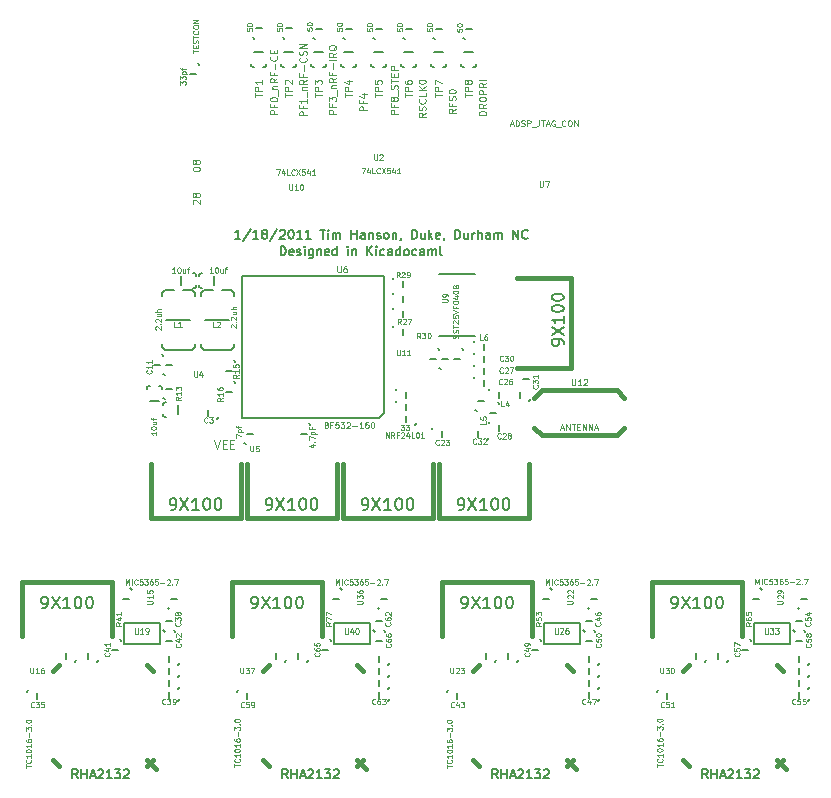
<source format=gto>
G04 (created by PCBNEW-RS274X (2010-03-14)-final) date Thu 20 Jan 2011 12:09:16 PM EST*
G01*
G70*
G90*
%MOIN*%
G04 Gerber Fmt 3.4, Leading zero omitted, Abs format*
%FSLAX34Y34*%
G04 APERTURE LIST*
%ADD10C,0.001000*%
%ADD11C,0.005000*%
%ADD12C,0.015000*%
%ADD13C,0.006500*%
%ADD14C,0.008000*%
%ADD15C,0.003000*%
%ADD16C,0.004600*%
%ADD17C,0.003300*%
%ADD18C,0.006600*%
%ADD19C,0.003900*%
G04 APERTURE END LIST*
G54D10*
G54D11*
X19100Y03150D02*
X19050Y03100D01*
X18750Y03400D02*
X18750Y03200D01*
X22200Y04850D02*
X22150Y04900D01*
X22450Y05200D02*
X22250Y05200D01*
X17450Y02100D02*
X17500Y02150D01*
X17800Y01850D02*
X17800Y02050D01*
X22050Y04100D02*
X22000Y04150D01*
X22300Y04450D02*
X22100Y04450D01*
X22350Y04150D02*
X22400Y04100D01*
X22100Y03800D02*
X22300Y03800D01*
X20900Y05550D02*
X20950Y05500D01*
X20650Y05200D02*
X20850Y05200D01*
X20550Y03850D02*
X20600Y03800D01*
X20300Y03500D02*
X20500Y03500D01*
X19850Y03150D02*
X19800Y03100D01*
X19500Y03400D02*
X19500Y03200D01*
X22550Y01850D02*
X22500Y01800D01*
X22200Y02100D02*
X22200Y01900D01*
X22550Y02650D02*
X22500Y02600D01*
X22200Y02900D02*
X22200Y02700D01*
X22550Y03050D02*
X22500Y03000D01*
X22200Y03300D02*
X22200Y03100D01*
X22550Y02250D02*
X22500Y02200D01*
X22200Y02500D02*
X22200Y02300D01*
X33100Y03150D02*
X33050Y03100D01*
X32750Y03400D02*
X32750Y03200D01*
X36200Y04850D02*
X36150Y04900D01*
X36450Y05200D02*
X36250Y05200D01*
X31450Y02100D02*
X31500Y02150D01*
X31800Y01850D02*
X31800Y02050D01*
X36050Y04100D02*
X36000Y04150D01*
X36300Y04450D02*
X36100Y04450D01*
X36350Y04150D02*
X36400Y04100D01*
X36100Y03800D02*
X36300Y03800D01*
X34900Y05550D02*
X34950Y05500D01*
X34650Y05200D02*
X34850Y05200D01*
X34550Y03850D02*
X34600Y03800D01*
X34300Y03500D02*
X34500Y03500D01*
X33850Y03150D02*
X33800Y03100D01*
X33500Y03400D02*
X33500Y03200D01*
X36550Y01850D02*
X36500Y01800D01*
X36200Y02100D02*
X36200Y01900D01*
X36550Y02650D02*
X36500Y02600D01*
X36200Y02900D02*
X36200Y02700D01*
X36550Y03050D02*
X36500Y03000D01*
X36200Y03300D02*
X36200Y03100D01*
X36550Y02250D02*
X36500Y02200D01*
X36200Y02500D02*
X36200Y02300D01*
X40100Y03150D02*
X40050Y03100D01*
X39750Y03400D02*
X39750Y03200D01*
X43200Y04850D02*
X43150Y04900D01*
X43450Y05200D02*
X43250Y05200D01*
X38450Y02100D02*
X38500Y02150D01*
X38800Y01850D02*
X38800Y02050D01*
X43050Y04100D02*
X43000Y04150D01*
X43300Y04450D02*
X43100Y04450D01*
X43350Y04150D02*
X43400Y04100D01*
X43100Y03800D02*
X43300Y03800D01*
X41900Y05550D02*
X41950Y05500D01*
X41650Y05200D02*
X41850Y05200D01*
X41550Y03850D02*
X41600Y03800D01*
X41300Y03500D02*
X41500Y03500D01*
X40850Y03150D02*
X40800Y03100D01*
X40500Y03400D02*
X40500Y03200D01*
X43550Y01850D02*
X43500Y01800D01*
X43200Y02100D02*
X43200Y01900D01*
X43550Y02650D02*
X43500Y02600D01*
X43200Y02900D02*
X43200Y02700D01*
X43550Y03050D02*
X43500Y03000D01*
X43200Y03300D02*
X43200Y03100D01*
X43550Y02250D02*
X43500Y02200D01*
X43200Y02500D02*
X43200Y02300D01*
X26100Y03150D02*
X26050Y03100D01*
X25750Y03400D02*
X25750Y03200D01*
X29200Y04850D02*
X29150Y04900D01*
X29450Y05200D02*
X29250Y05200D01*
X24450Y02100D02*
X24500Y02150D01*
X24800Y01850D02*
X24800Y02050D01*
X29050Y04100D02*
X29000Y04150D01*
X29300Y04450D02*
X29100Y04450D01*
X29350Y04150D02*
X29400Y04100D01*
X29100Y03800D02*
X29300Y03800D01*
X27900Y05550D02*
X27950Y05500D01*
X27650Y05200D02*
X27850Y05200D01*
X27550Y03850D02*
X27600Y03800D01*
X27300Y03500D02*
X27500Y03500D01*
X26850Y03150D02*
X26800Y03100D01*
X26500Y03400D02*
X26500Y03200D01*
X29550Y01850D02*
X29500Y01800D01*
X29200Y02100D02*
X29200Y01900D01*
X29550Y02650D02*
X29500Y02600D01*
X29200Y02900D02*
X29200Y02700D01*
X29550Y03050D02*
X29500Y03000D01*
X29200Y03300D02*
X29200Y03100D01*
X29550Y02250D02*
X29500Y02200D01*
X29200Y02500D02*
X29200Y02300D01*
X24750Y10350D02*
X24700Y10400D01*
X25000Y10700D02*
X24800Y10700D01*
X26850Y11050D02*
X26900Y11000D01*
X26600Y10700D02*
X26800Y10700D01*
X29650Y14250D02*
X29700Y14300D01*
X30000Y14000D02*
X30000Y14200D01*
X24350Y13150D02*
X24400Y13100D01*
X24100Y12800D02*
X24300Y12800D01*
X24350Y12450D02*
X24400Y12400D01*
X24100Y12100D02*
X24300Y12100D01*
X22050Y12650D02*
X22000Y12700D01*
X22300Y13000D02*
X22100Y13000D01*
X22050Y11850D02*
X22000Y11900D01*
X22300Y12200D02*
X22100Y12200D01*
X21950Y13350D02*
X22000Y13300D01*
X21700Y13000D02*
X21900Y13000D01*
X23850Y11250D02*
X23800Y11200D01*
X23500Y11500D02*
X23500Y11300D01*
X31150Y13550D02*
X31200Y13500D01*
X30900Y13200D02*
X31100Y13200D01*
X31950Y13550D02*
X32000Y13500D01*
X31700Y13200D02*
X31900Y13200D01*
X32850Y12150D02*
X32900Y12200D01*
X33200Y11900D02*
X33200Y12100D01*
X32450Y11450D02*
X32400Y11500D01*
X32700Y11800D02*
X32500Y11800D01*
X33150Y11750D02*
X33200Y11700D01*
X32900Y11400D02*
X33100Y11400D01*
X32850Y11050D02*
X32900Y11100D01*
X33200Y10800D02*
X33200Y11000D01*
X32850Y10550D02*
X32800Y10500D01*
X32500Y10800D02*
X32500Y10600D01*
X34250Y11850D02*
X34200Y11800D01*
X33900Y12100D02*
X33900Y11900D01*
X34238Y12873D02*
X34288Y12823D01*
X33988Y12523D02*
X34188Y12523D01*
X32350Y13750D02*
X32400Y13800D01*
X32700Y13500D02*
X32700Y13700D01*
X32350Y13350D02*
X32400Y13400D01*
X32700Y13100D02*
X32700Y13300D01*
X32350Y12950D02*
X32400Y13000D01*
X32700Y12700D02*
X32700Y12900D01*
X32350Y12550D02*
X32400Y12600D01*
X32700Y12300D02*
X32700Y12500D01*
X30450Y11050D02*
X30400Y11000D01*
X30100Y11300D02*
X30100Y11100D01*
X31250Y12850D02*
X31200Y12900D01*
X31500Y13200D02*
X31300Y13200D01*
X30950Y10850D02*
X31000Y10900D01*
X31300Y10600D02*
X31300Y10800D01*
X29650Y15350D02*
X29700Y15400D01*
X30000Y15100D02*
X30000Y15300D01*
X29650Y15850D02*
X29700Y15900D01*
X30000Y15600D02*
X30000Y15800D01*
X29650Y14850D02*
X29700Y14900D01*
X30000Y14600D02*
X30000Y14800D01*
X29750Y11750D02*
X29800Y11800D01*
X30100Y11500D02*
X30100Y11700D01*
X29750Y12150D02*
X29800Y12200D01*
X30100Y11900D02*
X30100Y12100D01*
X23150Y23050D02*
X23200Y23000D01*
X22900Y22700D02*
X23100Y22700D01*
X25040Y23860D02*
X24990Y23910D01*
X25290Y24210D02*
X25090Y24210D01*
X26040Y23860D02*
X25990Y23910D01*
X26290Y24210D02*
X26090Y24210D01*
X27050Y23850D02*
X27000Y23900D01*
X27300Y24200D02*
X27100Y24200D01*
X28050Y23850D02*
X28000Y23900D01*
X28300Y24200D02*
X28100Y24200D01*
X32050Y23850D02*
X32000Y23900D01*
X32300Y24200D02*
X32100Y24200D01*
X31050Y23850D02*
X31000Y23900D01*
X31300Y24200D02*
X31100Y24200D01*
X30050Y23850D02*
X30000Y23900D01*
X30300Y24200D02*
X30100Y24200D01*
X29050Y23850D02*
X29000Y23900D01*
X29300Y24200D02*
X29100Y24200D01*
X23100Y15950D02*
X23100Y16000D01*
X23100Y16000D02*
X23050Y16050D01*
X23050Y16050D02*
X23000Y16050D01*
X23000Y15550D02*
X23050Y15550D01*
X23050Y15550D02*
X23100Y15600D01*
X23100Y15600D02*
X23100Y15650D01*
X22600Y15650D02*
X22600Y15950D01*
X23200Y15650D02*
X23200Y15600D01*
X23200Y15600D02*
X23250Y15550D01*
X23250Y15550D02*
X23300Y15550D01*
X23300Y16050D02*
X23250Y16050D01*
X23250Y16050D02*
X23200Y16000D01*
X23200Y16000D02*
X23200Y15950D01*
X23700Y15950D02*
X23700Y15650D01*
X22000Y11350D02*
X22000Y11300D01*
X22000Y11300D02*
X22050Y11250D01*
X22050Y11250D02*
X22100Y11250D01*
X22100Y11750D02*
X22050Y11750D01*
X22050Y11750D02*
X22000Y11700D01*
X22000Y11700D02*
X22000Y11650D01*
X22500Y11650D02*
X22500Y11350D01*
X21550Y12300D02*
X21500Y12300D01*
X21500Y12300D02*
X21450Y12250D01*
X21450Y12250D02*
X21450Y12200D01*
X21950Y12200D02*
X21950Y12250D01*
X21950Y12250D02*
X21900Y12300D01*
X21900Y12300D02*
X21850Y12300D01*
X21850Y11800D02*
X21550Y11800D01*
X25340Y22910D02*
X25390Y22910D01*
X25390Y22910D02*
X25440Y22960D01*
X25440Y22960D02*
X25440Y23010D01*
X24940Y23010D02*
X24940Y22960D01*
X24940Y22960D02*
X24990Y22910D01*
X24990Y22910D02*
X25040Y22910D01*
X25040Y23410D02*
X25340Y23410D01*
X26340Y22910D02*
X26390Y22910D01*
X26390Y22910D02*
X26440Y22960D01*
X26440Y22960D02*
X26440Y23010D01*
X25940Y23010D02*
X25940Y22960D01*
X25940Y22960D02*
X25990Y22910D01*
X25990Y22910D02*
X26040Y22910D01*
X26040Y23410D02*
X26340Y23410D01*
X27340Y22910D02*
X27390Y22910D01*
X27390Y22910D02*
X27440Y22960D01*
X27440Y22960D02*
X27440Y23010D01*
X26940Y23010D02*
X26940Y22960D01*
X26940Y22960D02*
X26990Y22910D01*
X26990Y22910D02*
X27040Y22910D01*
X27040Y23410D02*
X27340Y23410D01*
X28340Y22910D02*
X28390Y22910D01*
X28390Y22910D02*
X28440Y22960D01*
X28440Y22960D02*
X28440Y23010D01*
X27940Y23010D02*
X27940Y22960D01*
X27940Y22960D02*
X27990Y22910D01*
X27990Y22910D02*
X28040Y22910D01*
X28040Y23410D02*
X28340Y23410D01*
X32340Y22910D02*
X32390Y22910D01*
X32390Y22910D02*
X32440Y22960D01*
X32440Y22960D02*
X32440Y23010D01*
X31940Y23010D02*
X31940Y22960D01*
X31940Y22960D02*
X31990Y22910D01*
X31990Y22910D02*
X32040Y22910D01*
X32040Y23410D02*
X32340Y23410D01*
X31340Y22910D02*
X31390Y22910D01*
X31390Y22910D02*
X31440Y22960D01*
X31440Y22960D02*
X31440Y23010D01*
X30940Y23010D02*
X30940Y22960D01*
X30940Y22960D02*
X30990Y22910D01*
X30990Y22910D02*
X31040Y22910D01*
X31040Y23410D02*
X31340Y23410D01*
X30340Y22910D02*
X30390Y22910D01*
X30390Y22910D02*
X30440Y22960D01*
X30440Y22960D02*
X30440Y23010D01*
X29940Y23010D02*
X29940Y22960D01*
X29940Y22960D02*
X29990Y22910D01*
X29990Y22910D02*
X30040Y22910D01*
X30040Y23410D02*
X30340Y23410D01*
X29340Y22910D02*
X29390Y22910D01*
X29390Y22910D02*
X29440Y22960D01*
X29440Y22960D02*
X29440Y23010D01*
X28940Y23010D02*
X28940Y22960D01*
X28940Y22960D02*
X28990Y22910D01*
X28990Y22910D02*
X29040Y22910D01*
X29040Y23410D02*
X29340Y23410D01*
X22650Y15500D02*
X22950Y15500D01*
X22950Y15500D02*
X23050Y15400D01*
X23050Y15400D02*
X23050Y15300D01*
X21950Y15300D02*
X21950Y15400D01*
X21950Y15400D02*
X22050Y15500D01*
X22050Y15500D02*
X22350Y15500D01*
X21950Y13700D02*
X21950Y13600D01*
X21950Y13600D02*
X22050Y13500D01*
X22050Y13500D02*
X22950Y13500D01*
X22950Y13500D02*
X23050Y13600D01*
X23050Y13600D02*
X23050Y13700D01*
X22100Y14500D02*
X22900Y14500D01*
X23950Y15500D02*
X24250Y15500D01*
X24250Y15500D02*
X24350Y15400D01*
X24350Y15400D02*
X24350Y15300D01*
X23250Y15300D02*
X23250Y15400D01*
X23250Y15400D02*
X23350Y15500D01*
X23350Y15500D02*
X23650Y15500D01*
X23250Y13700D02*
X23250Y13600D01*
X23250Y13600D02*
X23350Y13500D01*
X23350Y13500D02*
X24250Y13500D01*
X24250Y13500D02*
X24350Y13600D01*
X24350Y13600D02*
X24350Y13700D01*
X23400Y14500D02*
X24200Y14500D01*
G54D12*
X34379Y10900D02*
X34629Y10650D01*
X34629Y10650D02*
X37129Y10650D01*
X37129Y10650D02*
X37379Y10900D01*
X34379Y11900D02*
X34629Y12150D01*
X34629Y12150D02*
X37129Y12150D01*
X37129Y12150D02*
X37379Y11900D01*
G54D13*
X29362Y11396D02*
X29204Y11238D01*
X29204Y11238D02*
X24638Y11238D01*
X24638Y11238D02*
X24638Y15962D01*
X24638Y15962D02*
X29362Y15962D01*
X29362Y15962D02*
X29362Y11396D01*
G54D12*
X17300Y03950D02*
X17300Y05750D01*
X17300Y05750D02*
X20300Y05750D01*
X20300Y05750D02*
X20300Y03950D01*
X24600Y09700D02*
X24600Y07900D01*
X24600Y07900D02*
X21600Y07900D01*
X21600Y07900D02*
X21600Y09700D01*
X31300Y03950D02*
X31300Y05750D01*
X31300Y05750D02*
X34300Y05750D01*
X34300Y05750D02*
X34300Y03950D01*
X31000Y09700D02*
X31000Y07900D01*
X31000Y07900D02*
X28000Y07900D01*
X28000Y07900D02*
X28000Y09700D01*
X38300Y03950D02*
X38300Y05750D01*
X38300Y05750D02*
X41300Y05750D01*
X41300Y05750D02*
X41300Y03950D01*
X34200Y09700D02*
X34200Y07900D01*
X34200Y07900D02*
X31200Y07900D01*
X31200Y07900D02*
X31200Y09700D01*
X24300Y03950D02*
X24300Y05750D01*
X24300Y05750D02*
X27300Y05750D01*
X27300Y05750D02*
X27300Y03950D01*
X27800Y09700D02*
X27800Y07900D01*
X27800Y07900D02*
X24800Y07900D01*
X24800Y07900D02*
X24800Y09700D01*
X33800Y15900D02*
X35600Y15900D01*
X35600Y15900D02*
X35600Y12900D01*
X35600Y12900D02*
X33800Y12900D01*
X21673Y-00176D02*
X21476Y-00373D01*
X21476Y-00176D02*
X21772Y-00472D01*
X21673Y02776D02*
X21476Y02973D01*
X18327Y02776D02*
X18524Y02973D01*
X18524Y-00373D02*
X18327Y-00176D01*
X35673Y-00176D02*
X35476Y-00373D01*
X35476Y-00176D02*
X35772Y-00472D01*
X35673Y02776D02*
X35476Y02973D01*
X32327Y02776D02*
X32524Y02973D01*
X32524Y-00373D02*
X32327Y-00176D01*
X42673Y-00176D02*
X42476Y-00373D01*
X42476Y-00176D02*
X42772Y-00472D01*
X42673Y02776D02*
X42476Y02973D01*
X39327Y02776D02*
X39524Y02973D01*
X39524Y-00373D02*
X39327Y-00176D01*
X28673Y-00176D02*
X28476Y-00373D01*
X28476Y-00176D02*
X28772Y-00472D01*
X28673Y02776D02*
X28476Y02973D01*
X25327Y02776D02*
X25524Y02973D01*
X25524Y-00373D02*
X25327Y-00176D01*
G54D14*
X32391Y13967D02*
X31209Y13967D01*
X32391Y16033D02*
X31209Y16033D01*
G54D11*
X21900Y04400D02*
X21900Y03700D01*
X21900Y03700D02*
X20700Y03700D01*
X20700Y03700D02*
X20700Y04400D01*
X20700Y04400D02*
X21900Y04400D01*
X35900Y04400D02*
X35900Y03700D01*
X35900Y03700D02*
X34700Y03700D01*
X34700Y03700D02*
X34700Y04400D01*
X34700Y04400D02*
X35900Y04400D01*
X42900Y04400D02*
X42900Y03700D01*
X42900Y03700D02*
X41700Y03700D01*
X41700Y03700D02*
X41700Y04400D01*
X41700Y04400D02*
X42900Y04400D01*
X28900Y04400D02*
X28900Y03700D01*
X28900Y03700D02*
X27700Y03700D01*
X27700Y03700D02*
X27700Y04400D01*
X27700Y04400D02*
X28900Y04400D01*
G54D15*
X17700Y01596D02*
X17691Y01588D01*
X17665Y01579D01*
X17648Y01579D01*
X17623Y01588D01*
X17605Y01605D01*
X17597Y01622D01*
X17588Y01656D01*
X17588Y01682D01*
X17597Y01716D01*
X17605Y01733D01*
X17623Y01751D01*
X17648Y01759D01*
X17665Y01759D01*
X17691Y01751D01*
X17700Y01742D01*
X17760Y01759D02*
X17871Y01759D01*
X17811Y01691D01*
X17837Y01691D01*
X17854Y01682D01*
X17863Y01673D01*
X17871Y01656D01*
X17871Y01613D01*
X17863Y01596D01*
X17854Y01588D01*
X17837Y01579D01*
X17785Y01579D01*
X17768Y01588D01*
X17760Y01596D01*
X18034Y01759D02*
X17948Y01759D01*
X17939Y01673D01*
X17948Y01682D01*
X17965Y01691D01*
X18008Y01691D01*
X18025Y01682D01*
X18034Y01673D01*
X18042Y01656D01*
X18042Y01613D01*
X18034Y01596D01*
X18025Y01588D01*
X18008Y01579D01*
X17965Y01579D01*
X17948Y01588D01*
X17939Y01596D01*
X22568Y04406D02*
X22576Y04397D01*
X22585Y04371D01*
X22585Y04354D01*
X22576Y04329D01*
X22559Y04311D01*
X22542Y04303D01*
X22508Y04294D01*
X22482Y04294D01*
X22448Y04303D01*
X22431Y04311D01*
X22413Y04329D01*
X22405Y04354D01*
X22405Y04371D01*
X22413Y04397D01*
X22422Y04406D01*
X22405Y04466D02*
X22405Y04577D01*
X22473Y04517D01*
X22473Y04543D01*
X22482Y04560D01*
X22491Y04569D01*
X22508Y04577D01*
X22551Y04577D01*
X22568Y04569D01*
X22576Y04560D01*
X22585Y04543D01*
X22585Y04491D01*
X22576Y04474D01*
X22568Y04466D01*
X22482Y04680D02*
X22473Y04662D01*
X22465Y04654D01*
X22448Y04645D01*
X22439Y04645D01*
X22422Y04654D01*
X22413Y04662D01*
X22405Y04680D01*
X22405Y04714D01*
X22413Y04731D01*
X22422Y04740D01*
X22439Y04748D01*
X22448Y04748D01*
X22465Y04740D01*
X22473Y04731D01*
X22482Y04714D01*
X22482Y04680D01*
X22491Y04662D01*
X22499Y04654D01*
X22516Y04645D01*
X22551Y04645D01*
X22568Y04654D01*
X22576Y04662D01*
X22585Y04680D01*
X22585Y04714D01*
X22576Y04731D01*
X22568Y04740D01*
X22551Y04748D01*
X22516Y04748D01*
X22499Y04740D01*
X22491Y04731D01*
X22482Y04714D01*
X22579Y03698D02*
X22587Y03689D01*
X22596Y03663D01*
X22596Y03646D01*
X22587Y03621D01*
X22570Y03603D01*
X22553Y03595D01*
X22519Y03586D01*
X22493Y03586D01*
X22459Y03595D01*
X22442Y03603D01*
X22424Y03621D01*
X22416Y03646D01*
X22416Y03663D01*
X22424Y03689D01*
X22433Y03698D01*
X22476Y03852D02*
X22596Y03852D01*
X22407Y03809D02*
X22536Y03766D01*
X22536Y03878D01*
X22433Y03937D02*
X22424Y03946D01*
X22416Y03963D01*
X22416Y04006D01*
X22424Y04023D01*
X22433Y04032D01*
X22450Y04040D01*
X22467Y04040D01*
X22493Y04032D01*
X22596Y03929D01*
X22596Y04040D01*
X20609Y04408D02*
X20523Y04348D01*
X20609Y04305D02*
X20429Y04305D01*
X20429Y04373D01*
X20437Y04391D01*
X20446Y04399D01*
X20463Y04408D01*
X20489Y04408D01*
X20506Y04399D01*
X20515Y04391D01*
X20523Y04373D01*
X20523Y04305D01*
X20489Y04562D02*
X20609Y04562D01*
X20420Y04519D02*
X20549Y04476D01*
X20549Y04588D01*
X20609Y04750D02*
X20609Y04647D01*
X20609Y04699D02*
X20429Y04699D01*
X20455Y04682D01*
X20472Y04664D01*
X20480Y04647D01*
X20207Y03391D02*
X20215Y03382D01*
X20224Y03356D01*
X20224Y03339D01*
X20215Y03314D01*
X20198Y03296D01*
X20181Y03288D01*
X20147Y03279D01*
X20121Y03279D01*
X20087Y03288D01*
X20070Y03296D01*
X20052Y03314D01*
X20044Y03339D01*
X20044Y03356D01*
X20052Y03382D01*
X20061Y03391D01*
X20104Y03545D02*
X20224Y03545D01*
X20035Y03502D02*
X20164Y03459D01*
X20164Y03571D01*
X20224Y03733D02*
X20224Y03630D01*
X20224Y03682D02*
X20044Y03682D01*
X20070Y03665D01*
X20087Y03647D01*
X20095Y03630D01*
X22077Y01698D02*
X22068Y01690D01*
X22042Y01681D01*
X22025Y01681D01*
X22000Y01690D01*
X21982Y01707D01*
X21974Y01724D01*
X21965Y01758D01*
X21965Y01784D01*
X21974Y01818D01*
X21982Y01835D01*
X22000Y01853D01*
X22025Y01861D01*
X22042Y01861D01*
X22068Y01853D01*
X22077Y01844D01*
X22137Y01861D02*
X22248Y01861D01*
X22188Y01793D01*
X22214Y01793D01*
X22231Y01784D01*
X22240Y01775D01*
X22248Y01758D01*
X22248Y01715D01*
X22240Y01698D01*
X22231Y01690D01*
X22214Y01681D01*
X22162Y01681D01*
X22145Y01690D01*
X22137Y01698D01*
X22333Y01681D02*
X22368Y01681D01*
X22385Y01690D01*
X22393Y01698D01*
X22411Y01724D01*
X22419Y01758D01*
X22419Y01827D01*
X22411Y01844D01*
X22402Y01853D01*
X22385Y01861D01*
X22351Y01861D01*
X22333Y01853D01*
X22325Y01844D01*
X22316Y01827D01*
X22316Y01784D01*
X22325Y01767D01*
X22333Y01758D01*
X22351Y01750D01*
X22385Y01750D01*
X22402Y01758D01*
X22411Y01767D01*
X22419Y01784D01*
X31700Y01596D02*
X31691Y01588D01*
X31665Y01579D01*
X31648Y01579D01*
X31623Y01588D01*
X31605Y01605D01*
X31597Y01622D01*
X31588Y01656D01*
X31588Y01682D01*
X31597Y01716D01*
X31605Y01733D01*
X31623Y01751D01*
X31648Y01759D01*
X31665Y01759D01*
X31691Y01751D01*
X31700Y01742D01*
X31854Y01699D02*
X31854Y01579D01*
X31811Y01768D02*
X31768Y01639D01*
X31880Y01639D01*
X31931Y01759D02*
X32042Y01759D01*
X31982Y01691D01*
X32008Y01691D01*
X32025Y01682D01*
X32034Y01673D01*
X32042Y01656D01*
X32042Y01613D01*
X32034Y01596D01*
X32025Y01588D01*
X32008Y01579D01*
X31956Y01579D01*
X31939Y01588D01*
X31931Y01596D01*
X36568Y04406D02*
X36576Y04397D01*
X36585Y04371D01*
X36585Y04354D01*
X36576Y04329D01*
X36559Y04311D01*
X36542Y04303D01*
X36508Y04294D01*
X36482Y04294D01*
X36448Y04303D01*
X36431Y04311D01*
X36413Y04329D01*
X36405Y04354D01*
X36405Y04371D01*
X36413Y04397D01*
X36422Y04406D01*
X36465Y04560D02*
X36585Y04560D01*
X36396Y04517D02*
X36525Y04474D01*
X36525Y04586D01*
X36405Y04731D02*
X36405Y04697D01*
X36413Y04680D01*
X36422Y04671D01*
X36448Y04654D01*
X36482Y04645D01*
X36551Y04645D01*
X36568Y04654D01*
X36576Y04662D01*
X36585Y04680D01*
X36585Y04714D01*
X36576Y04731D01*
X36568Y04740D01*
X36551Y04748D01*
X36508Y04748D01*
X36491Y04740D01*
X36482Y04731D01*
X36473Y04714D01*
X36473Y04680D01*
X36482Y04662D01*
X36491Y04654D01*
X36508Y04645D01*
X36579Y03698D02*
X36587Y03689D01*
X36596Y03663D01*
X36596Y03646D01*
X36587Y03621D01*
X36570Y03603D01*
X36553Y03595D01*
X36519Y03586D01*
X36493Y03586D01*
X36459Y03595D01*
X36442Y03603D01*
X36424Y03621D01*
X36416Y03646D01*
X36416Y03663D01*
X36424Y03689D01*
X36433Y03698D01*
X36416Y03861D02*
X36416Y03775D01*
X36502Y03766D01*
X36493Y03775D01*
X36484Y03792D01*
X36484Y03835D01*
X36493Y03852D01*
X36502Y03861D01*
X36519Y03869D01*
X36562Y03869D01*
X36579Y03861D01*
X36587Y03852D01*
X36596Y03835D01*
X36596Y03792D01*
X36587Y03775D01*
X36579Y03766D01*
X36416Y03980D02*
X36416Y03997D01*
X36424Y04014D01*
X36433Y04023D01*
X36450Y04032D01*
X36484Y04040D01*
X36527Y04040D01*
X36562Y04032D01*
X36579Y04023D01*
X36587Y04014D01*
X36596Y03997D01*
X36596Y03980D01*
X36587Y03963D01*
X36579Y03954D01*
X36562Y03946D01*
X36527Y03937D01*
X36484Y03937D01*
X36450Y03946D01*
X36433Y03954D01*
X36424Y03963D01*
X36416Y03980D01*
X34609Y04408D02*
X34523Y04348D01*
X34609Y04305D02*
X34429Y04305D01*
X34429Y04373D01*
X34437Y04391D01*
X34446Y04399D01*
X34463Y04408D01*
X34489Y04408D01*
X34506Y04399D01*
X34515Y04391D01*
X34523Y04373D01*
X34523Y04305D01*
X34429Y04571D02*
X34429Y04485D01*
X34515Y04476D01*
X34506Y04485D01*
X34497Y04502D01*
X34497Y04545D01*
X34506Y04562D01*
X34515Y04571D01*
X34532Y04579D01*
X34575Y04579D01*
X34592Y04571D01*
X34600Y04562D01*
X34609Y04545D01*
X34609Y04502D01*
X34600Y04485D01*
X34592Y04476D01*
X34429Y04639D02*
X34429Y04750D01*
X34497Y04690D01*
X34497Y04716D01*
X34506Y04733D01*
X34515Y04742D01*
X34532Y04750D01*
X34575Y04750D01*
X34592Y04742D01*
X34600Y04733D01*
X34609Y04716D01*
X34609Y04664D01*
X34600Y04647D01*
X34592Y04639D01*
X34207Y03391D02*
X34215Y03382D01*
X34224Y03356D01*
X34224Y03339D01*
X34215Y03314D01*
X34198Y03296D01*
X34181Y03288D01*
X34147Y03279D01*
X34121Y03279D01*
X34087Y03288D01*
X34070Y03296D01*
X34052Y03314D01*
X34044Y03339D01*
X34044Y03356D01*
X34052Y03382D01*
X34061Y03391D01*
X34104Y03545D02*
X34224Y03545D01*
X34035Y03502D02*
X34164Y03459D01*
X34164Y03571D01*
X34224Y03647D02*
X34224Y03682D01*
X34215Y03699D01*
X34207Y03707D01*
X34181Y03725D01*
X34147Y03733D01*
X34078Y03733D01*
X34061Y03725D01*
X34052Y03716D01*
X34044Y03699D01*
X34044Y03665D01*
X34052Y03647D01*
X34061Y03639D01*
X34078Y03630D01*
X34121Y03630D01*
X34138Y03639D01*
X34147Y03647D01*
X34155Y03665D01*
X34155Y03699D01*
X34147Y03716D01*
X34138Y03725D01*
X34121Y03733D01*
X36077Y01698D02*
X36068Y01690D01*
X36042Y01681D01*
X36025Y01681D01*
X36000Y01690D01*
X35982Y01707D01*
X35974Y01724D01*
X35965Y01758D01*
X35965Y01784D01*
X35974Y01818D01*
X35982Y01835D01*
X36000Y01853D01*
X36025Y01861D01*
X36042Y01861D01*
X36068Y01853D01*
X36077Y01844D01*
X36231Y01801D02*
X36231Y01681D01*
X36188Y01870D02*
X36145Y01741D01*
X36257Y01741D01*
X36308Y01861D02*
X36428Y01861D01*
X36351Y01681D01*
X38700Y01596D02*
X38691Y01588D01*
X38665Y01579D01*
X38648Y01579D01*
X38623Y01588D01*
X38605Y01605D01*
X38597Y01622D01*
X38588Y01656D01*
X38588Y01682D01*
X38597Y01716D01*
X38605Y01733D01*
X38623Y01751D01*
X38648Y01759D01*
X38665Y01759D01*
X38691Y01751D01*
X38700Y01742D01*
X38863Y01759D02*
X38777Y01759D01*
X38768Y01673D01*
X38777Y01682D01*
X38794Y01691D01*
X38837Y01691D01*
X38854Y01682D01*
X38863Y01673D01*
X38871Y01656D01*
X38871Y01613D01*
X38863Y01596D01*
X38854Y01588D01*
X38837Y01579D01*
X38794Y01579D01*
X38777Y01588D01*
X38768Y01596D01*
X39042Y01579D02*
X38939Y01579D01*
X38991Y01579D02*
X38991Y01759D01*
X38974Y01733D01*
X38956Y01716D01*
X38939Y01708D01*
X43568Y04406D02*
X43576Y04397D01*
X43585Y04371D01*
X43585Y04354D01*
X43576Y04329D01*
X43559Y04311D01*
X43542Y04303D01*
X43508Y04294D01*
X43482Y04294D01*
X43448Y04303D01*
X43431Y04311D01*
X43413Y04329D01*
X43405Y04354D01*
X43405Y04371D01*
X43413Y04397D01*
X43422Y04406D01*
X43405Y04569D02*
X43405Y04483D01*
X43491Y04474D01*
X43482Y04483D01*
X43473Y04500D01*
X43473Y04543D01*
X43482Y04560D01*
X43491Y04569D01*
X43508Y04577D01*
X43551Y04577D01*
X43568Y04569D01*
X43576Y04560D01*
X43585Y04543D01*
X43585Y04500D01*
X43576Y04483D01*
X43568Y04474D01*
X43465Y04731D02*
X43585Y04731D01*
X43396Y04688D02*
X43525Y04645D01*
X43525Y04757D01*
X43579Y03698D02*
X43587Y03689D01*
X43596Y03663D01*
X43596Y03646D01*
X43587Y03621D01*
X43570Y03603D01*
X43553Y03595D01*
X43519Y03586D01*
X43493Y03586D01*
X43459Y03595D01*
X43442Y03603D01*
X43424Y03621D01*
X43416Y03646D01*
X43416Y03663D01*
X43424Y03689D01*
X43433Y03698D01*
X43416Y03861D02*
X43416Y03775D01*
X43502Y03766D01*
X43493Y03775D01*
X43484Y03792D01*
X43484Y03835D01*
X43493Y03852D01*
X43502Y03861D01*
X43519Y03869D01*
X43562Y03869D01*
X43579Y03861D01*
X43587Y03852D01*
X43596Y03835D01*
X43596Y03792D01*
X43587Y03775D01*
X43579Y03766D01*
X43493Y03972D02*
X43484Y03954D01*
X43476Y03946D01*
X43459Y03937D01*
X43450Y03937D01*
X43433Y03946D01*
X43424Y03954D01*
X43416Y03972D01*
X43416Y04006D01*
X43424Y04023D01*
X43433Y04032D01*
X43450Y04040D01*
X43459Y04040D01*
X43476Y04032D01*
X43484Y04023D01*
X43493Y04006D01*
X43493Y03972D01*
X43502Y03954D01*
X43510Y03946D01*
X43527Y03937D01*
X43562Y03937D01*
X43579Y03946D01*
X43587Y03954D01*
X43596Y03972D01*
X43596Y04006D01*
X43587Y04023D01*
X43579Y04032D01*
X43562Y04040D01*
X43527Y04040D01*
X43510Y04032D01*
X43502Y04023D01*
X43493Y04006D01*
X41609Y04408D02*
X41523Y04348D01*
X41609Y04305D02*
X41429Y04305D01*
X41429Y04373D01*
X41437Y04391D01*
X41446Y04399D01*
X41463Y04408D01*
X41489Y04408D01*
X41506Y04399D01*
X41515Y04391D01*
X41523Y04373D01*
X41523Y04305D01*
X41429Y04562D02*
X41429Y04528D01*
X41437Y04511D01*
X41446Y04502D01*
X41472Y04485D01*
X41506Y04476D01*
X41575Y04476D01*
X41592Y04485D01*
X41600Y04493D01*
X41609Y04511D01*
X41609Y04545D01*
X41600Y04562D01*
X41592Y04571D01*
X41575Y04579D01*
X41532Y04579D01*
X41515Y04571D01*
X41506Y04562D01*
X41497Y04545D01*
X41497Y04511D01*
X41506Y04493D01*
X41515Y04485D01*
X41532Y04476D01*
X41429Y04742D02*
X41429Y04656D01*
X41515Y04647D01*
X41506Y04656D01*
X41497Y04673D01*
X41497Y04716D01*
X41506Y04733D01*
X41515Y04742D01*
X41532Y04750D01*
X41575Y04750D01*
X41592Y04742D01*
X41600Y04733D01*
X41609Y04716D01*
X41609Y04673D01*
X41600Y04656D01*
X41592Y04647D01*
X41207Y03391D02*
X41215Y03382D01*
X41224Y03356D01*
X41224Y03339D01*
X41215Y03314D01*
X41198Y03296D01*
X41181Y03288D01*
X41147Y03279D01*
X41121Y03279D01*
X41087Y03288D01*
X41070Y03296D01*
X41052Y03314D01*
X41044Y03339D01*
X41044Y03356D01*
X41052Y03382D01*
X41061Y03391D01*
X41044Y03554D02*
X41044Y03468D01*
X41130Y03459D01*
X41121Y03468D01*
X41112Y03485D01*
X41112Y03528D01*
X41121Y03545D01*
X41130Y03554D01*
X41147Y03562D01*
X41190Y03562D01*
X41207Y03554D01*
X41215Y03545D01*
X41224Y03528D01*
X41224Y03485D01*
X41215Y03468D01*
X41207Y03459D01*
X41044Y03622D02*
X41044Y03742D01*
X41224Y03665D01*
X43077Y01698D02*
X43068Y01690D01*
X43042Y01681D01*
X43025Y01681D01*
X43000Y01690D01*
X42982Y01707D01*
X42974Y01724D01*
X42965Y01758D01*
X42965Y01784D01*
X42974Y01818D01*
X42982Y01835D01*
X43000Y01853D01*
X43025Y01861D01*
X43042Y01861D01*
X43068Y01853D01*
X43077Y01844D01*
X43240Y01861D02*
X43154Y01861D01*
X43145Y01775D01*
X43154Y01784D01*
X43171Y01793D01*
X43214Y01793D01*
X43231Y01784D01*
X43240Y01775D01*
X43248Y01758D01*
X43248Y01715D01*
X43240Y01698D01*
X43231Y01690D01*
X43214Y01681D01*
X43171Y01681D01*
X43154Y01690D01*
X43145Y01698D01*
X43411Y01861D02*
X43325Y01861D01*
X43316Y01775D01*
X43325Y01784D01*
X43342Y01793D01*
X43385Y01793D01*
X43402Y01784D01*
X43411Y01775D01*
X43419Y01758D01*
X43419Y01715D01*
X43411Y01698D01*
X43402Y01690D01*
X43385Y01681D01*
X43342Y01681D01*
X43325Y01690D01*
X43316Y01698D01*
X24700Y01596D02*
X24691Y01588D01*
X24665Y01579D01*
X24648Y01579D01*
X24623Y01588D01*
X24605Y01605D01*
X24597Y01622D01*
X24588Y01656D01*
X24588Y01682D01*
X24597Y01716D01*
X24605Y01733D01*
X24623Y01751D01*
X24648Y01759D01*
X24665Y01759D01*
X24691Y01751D01*
X24700Y01742D01*
X24863Y01759D02*
X24777Y01759D01*
X24768Y01673D01*
X24777Y01682D01*
X24794Y01691D01*
X24837Y01691D01*
X24854Y01682D01*
X24863Y01673D01*
X24871Y01656D01*
X24871Y01613D01*
X24863Y01596D01*
X24854Y01588D01*
X24837Y01579D01*
X24794Y01579D01*
X24777Y01588D01*
X24768Y01596D01*
X24956Y01579D02*
X24991Y01579D01*
X25008Y01588D01*
X25016Y01596D01*
X25034Y01622D01*
X25042Y01656D01*
X25042Y01725D01*
X25034Y01742D01*
X25025Y01751D01*
X25008Y01759D01*
X24974Y01759D01*
X24956Y01751D01*
X24948Y01742D01*
X24939Y01725D01*
X24939Y01682D01*
X24948Y01665D01*
X24956Y01656D01*
X24974Y01648D01*
X25008Y01648D01*
X25025Y01656D01*
X25034Y01665D01*
X25042Y01682D01*
X29568Y04406D02*
X29576Y04397D01*
X29585Y04371D01*
X29585Y04354D01*
X29576Y04329D01*
X29559Y04311D01*
X29542Y04303D01*
X29508Y04294D01*
X29482Y04294D01*
X29448Y04303D01*
X29431Y04311D01*
X29413Y04329D01*
X29405Y04354D01*
X29405Y04371D01*
X29413Y04397D01*
X29422Y04406D01*
X29405Y04560D02*
X29405Y04526D01*
X29413Y04509D01*
X29422Y04500D01*
X29448Y04483D01*
X29482Y04474D01*
X29551Y04474D01*
X29568Y04483D01*
X29576Y04491D01*
X29585Y04509D01*
X29585Y04543D01*
X29576Y04560D01*
X29568Y04569D01*
X29551Y04577D01*
X29508Y04577D01*
X29491Y04569D01*
X29482Y04560D01*
X29473Y04543D01*
X29473Y04509D01*
X29482Y04491D01*
X29491Y04483D01*
X29508Y04474D01*
X29422Y04645D02*
X29413Y04654D01*
X29405Y04671D01*
X29405Y04714D01*
X29413Y04731D01*
X29422Y04740D01*
X29439Y04748D01*
X29456Y04748D01*
X29482Y04740D01*
X29585Y04637D01*
X29585Y04748D01*
X29579Y03698D02*
X29587Y03689D01*
X29596Y03663D01*
X29596Y03646D01*
X29587Y03621D01*
X29570Y03603D01*
X29553Y03595D01*
X29519Y03586D01*
X29493Y03586D01*
X29459Y03595D01*
X29442Y03603D01*
X29424Y03621D01*
X29416Y03646D01*
X29416Y03663D01*
X29424Y03689D01*
X29433Y03698D01*
X29416Y03852D02*
X29416Y03818D01*
X29424Y03801D01*
X29433Y03792D01*
X29459Y03775D01*
X29493Y03766D01*
X29562Y03766D01*
X29579Y03775D01*
X29587Y03783D01*
X29596Y03801D01*
X29596Y03835D01*
X29587Y03852D01*
X29579Y03861D01*
X29562Y03869D01*
X29519Y03869D01*
X29502Y03861D01*
X29493Y03852D01*
X29484Y03835D01*
X29484Y03801D01*
X29493Y03783D01*
X29502Y03775D01*
X29519Y03766D01*
X29416Y04023D02*
X29416Y03989D01*
X29424Y03972D01*
X29433Y03963D01*
X29459Y03946D01*
X29493Y03937D01*
X29562Y03937D01*
X29579Y03946D01*
X29587Y03954D01*
X29596Y03972D01*
X29596Y04006D01*
X29587Y04023D01*
X29579Y04032D01*
X29562Y04040D01*
X29519Y04040D01*
X29502Y04032D01*
X29493Y04023D01*
X29484Y04006D01*
X29484Y03972D01*
X29493Y03954D01*
X29502Y03946D01*
X29519Y03937D01*
X27609Y04408D02*
X27523Y04348D01*
X27609Y04305D02*
X27429Y04305D01*
X27429Y04373D01*
X27437Y04391D01*
X27446Y04399D01*
X27463Y04408D01*
X27489Y04408D01*
X27506Y04399D01*
X27515Y04391D01*
X27523Y04373D01*
X27523Y04305D01*
X27429Y04468D02*
X27429Y04588D01*
X27609Y04511D01*
X27429Y04639D02*
X27429Y04759D01*
X27609Y04682D01*
X27207Y03391D02*
X27215Y03382D01*
X27224Y03356D01*
X27224Y03339D01*
X27215Y03314D01*
X27198Y03296D01*
X27181Y03288D01*
X27147Y03279D01*
X27121Y03279D01*
X27087Y03288D01*
X27070Y03296D01*
X27052Y03314D01*
X27044Y03339D01*
X27044Y03356D01*
X27052Y03382D01*
X27061Y03391D01*
X27044Y03545D02*
X27044Y03511D01*
X27052Y03494D01*
X27061Y03485D01*
X27087Y03468D01*
X27121Y03459D01*
X27190Y03459D01*
X27207Y03468D01*
X27215Y03476D01*
X27224Y03494D01*
X27224Y03528D01*
X27215Y03545D01*
X27207Y03554D01*
X27190Y03562D01*
X27147Y03562D01*
X27130Y03554D01*
X27121Y03545D01*
X27112Y03528D01*
X27112Y03494D01*
X27121Y03476D01*
X27130Y03468D01*
X27147Y03459D01*
X27044Y03725D02*
X27044Y03639D01*
X27130Y03630D01*
X27121Y03639D01*
X27112Y03656D01*
X27112Y03699D01*
X27121Y03716D01*
X27130Y03725D01*
X27147Y03733D01*
X27190Y03733D01*
X27207Y03725D01*
X27215Y03716D01*
X27224Y03699D01*
X27224Y03656D01*
X27215Y03639D01*
X27207Y03630D01*
X29077Y01698D02*
X29068Y01690D01*
X29042Y01681D01*
X29025Y01681D01*
X29000Y01690D01*
X28982Y01707D01*
X28974Y01724D01*
X28965Y01758D01*
X28965Y01784D01*
X28974Y01818D01*
X28982Y01835D01*
X29000Y01853D01*
X29025Y01861D01*
X29042Y01861D01*
X29068Y01853D01*
X29077Y01844D01*
X29231Y01861D02*
X29197Y01861D01*
X29180Y01853D01*
X29171Y01844D01*
X29154Y01818D01*
X29145Y01784D01*
X29145Y01715D01*
X29154Y01698D01*
X29162Y01690D01*
X29180Y01681D01*
X29214Y01681D01*
X29231Y01690D01*
X29240Y01698D01*
X29248Y01715D01*
X29248Y01758D01*
X29240Y01775D01*
X29231Y01784D01*
X29214Y01793D01*
X29180Y01793D01*
X29162Y01784D01*
X29154Y01775D01*
X29145Y01758D01*
X29308Y01861D02*
X29419Y01861D01*
X29359Y01793D01*
X29385Y01793D01*
X29402Y01784D01*
X29411Y01775D01*
X29419Y01758D01*
X29419Y01715D01*
X29411Y01698D01*
X29402Y01690D01*
X29385Y01681D01*
X29333Y01681D01*
X29316Y01690D01*
X29308Y01698D01*
X24433Y10565D02*
X24433Y10685D01*
X24613Y10608D01*
X24493Y10753D02*
X24673Y10753D01*
X24501Y10753D02*
X24493Y10770D01*
X24493Y10804D01*
X24501Y10821D01*
X24510Y10830D01*
X24527Y10839D01*
X24579Y10839D01*
X24596Y10830D01*
X24604Y10821D01*
X24613Y10804D01*
X24613Y10770D01*
X24604Y10753D01*
X24493Y10890D02*
X24493Y10959D01*
X24613Y10916D02*
X24459Y10916D01*
X24441Y10924D01*
X24433Y10942D01*
X24433Y10959D01*
X26937Y10335D02*
X27057Y10335D01*
X26868Y10292D02*
X26997Y10249D01*
X26997Y10361D01*
X27040Y10429D02*
X27048Y10437D01*
X27057Y10429D01*
X27048Y10420D01*
X27040Y10429D01*
X27057Y10429D01*
X26877Y10498D02*
X26877Y10618D01*
X27057Y10541D01*
X26937Y10686D02*
X27117Y10686D01*
X26945Y10686D02*
X26937Y10703D01*
X26937Y10737D01*
X26945Y10754D01*
X26954Y10763D01*
X26971Y10772D01*
X27023Y10772D01*
X27040Y10763D01*
X27048Y10754D01*
X27057Y10737D01*
X27057Y10703D01*
X27048Y10686D01*
X26963Y10909D02*
X26963Y10849D01*
X27057Y10849D02*
X26877Y10849D01*
X26877Y10935D01*
X30577Y13877D02*
X30517Y13963D01*
X30474Y13877D02*
X30474Y14057D01*
X30542Y14057D01*
X30560Y14049D01*
X30568Y14040D01*
X30577Y14023D01*
X30577Y13997D01*
X30568Y13980D01*
X30560Y13971D01*
X30542Y13963D01*
X30474Y13963D01*
X30637Y14057D02*
X30748Y14057D01*
X30688Y13989D01*
X30714Y13989D01*
X30731Y13980D01*
X30740Y13971D01*
X30748Y13954D01*
X30748Y13911D01*
X30740Y13894D01*
X30731Y13886D01*
X30714Y13877D01*
X30662Y13877D01*
X30645Y13886D01*
X30637Y13894D01*
X30859Y14057D02*
X30876Y14057D01*
X30893Y14049D01*
X30902Y14040D01*
X30911Y14023D01*
X30919Y13989D01*
X30919Y13946D01*
X30911Y13911D01*
X30902Y13894D01*
X30893Y13886D01*
X30876Y13877D01*
X30859Y13877D01*
X30842Y13886D01*
X30833Y13894D01*
X30825Y13911D01*
X30816Y13946D01*
X30816Y13989D01*
X30825Y14023D01*
X30833Y14040D01*
X30842Y14049D01*
X30859Y14057D01*
X24519Y12670D02*
X24433Y12610D01*
X24519Y12567D02*
X24339Y12567D01*
X24339Y12635D01*
X24347Y12653D01*
X24356Y12661D01*
X24373Y12670D01*
X24399Y12670D01*
X24416Y12661D01*
X24425Y12653D01*
X24433Y12635D01*
X24433Y12567D01*
X24519Y12841D02*
X24519Y12738D01*
X24519Y12790D02*
X24339Y12790D01*
X24365Y12773D01*
X24382Y12755D01*
X24390Y12738D01*
X24339Y13004D02*
X24339Y12918D01*
X24425Y12909D01*
X24416Y12918D01*
X24407Y12935D01*
X24407Y12978D01*
X24416Y12995D01*
X24425Y13004D01*
X24442Y13012D01*
X24485Y13012D01*
X24502Y13004D01*
X24510Y12995D01*
X24519Y12978D01*
X24519Y12935D01*
X24510Y12918D01*
X24502Y12909D01*
X23989Y11900D02*
X23903Y11840D01*
X23989Y11797D02*
X23809Y11797D01*
X23809Y11865D01*
X23817Y11883D01*
X23826Y11891D01*
X23843Y11900D01*
X23869Y11900D01*
X23886Y11891D01*
X23895Y11883D01*
X23903Y11865D01*
X23903Y11797D01*
X23989Y12071D02*
X23989Y11968D01*
X23989Y12020D02*
X23809Y12020D01*
X23835Y12003D01*
X23852Y11985D01*
X23860Y11968D01*
X23809Y12225D02*
X23809Y12191D01*
X23817Y12174D01*
X23826Y12165D01*
X23852Y12148D01*
X23886Y12139D01*
X23955Y12139D01*
X23972Y12148D01*
X23980Y12156D01*
X23989Y12174D01*
X23989Y12208D01*
X23980Y12225D01*
X23972Y12234D01*
X23955Y12242D01*
X23912Y12242D01*
X23895Y12234D01*
X23886Y12225D01*
X23877Y12208D01*
X23877Y12174D01*
X23886Y12156D01*
X23895Y12148D01*
X23912Y12139D01*
X22599Y11926D02*
X22513Y11866D01*
X22599Y11823D02*
X22419Y11823D01*
X22419Y11891D01*
X22427Y11909D01*
X22436Y11917D01*
X22453Y11926D01*
X22479Y11926D01*
X22496Y11917D01*
X22505Y11909D01*
X22513Y11891D01*
X22513Y11823D01*
X22599Y12097D02*
X22599Y11994D01*
X22599Y12046D02*
X22419Y12046D01*
X22445Y12029D01*
X22462Y12011D01*
X22470Y11994D01*
X22419Y12157D02*
X22419Y12268D01*
X22487Y12208D01*
X22487Y12234D01*
X22496Y12251D01*
X22505Y12260D01*
X22522Y12268D01*
X22565Y12268D01*
X22582Y12260D01*
X22590Y12251D01*
X22599Y12234D01*
X22599Y12182D01*
X22590Y12165D01*
X22582Y12157D01*
X21604Y12810D02*
X21612Y12801D01*
X21621Y12775D01*
X21621Y12758D01*
X21612Y12733D01*
X21595Y12715D01*
X21578Y12707D01*
X21544Y12698D01*
X21518Y12698D01*
X21484Y12707D01*
X21467Y12715D01*
X21449Y12733D01*
X21441Y12758D01*
X21441Y12775D01*
X21449Y12801D01*
X21458Y12810D01*
X21621Y12981D02*
X21621Y12878D01*
X21621Y12930D02*
X21441Y12930D01*
X21467Y12913D01*
X21484Y12895D01*
X21492Y12878D01*
X21621Y13152D02*
X21621Y13049D01*
X21621Y13101D02*
X21441Y13101D01*
X21467Y13084D01*
X21484Y13066D01*
X21492Y13049D01*
X23481Y11082D02*
X23472Y11074D01*
X23446Y11065D01*
X23429Y11065D01*
X23404Y11074D01*
X23386Y11091D01*
X23378Y11108D01*
X23369Y11142D01*
X23369Y11168D01*
X23378Y11202D01*
X23386Y11219D01*
X23404Y11237D01*
X23429Y11245D01*
X23446Y11245D01*
X23472Y11237D01*
X23481Y11228D01*
X23541Y11245D02*
X23652Y11245D01*
X23592Y11177D01*
X23618Y11177D01*
X23635Y11168D01*
X23644Y11159D01*
X23652Y11142D01*
X23652Y11099D01*
X23644Y11082D01*
X23635Y11074D01*
X23618Y11065D01*
X23566Y11065D01*
X23549Y11074D01*
X23541Y11082D01*
X33367Y11608D02*
X33281Y11608D01*
X33281Y11788D01*
X33504Y11728D02*
X33504Y11608D01*
X33461Y11797D02*
X33418Y11668D01*
X33530Y11668D01*
X32761Y11119D02*
X32761Y11033D01*
X32581Y11033D01*
X32581Y11265D02*
X32581Y11179D01*
X32667Y11170D01*
X32658Y11179D01*
X32649Y11196D01*
X32649Y11239D01*
X32658Y11256D01*
X32667Y11265D01*
X32684Y11273D01*
X32727Y11273D01*
X32744Y11265D01*
X32752Y11256D01*
X32761Y11239D01*
X32761Y11196D01*
X32752Y11179D01*
X32744Y11170D01*
X33254Y10553D02*
X33245Y10545D01*
X33219Y10536D01*
X33202Y10536D01*
X33177Y10545D01*
X33159Y10562D01*
X33151Y10579D01*
X33142Y10613D01*
X33142Y10639D01*
X33151Y10673D01*
X33159Y10690D01*
X33177Y10708D01*
X33202Y10716D01*
X33219Y10716D01*
X33245Y10708D01*
X33254Y10699D01*
X33322Y10699D02*
X33331Y10708D01*
X33348Y10716D01*
X33391Y10716D01*
X33408Y10708D01*
X33417Y10699D01*
X33425Y10682D01*
X33425Y10665D01*
X33417Y10639D01*
X33314Y10536D01*
X33425Y10536D01*
X33528Y10639D02*
X33510Y10648D01*
X33502Y10656D01*
X33493Y10673D01*
X33493Y10682D01*
X33502Y10699D01*
X33510Y10708D01*
X33528Y10716D01*
X33562Y10716D01*
X33579Y10708D01*
X33588Y10699D01*
X33596Y10682D01*
X33596Y10673D01*
X33588Y10656D01*
X33579Y10648D01*
X33562Y10639D01*
X33528Y10639D01*
X33510Y10630D01*
X33502Y10622D01*
X33493Y10605D01*
X33493Y10570D01*
X33502Y10553D01*
X33510Y10545D01*
X33528Y10536D01*
X33562Y10536D01*
X33579Y10545D01*
X33588Y10553D01*
X33596Y10570D01*
X33596Y10605D01*
X33588Y10622D01*
X33579Y10630D01*
X33562Y10639D01*
X32440Y10377D02*
X32431Y10369D01*
X32405Y10360D01*
X32388Y10360D01*
X32363Y10369D01*
X32345Y10386D01*
X32337Y10403D01*
X32328Y10437D01*
X32328Y10463D01*
X32337Y10497D01*
X32345Y10514D01*
X32363Y10532D01*
X32388Y10540D01*
X32405Y10540D01*
X32431Y10532D01*
X32440Y10523D01*
X32500Y10540D02*
X32611Y10540D01*
X32551Y10472D01*
X32577Y10472D01*
X32594Y10463D01*
X32603Y10454D01*
X32611Y10437D01*
X32611Y10394D01*
X32603Y10377D01*
X32594Y10369D01*
X32577Y10360D01*
X32525Y10360D01*
X32508Y10369D01*
X32500Y10377D01*
X32679Y10523D02*
X32688Y10532D01*
X32705Y10540D01*
X32748Y10540D01*
X32765Y10532D01*
X32774Y10523D01*
X32782Y10506D01*
X32782Y10489D01*
X32774Y10463D01*
X32671Y10360D01*
X32782Y10360D01*
X34481Y12316D02*
X34489Y12307D01*
X34498Y12281D01*
X34498Y12264D01*
X34489Y12239D01*
X34472Y12221D01*
X34455Y12213D01*
X34421Y12204D01*
X34395Y12204D01*
X34361Y12213D01*
X34344Y12221D01*
X34326Y12239D01*
X34318Y12264D01*
X34318Y12281D01*
X34326Y12307D01*
X34335Y12316D01*
X34318Y12376D02*
X34318Y12487D01*
X34386Y12427D01*
X34386Y12453D01*
X34395Y12470D01*
X34404Y12479D01*
X34421Y12487D01*
X34464Y12487D01*
X34481Y12479D01*
X34489Y12470D01*
X34498Y12453D01*
X34498Y12401D01*
X34489Y12384D01*
X34481Y12376D01*
X34498Y12658D02*
X34498Y12555D01*
X34498Y12607D02*
X34318Y12607D01*
X34344Y12590D01*
X34361Y12572D01*
X34369Y12555D01*
X32658Y13829D02*
X32572Y13829D01*
X32572Y14009D01*
X32795Y14009D02*
X32761Y14009D01*
X32744Y14001D01*
X32735Y13992D01*
X32718Y13966D01*
X32709Y13932D01*
X32709Y13863D01*
X32718Y13846D01*
X32726Y13838D01*
X32744Y13829D01*
X32778Y13829D01*
X32795Y13838D01*
X32804Y13846D01*
X32812Y13863D01*
X32812Y13906D01*
X32804Y13923D01*
X32795Y13932D01*
X32778Y13941D01*
X32744Y13941D01*
X32726Y13932D01*
X32718Y13923D01*
X32709Y13906D01*
X33332Y13139D02*
X33323Y13131D01*
X33297Y13122D01*
X33280Y13122D01*
X33255Y13131D01*
X33237Y13148D01*
X33229Y13165D01*
X33220Y13199D01*
X33220Y13225D01*
X33229Y13259D01*
X33237Y13276D01*
X33255Y13294D01*
X33280Y13302D01*
X33297Y13302D01*
X33323Y13294D01*
X33332Y13285D01*
X33392Y13302D02*
X33503Y13302D01*
X33443Y13234D01*
X33469Y13234D01*
X33486Y13225D01*
X33495Y13216D01*
X33503Y13199D01*
X33503Y13156D01*
X33495Y13139D01*
X33486Y13131D01*
X33469Y13122D01*
X33417Y13122D01*
X33400Y13131D01*
X33392Y13139D01*
X33614Y13302D02*
X33631Y13302D01*
X33648Y13294D01*
X33657Y13285D01*
X33666Y13268D01*
X33674Y13234D01*
X33674Y13191D01*
X33666Y13156D01*
X33657Y13139D01*
X33648Y13131D01*
X33631Y13122D01*
X33614Y13122D01*
X33597Y13131D01*
X33588Y13139D01*
X33580Y13156D01*
X33571Y13191D01*
X33571Y13234D01*
X33580Y13268D01*
X33588Y13285D01*
X33597Y13294D01*
X33614Y13302D01*
X33325Y12746D02*
X33316Y12738D01*
X33290Y12729D01*
X33273Y12729D01*
X33248Y12738D01*
X33230Y12755D01*
X33222Y12772D01*
X33213Y12806D01*
X33213Y12832D01*
X33222Y12866D01*
X33230Y12883D01*
X33248Y12901D01*
X33273Y12909D01*
X33290Y12909D01*
X33316Y12901D01*
X33325Y12892D01*
X33393Y12892D02*
X33402Y12901D01*
X33419Y12909D01*
X33462Y12909D01*
X33479Y12901D01*
X33488Y12892D01*
X33496Y12875D01*
X33496Y12858D01*
X33488Y12832D01*
X33385Y12729D01*
X33496Y12729D01*
X33556Y12909D02*
X33676Y12909D01*
X33599Y12729D01*
X33297Y12360D02*
X33288Y12352D01*
X33262Y12343D01*
X33245Y12343D01*
X33220Y12352D01*
X33202Y12369D01*
X33194Y12386D01*
X33185Y12420D01*
X33185Y12446D01*
X33194Y12480D01*
X33202Y12497D01*
X33220Y12515D01*
X33245Y12523D01*
X33262Y12523D01*
X33288Y12515D01*
X33297Y12506D01*
X33365Y12506D02*
X33374Y12515D01*
X33391Y12523D01*
X33434Y12523D01*
X33451Y12515D01*
X33460Y12506D01*
X33468Y12489D01*
X33468Y12472D01*
X33460Y12446D01*
X33357Y12343D01*
X33468Y12343D01*
X33622Y12523D02*
X33588Y12523D01*
X33571Y12515D01*
X33562Y12506D01*
X33545Y12480D01*
X33536Y12446D01*
X33536Y12377D01*
X33545Y12360D01*
X33553Y12352D01*
X33571Y12343D01*
X33605Y12343D01*
X33622Y12352D01*
X33631Y12360D01*
X33639Y12377D01*
X33639Y12420D01*
X33631Y12437D01*
X33622Y12446D01*
X33605Y12455D01*
X33571Y12455D01*
X33553Y12446D01*
X33545Y12437D01*
X33536Y12420D01*
X29926Y11002D02*
X30037Y11002D01*
X29977Y10934D01*
X30003Y10934D01*
X30020Y10925D01*
X30029Y10916D01*
X30037Y10899D01*
X30037Y10856D01*
X30029Y10839D01*
X30020Y10831D01*
X30003Y10822D01*
X29951Y10822D01*
X29934Y10831D01*
X29926Y10839D01*
X30097Y11002D02*
X30208Y11002D01*
X30148Y10934D01*
X30174Y10934D01*
X30191Y10925D01*
X30200Y10916D01*
X30208Y10899D01*
X30208Y10856D01*
X30200Y10839D01*
X30191Y10831D01*
X30174Y10822D01*
X30122Y10822D01*
X30105Y10831D01*
X30097Y10839D01*
X31193Y10339D02*
X31184Y10331D01*
X31158Y10322D01*
X31141Y10322D01*
X31116Y10331D01*
X31098Y10348D01*
X31090Y10365D01*
X31081Y10399D01*
X31081Y10425D01*
X31090Y10459D01*
X31098Y10476D01*
X31116Y10494D01*
X31141Y10502D01*
X31158Y10502D01*
X31184Y10494D01*
X31193Y10485D01*
X31261Y10485D02*
X31270Y10494D01*
X31287Y10502D01*
X31330Y10502D01*
X31347Y10494D01*
X31356Y10485D01*
X31364Y10468D01*
X31364Y10451D01*
X31356Y10425D01*
X31253Y10322D01*
X31364Y10322D01*
X31424Y10502D02*
X31535Y10502D01*
X31475Y10434D01*
X31501Y10434D01*
X31518Y10425D01*
X31527Y10416D01*
X31535Y10399D01*
X31535Y10356D01*
X31527Y10339D01*
X31518Y10331D01*
X31501Y10322D01*
X31449Y10322D01*
X31432Y10331D01*
X31424Y10339D01*
X29885Y15909D02*
X29825Y15995D01*
X29782Y15909D02*
X29782Y16089D01*
X29850Y16089D01*
X29868Y16081D01*
X29876Y16072D01*
X29885Y16055D01*
X29885Y16029D01*
X29876Y16012D01*
X29868Y16003D01*
X29850Y15995D01*
X29782Y15995D01*
X29953Y16072D02*
X29962Y16081D01*
X29979Y16089D01*
X30022Y16089D01*
X30039Y16081D01*
X30048Y16072D01*
X30056Y16055D01*
X30056Y16038D01*
X30048Y16012D01*
X29945Y15909D01*
X30056Y15909D01*
X30141Y15909D02*
X30176Y15909D01*
X30193Y15918D01*
X30201Y15926D01*
X30219Y15952D01*
X30227Y15986D01*
X30227Y16055D01*
X30219Y16072D01*
X30210Y16081D01*
X30193Y16089D01*
X30159Y16089D01*
X30141Y16081D01*
X30133Y16072D01*
X30124Y16055D01*
X30124Y16012D01*
X30133Y15995D01*
X30141Y15986D01*
X30159Y15978D01*
X30193Y15978D01*
X30210Y15986D01*
X30219Y15995D01*
X30227Y16012D01*
X29925Y14347D02*
X29865Y14433D01*
X29822Y14347D02*
X29822Y14527D01*
X29890Y14527D01*
X29908Y14519D01*
X29916Y14510D01*
X29925Y14493D01*
X29925Y14467D01*
X29916Y14450D01*
X29908Y14441D01*
X29890Y14433D01*
X29822Y14433D01*
X29993Y14510D02*
X30002Y14519D01*
X30019Y14527D01*
X30062Y14527D01*
X30079Y14519D01*
X30088Y14510D01*
X30096Y14493D01*
X30096Y14476D01*
X30088Y14450D01*
X29985Y14347D01*
X30096Y14347D01*
X30156Y14527D02*
X30276Y14527D01*
X30199Y14347D01*
G54D11*
X25920Y16644D02*
X25920Y16944D01*
X25992Y16944D01*
X26035Y16929D01*
X26063Y16901D01*
X26078Y16872D01*
X26092Y16815D01*
X26092Y16772D01*
X26078Y16715D01*
X26063Y16686D01*
X26035Y16658D01*
X25992Y16644D01*
X25920Y16644D01*
X26335Y16658D02*
X26306Y16644D01*
X26249Y16644D01*
X26220Y16658D01*
X26206Y16686D01*
X26206Y16801D01*
X26220Y16829D01*
X26249Y16844D01*
X26306Y16844D01*
X26335Y16829D01*
X26349Y16801D01*
X26349Y16772D01*
X26206Y16744D01*
X26463Y16658D02*
X26492Y16644D01*
X26549Y16644D01*
X26577Y16658D01*
X26592Y16686D01*
X26592Y16701D01*
X26577Y16729D01*
X26549Y16744D01*
X26506Y16744D01*
X26477Y16758D01*
X26463Y16786D01*
X26463Y16801D01*
X26477Y16829D01*
X26506Y16844D01*
X26549Y16844D01*
X26577Y16829D01*
X26720Y16644D02*
X26720Y16844D01*
X26720Y16944D02*
X26706Y16929D01*
X26720Y16915D01*
X26735Y16929D01*
X26720Y16944D01*
X26720Y16915D01*
X26992Y16844D02*
X26992Y16601D01*
X26978Y16572D01*
X26963Y16558D01*
X26935Y16544D01*
X26892Y16544D01*
X26863Y16558D01*
X26992Y16658D02*
X26963Y16644D01*
X26906Y16644D01*
X26878Y16658D01*
X26863Y16672D01*
X26849Y16701D01*
X26849Y16786D01*
X26863Y16815D01*
X26878Y16829D01*
X26906Y16844D01*
X26963Y16844D01*
X26992Y16829D01*
X27134Y16844D02*
X27134Y16644D01*
X27134Y16815D02*
X27149Y16829D01*
X27177Y16844D01*
X27220Y16844D01*
X27249Y16829D01*
X27263Y16801D01*
X27263Y16644D01*
X27520Y16658D02*
X27491Y16644D01*
X27434Y16644D01*
X27405Y16658D01*
X27391Y16686D01*
X27391Y16801D01*
X27405Y16829D01*
X27434Y16844D01*
X27491Y16844D01*
X27520Y16829D01*
X27534Y16801D01*
X27534Y16772D01*
X27391Y16744D01*
X27791Y16644D02*
X27791Y16944D01*
X27791Y16658D02*
X27762Y16644D01*
X27705Y16644D01*
X27677Y16658D01*
X27662Y16672D01*
X27648Y16701D01*
X27648Y16786D01*
X27662Y16815D01*
X27677Y16829D01*
X27705Y16844D01*
X27762Y16844D01*
X27791Y16829D01*
X28162Y16644D02*
X28162Y16844D01*
X28162Y16944D02*
X28148Y16929D01*
X28162Y16915D01*
X28177Y16929D01*
X28162Y16944D01*
X28162Y16915D01*
X28305Y16844D02*
X28305Y16644D01*
X28305Y16815D02*
X28320Y16829D01*
X28348Y16844D01*
X28391Y16844D01*
X28420Y16829D01*
X28434Y16801D01*
X28434Y16644D01*
X28805Y16644D02*
X28805Y16944D01*
X28977Y16644D02*
X28848Y16815D01*
X28977Y16944D02*
X28805Y16772D01*
X29105Y16644D02*
X29105Y16844D01*
X29105Y16944D02*
X29091Y16929D01*
X29105Y16915D01*
X29120Y16929D01*
X29105Y16944D01*
X29105Y16915D01*
X29377Y16658D02*
X29348Y16644D01*
X29291Y16644D01*
X29263Y16658D01*
X29248Y16672D01*
X29234Y16701D01*
X29234Y16786D01*
X29248Y16815D01*
X29263Y16829D01*
X29291Y16844D01*
X29348Y16844D01*
X29377Y16829D01*
X29634Y16644D02*
X29634Y16801D01*
X29620Y16829D01*
X29591Y16844D01*
X29534Y16844D01*
X29505Y16829D01*
X29634Y16658D02*
X29605Y16644D01*
X29534Y16644D01*
X29505Y16658D01*
X29491Y16686D01*
X29491Y16715D01*
X29505Y16744D01*
X29534Y16758D01*
X29605Y16758D01*
X29634Y16772D01*
X29905Y16644D02*
X29905Y16944D01*
X29905Y16658D02*
X29876Y16644D01*
X29819Y16644D01*
X29791Y16658D01*
X29776Y16672D01*
X29762Y16701D01*
X29762Y16786D01*
X29776Y16815D01*
X29791Y16829D01*
X29819Y16844D01*
X29876Y16844D01*
X29905Y16829D01*
X30090Y16644D02*
X30062Y16658D01*
X30047Y16672D01*
X30033Y16701D01*
X30033Y16786D01*
X30047Y16815D01*
X30062Y16829D01*
X30090Y16844D01*
X30133Y16844D01*
X30162Y16829D01*
X30176Y16815D01*
X30190Y16786D01*
X30190Y16701D01*
X30176Y16672D01*
X30162Y16658D01*
X30133Y16644D01*
X30090Y16644D01*
X30447Y16658D02*
X30418Y16644D01*
X30361Y16644D01*
X30333Y16658D01*
X30318Y16672D01*
X30304Y16701D01*
X30304Y16786D01*
X30318Y16815D01*
X30333Y16829D01*
X30361Y16844D01*
X30418Y16844D01*
X30447Y16829D01*
X30704Y16644D02*
X30704Y16801D01*
X30690Y16829D01*
X30661Y16844D01*
X30604Y16844D01*
X30575Y16829D01*
X30704Y16658D02*
X30675Y16644D01*
X30604Y16644D01*
X30575Y16658D01*
X30561Y16686D01*
X30561Y16715D01*
X30575Y16744D01*
X30604Y16758D01*
X30675Y16758D01*
X30704Y16772D01*
X30846Y16644D02*
X30846Y16844D01*
X30846Y16815D02*
X30861Y16829D01*
X30889Y16844D01*
X30932Y16844D01*
X30961Y16829D01*
X30975Y16801D01*
X30975Y16644D01*
X30975Y16801D02*
X30989Y16829D01*
X31018Y16844D01*
X31061Y16844D01*
X31089Y16829D01*
X31104Y16801D01*
X31104Y16644D01*
X31289Y16644D02*
X31261Y16658D01*
X31246Y16686D01*
X31246Y16944D01*
G54D15*
X22575Y22336D02*
X22575Y22447D01*
X22643Y22387D01*
X22643Y22413D01*
X22652Y22430D01*
X22661Y22439D01*
X22678Y22447D01*
X22721Y22447D01*
X22738Y22439D01*
X22746Y22430D01*
X22755Y22413D01*
X22755Y22361D01*
X22746Y22344D01*
X22738Y22336D01*
X22575Y22507D02*
X22575Y22618D01*
X22643Y22558D01*
X22643Y22584D01*
X22652Y22601D01*
X22661Y22610D01*
X22678Y22618D01*
X22721Y22618D01*
X22738Y22610D01*
X22746Y22601D01*
X22755Y22584D01*
X22755Y22532D01*
X22746Y22515D01*
X22738Y22507D01*
X22635Y22695D02*
X22815Y22695D01*
X22643Y22695D02*
X22635Y22712D01*
X22635Y22746D01*
X22643Y22763D01*
X22652Y22772D01*
X22669Y22781D01*
X22721Y22781D01*
X22738Y22772D01*
X22746Y22763D01*
X22755Y22746D01*
X22755Y22712D01*
X22746Y22695D01*
X22635Y22832D02*
X22635Y22901D01*
X22755Y22858D02*
X22601Y22858D01*
X22583Y22866D01*
X22575Y22884D01*
X22575Y22901D01*
X24787Y24206D02*
X24787Y24120D01*
X24873Y24111D01*
X24864Y24120D01*
X24855Y24137D01*
X24855Y24180D01*
X24864Y24197D01*
X24873Y24206D01*
X24890Y24214D01*
X24933Y24214D01*
X24950Y24206D01*
X24958Y24197D01*
X24967Y24180D01*
X24967Y24137D01*
X24958Y24120D01*
X24950Y24111D01*
X24787Y24325D02*
X24787Y24342D01*
X24795Y24359D01*
X24804Y24368D01*
X24821Y24377D01*
X24855Y24385D01*
X24898Y24385D01*
X24933Y24377D01*
X24950Y24368D01*
X24958Y24359D01*
X24967Y24342D01*
X24967Y24325D01*
X24958Y24308D01*
X24950Y24299D01*
X24933Y24291D01*
X24898Y24282D01*
X24855Y24282D01*
X24821Y24291D01*
X24804Y24299D01*
X24795Y24308D01*
X24787Y24325D01*
X25787Y24206D02*
X25787Y24120D01*
X25873Y24111D01*
X25864Y24120D01*
X25855Y24137D01*
X25855Y24180D01*
X25864Y24197D01*
X25873Y24206D01*
X25890Y24214D01*
X25933Y24214D01*
X25950Y24206D01*
X25958Y24197D01*
X25967Y24180D01*
X25967Y24137D01*
X25958Y24120D01*
X25950Y24111D01*
X25787Y24325D02*
X25787Y24342D01*
X25795Y24359D01*
X25804Y24368D01*
X25821Y24377D01*
X25855Y24385D01*
X25898Y24385D01*
X25933Y24377D01*
X25950Y24368D01*
X25958Y24359D01*
X25967Y24342D01*
X25967Y24325D01*
X25958Y24308D01*
X25950Y24299D01*
X25933Y24291D01*
X25898Y24282D01*
X25855Y24282D01*
X25821Y24291D01*
X25804Y24299D01*
X25795Y24308D01*
X25787Y24325D01*
X26785Y24232D02*
X26785Y24146D01*
X26871Y24137D01*
X26862Y24146D01*
X26853Y24163D01*
X26853Y24206D01*
X26862Y24223D01*
X26871Y24232D01*
X26888Y24240D01*
X26931Y24240D01*
X26948Y24232D01*
X26956Y24223D01*
X26965Y24206D01*
X26965Y24163D01*
X26956Y24146D01*
X26948Y24137D01*
X26785Y24351D02*
X26785Y24368D01*
X26793Y24385D01*
X26802Y24394D01*
X26819Y24403D01*
X26853Y24411D01*
X26896Y24411D01*
X26931Y24403D01*
X26948Y24394D01*
X26956Y24385D01*
X26965Y24368D01*
X26965Y24351D01*
X26956Y24334D01*
X26948Y24325D01*
X26931Y24317D01*
X26896Y24308D01*
X26853Y24308D01*
X26819Y24317D01*
X26802Y24325D01*
X26793Y24334D01*
X26785Y24351D01*
X27785Y24220D02*
X27785Y24134D01*
X27871Y24125D01*
X27862Y24134D01*
X27853Y24151D01*
X27853Y24194D01*
X27862Y24211D01*
X27871Y24220D01*
X27888Y24228D01*
X27931Y24228D01*
X27948Y24220D01*
X27956Y24211D01*
X27965Y24194D01*
X27965Y24151D01*
X27956Y24134D01*
X27948Y24125D01*
X27785Y24339D02*
X27785Y24356D01*
X27793Y24373D01*
X27802Y24382D01*
X27819Y24391D01*
X27853Y24399D01*
X27896Y24399D01*
X27931Y24391D01*
X27948Y24382D01*
X27956Y24373D01*
X27965Y24356D01*
X27965Y24339D01*
X27956Y24322D01*
X27948Y24313D01*
X27931Y24305D01*
X27896Y24296D01*
X27853Y24296D01*
X27819Y24305D01*
X27802Y24313D01*
X27793Y24322D01*
X27785Y24339D01*
X31785Y24196D02*
X31785Y24110D01*
X31871Y24101D01*
X31862Y24110D01*
X31853Y24127D01*
X31853Y24170D01*
X31862Y24187D01*
X31871Y24196D01*
X31888Y24204D01*
X31931Y24204D01*
X31948Y24196D01*
X31956Y24187D01*
X31965Y24170D01*
X31965Y24127D01*
X31956Y24110D01*
X31948Y24101D01*
X31785Y24315D02*
X31785Y24332D01*
X31793Y24349D01*
X31802Y24358D01*
X31819Y24367D01*
X31853Y24375D01*
X31896Y24375D01*
X31931Y24367D01*
X31948Y24358D01*
X31956Y24349D01*
X31965Y24332D01*
X31965Y24315D01*
X31956Y24298D01*
X31948Y24289D01*
X31931Y24281D01*
X31896Y24272D01*
X31853Y24272D01*
X31819Y24281D01*
X31802Y24289D01*
X31793Y24298D01*
X31785Y24315D01*
X30797Y24208D02*
X30797Y24122D01*
X30883Y24113D01*
X30874Y24122D01*
X30865Y24139D01*
X30865Y24182D01*
X30874Y24199D01*
X30883Y24208D01*
X30900Y24216D01*
X30943Y24216D01*
X30960Y24208D01*
X30968Y24199D01*
X30977Y24182D01*
X30977Y24139D01*
X30968Y24122D01*
X30960Y24113D01*
X30797Y24327D02*
X30797Y24344D01*
X30805Y24361D01*
X30814Y24370D01*
X30831Y24379D01*
X30865Y24387D01*
X30908Y24387D01*
X30943Y24379D01*
X30960Y24370D01*
X30968Y24361D01*
X30977Y24344D01*
X30977Y24327D01*
X30968Y24310D01*
X30960Y24301D01*
X30943Y24293D01*
X30908Y24284D01*
X30865Y24284D01*
X30831Y24293D01*
X30814Y24301D01*
X30805Y24310D01*
X30797Y24327D01*
X29797Y24208D02*
X29797Y24122D01*
X29883Y24113D01*
X29874Y24122D01*
X29865Y24139D01*
X29865Y24182D01*
X29874Y24199D01*
X29883Y24208D01*
X29900Y24216D01*
X29943Y24216D01*
X29960Y24208D01*
X29968Y24199D01*
X29977Y24182D01*
X29977Y24139D01*
X29968Y24122D01*
X29960Y24113D01*
X29797Y24327D02*
X29797Y24344D01*
X29805Y24361D01*
X29814Y24370D01*
X29831Y24379D01*
X29865Y24387D01*
X29908Y24387D01*
X29943Y24379D01*
X29960Y24370D01*
X29968Y24361D01*
X29977Y24344D01*
X29977Y24327D01*
X29968Y24310D01*
X29960Y24301D01*
X29943Y24293D01*
X29908Y24284D01*
X29865Y24284D01*
X29831Y24293D01*
X29814Y24301D01*
X29805Y24310D01*
X29797Y24327D01*
X28797Y24208D02*
X28797Y24122D01*
X28883Y24113D01*
X28874Y24122D01*
X28865Y24139D01*
X28865Y24182D01*
X28874Y24199D01*
X28883Y24208D01*
X28900Y24216D01*
X28943Y24216D01*
X28960Y24208D01*
X28968Y24199D01*
X28977Y24182D01*
X28977Y24139D01*
X28968Y24122D01*
X28960Y24113D01*
X28797Y24327D02*
X28797Y24344D01*
X28805Y24361D01*
X28814Y24370D01*
X28831Y24379D01*
X28865Y24387D01*
X28908Y24387D01*
X28943Y24379D01*
X28960Y24370D01*
X28968Y24361D01*
X28977Y24344D01*
X28977Y24327D01*
X28968Y24310D01*
X28960Y24301D01*
X28943Y24293D01*
X28908Y24284D01*
X28865Y24284D01*
X28831Y24293D01*
X28814Y24301D01*
X28805Y24310D01*
X28797Y24327D01*
X22412Y16062D02*
X22309Y16062D01*
X22361Y16062D02*
X22361Y16242D01*
X22344Y16216D01*
X22326Y16199D01*
X22309Y16191D01*
X22523Y16242D02*
X22540Y16242D01*
X22557Y16234D01*
X22566Y16225D01*
X22575Y16208D01*
X22583Y16174D01*
X22583Y16131D01*
X22575Y16096D01*
X22566Y16079D01*
X22557Y16071D01*
X22540Y16062D01*
X22523Y16062D01*
X22506Y16071D01*
X22497Y16079D01*
X22489Y16096D01*
X22480Y16131D01*
X22480Y16174D01*
X22489Y16208D01*
X22497Y16225D01*
X22506Y16234D01*
X22523Y16242D01*
X22737Y16182D02*
X22737Y16062D01*
X22660Y16182D02*
X22660Y16088D01*
X22668Y16071D01*
X22686Y16062D01*
X22711Y16062D01*
X22728Y16071D01*
X22737Y16079D01*
X22797Y16182D02*
X22866Y16182D01*
X22823Y16062D02*
X22823Y16216D01*
X22831Y16234D01*
X22849Y16242D01*
X22866Y16242D01*
X23665Y16062D02*
X23562Y16062D01*
X23614Y16062D02*
X23614Y16242D01*
X23597Y16216D01*
X23579Y16199D01*
X23562Y16191D01*
X23776Y16242D02*
X23793Y16242D01*
X23810Y16234D01*
X23819Y16225D01*
X23828Y16208D01*
X23836Y16174D01*
X23836Y16131D01*
X23828Y16096D01*
X23819Y16079D01*
X23810Y16071D01*
X23793Y16062D01*
X23776Y16062D01*
X23759Y16071D01*
X23750Y16079D01*
X23742Y16096D01*
X23733Y16131D01*
X23733Y16174D01*
X23742Y16208D01*
X23750Y16225D01*
X23759Y16234D01*
X23776Y16242D01*
X23990Y16182D02*
X23990Y16062D01*
X23913Y16182D02*
X23913Y16088D01*
X23921Y16071D01*
X23939Y16062D01*
X23964Y16062D01*
X23981Y16071D01*
X23990Y16079D01*
X24050Y16182D02*
X24119Y16182D01*
X24076Y16062D02*
X24076Y16216D01*
X24084Y16234D01*
X24102Y16242D01*
X24119Y16242D01*
X21780Y10769D02*
X21780Y10666D01*
X21780Y10718D02*
X21600Y10718D01*
X21626Y10701D01*
X21643Y10683D01*
X21651Y10666D01*
X21600Y10880D02*
X21600Y10897D01*
X21608Y10914D01*
X21617Y10923D01*
X21634Y10932D01*
X21668Y10940D01*
X21711Y10940D01*
X21746Y10932D01*
X21763Y10923D01*
X21771Y10914D01*
X21780Y10897D01*
X21780Y10880D01*
X21771Y10863D01*
X21763Y10854D01*
X21746Y10846D01*
X21711Y10837D01*
X21668Y10837D01*
X21634Y10846D01*
X21617Y10854D01*
X21608Y10863D01*
X21600Y10880D01*
X21660Y11094D02*
X21780Y11094D01*
X21660Y11017D02*
X21754Y11017D01*
X21771Y11025D01*
X21780Y11043D01*
X21780Y11068D01*
X21771Y11085D01*
X21763Y11094D01*
X21660Y11154D02*
X21660Y11223D01*
X21780Y11180D02*
X21626Y11180D01*
X21608Y11188D01*
X21600Y11206D01*
X21600Y11223D01*
X22462Y14255D02*
X22376Y14255D01*
X22376Y14435D01*
X22616Y14255D02*
X22513Y14255D01*
X22565Y14255D02*
X22565Y14435D01*
X22548Y14409D01*
X22530Y14392D01*
X22513Y14384D01*
X21758Y14170D02*
X21749Y14179D01*
X21741Y14196D01*
X21741Y14239D01*
X21749Y14256D01*
X21758Y14265D01*
X21775Y14273D01*
X21792Y14273D01*
X21818Y14265D01*
X21921Y14162D01*
X21921Y14273D01*
X21904Y14350D02*
X21912Y14358D01*
X21921Y14350D01*
X21912Y14341D01*
X21904Y14350D01*
X21921Y14350D01*
X21758Y14427D02*
X21749Y14436D01*
X21741Y14453D01*
X21741Y14496D01*
X21749Y14513D01*
X21758Y14522D01*
X21775Y14530D01*
X21792Y14530D01*
X21818Y14522D01*
X21921Y14419D01*
X21921Y14530D01*
X21801Y14684D02*
X21921Y14684D01*
X21801Y14607D02*
X21895Y14607D01*
X21912Y14615D01*
X21921Y14633D01*
X21921Y14658D01*
X21912Y14675D01*
X21904Y14684D01*
X21921Y14770D02*
X21741Y14770D01*
X21921Y14847D02*
X21827Y14847D01*
X21809Y14838D01*
X21801Y14821D01*
X21801Y14796D01*
X21809Y14778D01*
X21818Y14770D01*
X23755Y14248D02*
X23669Y14248D01*
X23669Y14428D01*
X23806Y14411D02*
X23815Y14420D01*
X23832Y14428D01*
X23875Y14428D01*
X23892Y14420D01*
X23901Y14411D01*
X23909Y14394D01*
X23909Y14377D01*
X23901Y14351D01*
X23798Y14248D01*
X23909Y14248D01*
X24278Y14240D02*
X24269Y14249D01*
X24261Y14266D01*
X24261Y14309D01*
X24269Y14326D01*
X24278Y14335D01*
X24295Y14343D01*
X24312Y14343D01*
X24338Y14335D01*
X24441Y14232D01*
X24441Y14343D01*
X24424Y14420D02*
X24432Y14428D01*
X24441Y14420D01*
X24432Y14411D01*
X24424Y14420D01*
X24441Y14420D01*
X24278Y14497D02*
X24269Y14506D01*
X24261Y14523D01*
X24261Y14566D01*
X24269Y14583D01*
X24278Y14592D01*
X24295Y14600D01*
X24312Y14600D01*
X24338Y14592D01*
X24441Y14489D01*
X24441Y14600D01*
X24321Y14754D02*
X24441Y14754D01*
X24321Y14677D02*
X24415Y14677D01*
X24432Y14685D01*
X24441Y14703D01*
X24441Y14728D01*
X24432Y14745D01*
X24424Y14754D01*
X24441Y14840D02*
X24261Y14840D01*
X24441Y14917D02*
X24347Y14917D01*
X24329Y14908D01*
X24321Y14891D01*
X24321Y14866D01*
X24329Y14848D01*
X24338Y14840D01*
G54D16*
X23715Y10474D02*
X23807Y10198D01*
X23899Y10474D01*
X23992Y10343D02*
X24084Y10343D01*
X24123Y10198D02*
X23992Y10198D01*
X23992Y10474D01*
X24123Y10474D01*
X24242Y10343D02*
X24334Y10343D01*
X24373Y10198D02*
X24242Y10198D01*
X24242Y10474D01*
X24373Y10474D01*
G54D11*
X24578Y17195D02*
X24406Y17195D01*
X24492Y17195D02*
X24492Y17495D01*
X24463Y17452D01*
X24435Y17423D01*
X24406Y17409D01*
X24921Y17509D02*
X24664Y17123D01*
X25178Y17195D02*
X25006Y17195D01*
X25092Y17195D02*
X25092Y17495D01*
X25063Y17452D01*
X25035Y17423D01*
X25006Y17409D01*
X25349Y17366D02*
X25321Y17380D01*
X25306Y17395D01*
X25292Y17423D01*
X25292Y17437D01*
X25306Y17466D01*
X25321Y17480D01*
X25349Y17495D01*
X25406Y17495D01*
X25435Y17480D01*
X25449Y17466D01*
X25464Y17437D01*
X25464Y17423D01*
X25449Y17395D01*
X25435Y17380D01*
X25406Y17366D01*
X25349Y17366D01*
X25321Y17352D01*
X25306Y17337D01*
X25292Y17309D01*
X25292Y17252D01*
X25306Y17223D01*
X25321Y17209D01*
X25349Y17195D01*
X25406Y17195D01*
X25435Y17209D01*
X25449Y17223D01*
X25464Y17252D01*
X25464Y17309D01*
X25449Y17337D01*
X25435Y17352D01*
X25406Y17366D01*
X25807Y17509D02*
X25550Y17123D01*
X25892Y17466D02*
X25906Y17480D01*
X25935Y17495D01*
X26006Y17495D01*
X26035Y17480D01*
X26049Y17466D01*
X26064Y17437D01*
X26064Y17409D01*
X26049Y17366D01*
X25878Y17195D01*
X26064Y17195D01*
X26250Y17495D02*
X26278Y17495D01*
X26307Y17480D01*
X26321Y17466D01*
X26335Y17437D01*
X26350Y17380D01*
X26350Y17309D01*
X26335Y17252D01*
X26321Y17223D01*
X26307Y17209D01*
X26278Y17195D01*
X26250Y17195D01*
X26221Y17209D01*
X26207Y17223D01*
X26192Y17252D01*
X26178Y17309D01*
X26178Y17380D01*
X26192Y17437D01*
X26207Y17466D01*
X26221Y17480D01*
X26250Y17495D01*
X26636Y17195D02*
X26464Y17195D01*
X26550Y17195D02*
X26550Y17495D01*
X26521Y17452D01*
X26493Y17423D01*
X26464Y17409D01*
X26922Y17195D02*
X26750Y17195D01*
X26836Y17195D02*
X26836Y17495D01*
X26807Y17452D01*
X26779Y17423D01*
X26750Y17409D01*
X27237Y17495D02*
X27408Y17495D01*
X27322Y17195D02*
X27322Y17495D01*
X27508Y17195D02*
X27508Y17395D01*
X27508Y17495D02*
X27494Y17480D01*
X27508Y17466D01*
X27523Y17480D01*
X27508Y17495D01*
X27508Y17466D01*
X27651Y17195D02*
X27651Y17395D01*
X27651Y17366D02*
X27666Y17380D01*
X27694Y17395D01*
X27737Y17395D01*
X27766Y17380D01*
X27780Y17352D01*
X27780Y17195D01*
X27780Y17352D02*
X27794Y17380D01*
X27823Y17395D01*
X27866Y17395D01*
X27894Y17380D01*
X27909Y17352D01*
X27909Y17195D01*
X28280Y17195D02*
X28280Y17495D01*
X28280Y17352D02*
X28452Y17352D01*
X28452Y17195D02*
X28452Y17495D01*
X28723Y17195D02*
X28723Y17352D01*
X28709Y17380D01*
X28680Y17395D01*
X28623Y17395D01*
X28594Y17380D01*
X28723Y17209D02*
X28694Y17195D01*
X28623Y17195D01*
X28594Y17209D01*
X28580Y17237D01*
X28580Y17266D01*
X28594Y17295D01*
X28623Y17309D01*
X28694Y17309D01*
X28723Y17323D01*
X28865Y17395D02*
X28865Y17195D01*
X28865Y17366D02*
X28880Y17380D01*
X28908Y17395D01*
X28951Y17395D01*
X28980Y17380D01*
X28994Y17352D01*
X28994Y17195D01*
X29122Y17209D02*
X29151Y17195D01*
X29208Y17195D01*
X29236Y17209D01*
X29251Y17237D01*
X29251Y17252D01*
X29236Y17280D01*
X29208Y17295D01*
X29165Y17295D01*
X29136Y17309D01*
X29122Y17337D01*
X29122Y17352D01*
X29136Y17380D01*
X29165Y17395D01*
X29208Y17395D01*
X29236Y17380D01*
X29422Y17195D02*
X29394Y17209D01*
X29379Y17223D01*
X29365Y17252D01*
X29365Y17337D01*
X29379Y17366D01*
X29394Y17380D01*
X29422Y17395D01*
X29465Y17395D01*
X29494Y17380D01*
X29508Y17366D01*
X29522Y17337D01*
X29522Y17252D01*
X29508Y17223D01*
X29494Y17209D01*
X29465Y17195D01*
X29422Y17195D01*
X29650Y17395D02*
X29650Y17195D01*
X29650Y17366D02*
X29665Y17380D01*
X29693Y17395D01*
X29736Y17395D01*
X29765Y17380D01*
X29779Y17352D01*
X29779Y17195D01*
X29936Y17209D02*
X29936Y17195D01*
X29921Y17166D01*
X29907Y17152D01*
X30293Y17195D02*
X30293Y17495D01*
X30365Y17495D01*
X30408Y17480D01*
X30436Y17452D01*
X30451Y17423D01*
X30465Y17366D01*
X30465Y17323D01*
X30451Y17266D01*
X30436Y17237D01*
X30408Y17209D01*
X30365Y17195D01*
X30293Y17195D01*
X30722Y17395D02*
X30722Y17195D01*
X30593Y17395D02*
X30593Y17237D01*
X30608Y17209D01*
X30636Y17195D01*
X30679Y17195D01*
X30708Y17209D01*
X30722Y17223D01*
X30864Y17195D02*
X30864Y17495D01*
X30893Y17309D02*
X30979Y17195D01*
X30979Y17395D02*
X30864Y17280D01*
X31222Y17209D02*
X31193Y17195D01*
X31136Y17195D01*
X31107Y17209D01*
X31093Y17237D01*
X31093Y17352D01*
X31107Y17380D01*
X31136Y17395D01*
X31193Y17395D01*
X31222Y17380D01*
X31236Y17352D01*
X31236Y17323D01*
X31093Y17295D01*
X31379Y17209D02*
X31379Y17195D01*
X31364Y17166D01*
X31350Y17152D01*
X31736Y17195D02*
X31736Y17495D01*
X31808Y17495D01*
X31851Y17480D01*
X31879Y17452D01*
X31894Y17423D01*
X31908Y17366D01*
X31908Y17323D01*
X31894Y17266D01*
X31879Y17237D01*
X31851Y17209D01*
X31808Y17195D01*
X31736Y17195D01*
X32165Y17395D02*
X32165Y17195D01*
X32036Y17395D02*
X32036Y17237D01*
X32051Y17209D01*
X32079Y17195D01*
X32122Y17195D01*
X32151Y17209D01*
X32165Y17223D01*
X32307Y17195D02*
X32307Y17395D01*
X32307Y17337D02*
X32322Y17366D01*
X32336Y17380D01*
X32365Y17395D01*
X32393Y17395D01*
X32493Y17195D02*
X32493Y17495D01*
X32622Y17195D02*
X32622Y17352D01*
X32608Y17380D01*
X32579Y17395D01*
X32536Y17395D01*
X32508Y17380D01*
X32493Y17366D01*
X32893Y17195D02*
X32893Y17352D01*
X32879Y17380D01*
X32850Y17395D01*
X32793Y17395D01*
X32764Y17380D01*
X32893Y17209D02*
X32864Y17195D01*
X32793Y17195D01*
X32764Y17209D01*
X32750Y17237D01*
X32750Y17266D01*
X32764Y17295D01*
X32793Y17309D01*
X32864Y17309D01*
X32893Y17323D01*
X33035Y17195D02*
X33035Y17395D01*
X33035Y17366D02*
X33050Y17380D01*
X33078Y17395D01*
X33121Y17395D01*
X33150Y17380D01*
X33164Y17352D01*
X33164Y17195D01*
X33164Y17352D02*
X33178Y17380D01*
X33207Y17395D01*
X33250Y17395D01*
X33278Y17380D01*
X33293Y17352D01*
X33293Y17195D01*
X33664Y17195D02*
X33664Y17495D01*
X33836Y17195D01*
X33836Y17495D01*
X34150Y17223D02*
X34136Y17209D01*
X34093Y17195D01*
X34064Y17195D01*
X34021Y17209D01*
X33993Y17237D01*
X33978Y17266D01*
X33964Y17323D01*
X33964Y17366D01*
X33978Y17423D01*
X33993Y17452D01*
X34021Y17480D01*
X34064Y17495D01*
X34093Y17495D01*
X34136Y17480D01*
X34150Y17466D01*
G54D15*
X23000Y23393D02*
X23000Y23496D01*
X23180Y23445D02*
X23000Y23445D01*
X23086Y23556D02*
X23086Y23616D01*
X23180Y23642D02*
X23180Y23556D01*
X23000Y23556D01*
X23000Y23642D01*
X23171Y23710D02*
X23180Y23736D01*
X23180Y23779D01*
X23171Y23796D01*
X23163Y23805D01*
X23146Y23813D01*
X23128Y23813D01*
X23111Y23805D01*
X23103Y23796D01*
X23094Y23779D01*
X23086Y23745D01*
X23077Y23727D01*
X23068Y23719D01*
X23051Y23710D01*
X23034Y23710D01*
X23017Y23719D01*
X23008Y23727D01*
X23000Y23745D01*
X23000Y23787D01*
X23008Y23813D01*
X23000Y23864D02*
X23000Y23967D01*
X23180Y23916D02*
X23000Y23916D01*
X23163Y24130D02*
X23171Y24121D01*
X23180Y24095D01*
X23180Y24078D01*
X23171Y24053D01*
X23154Y24035D01*
X23137Y24027D01*
X23103Y24018D01*
X23077Y24018D01*
X23043Y24027D01*
X23026Y24035D01*
X23008Y24053D01*
X23000Y24078D01*
X23000Y24095D01*
X23008Y24121D01*
X23017Y24130D01*
X23000Y24241D02*
X23000Y24275D01*
X23008Y24293D01*
X23026Y24310D01*
X23060Y24318D01*
X23120Y24318D01*
X23154Y24310D01*
X23171Y24293D01*
X23180Y24275D01*
X23180Y24241D01*
X23171Y24224D01*
X23154Y24207D01*
X23120Y24198D01*
X23060Y24198D01*
X23026Y24207D01*
X23008Y24224D01*
X23000Y24241D01*
X23180Y24396D02*
X23000Y24396D01*
X23180Y24499D01*
X23000Y24499D01*
G54D17*
X34550Y19118D02*
X34550Y18958D01*
X34559Y18940D01*
X34569Y18930D01*
X34587Y18921D01*
X34625Y18921D01*
X34644Y18930D01*
X34653Y18940D01*
X34662Y18958D01*
X34662Y19118D01*
X34737Y19118D02*
X34868Y19118D01*
X34784Y18921D01*
X33575Y21006D02*
X33668Y21006D01*
X33556Y20950D02*
X33621Y21147D01*
X33687Y20950D01*
X33753Y20950D02*
X33753Y21147D01*
X33800Y21147D01*
X33828Y21137D01*
X33847Y21119D01*
X33856Y21100D01*
X33865Y21062D01*
X33865Y21034D01*
X33856Y20997D01*
X33847Y20978D01*
X33828Y20959D01*
X33800Y20950D01*
X33753Y20950D01*
X33941Y20959D02*
X33969Y20950D01*
X34016Y20950D01*
X34034Y20959D01*
X34044Y20969D01*
X34053Y20987D01*
X34053Y21006D01*
X34044Y21025D01*
X34034Y21034D01*
X34016Y21044D01*
X33978Y21053D01*
X33959Y21062D01*
X33950Y21072D01*
X33941Y21090D01*
X33941Y21109D01*
X33950Y21128D01*
X33959Y21137D01*
X33978Y21147D01*
X34025Y21147D01*
X34053Y21137D01*
X34138Y20950D02*
X34138Y21147D01*
X34213Y21147D01*
X34232Y21137D01*
X34241Y21128D01*
X34250Y21109D01*
X34250Y21081D01*
X34241Y21062D01*
X34232Y21053D01*
X34213Y21044D01*
X34138Y21044D01*
X34288Y20931D02*
X34438Y20931D01*
X34541Y21147D02*
X34541Y21006D01*
X34532Y20978D01*
X34513Y20959D01*
X34485Y20950D01*
X34466Y20950D01*
X34607Y21147D02*
X34719Y21147D01*
X34663Y20950D02*
X34663Y21147D01*
X34776Y21006D02*
X34869Y21006D01*
X34757Y20950D02*
X34822Y21147D01*
X34888Y20950D01*
X35057Y21137D02*
X35038Y21147D01*
X35010Y21147D01*
X34982Y21137D01*
X34963Y21119D01*
X34954Y21100D01*
X34945Y21062D01*
X34945Y21034D01*
X34954Y20997D01*
X34963Y20978D01*
X34982Y20959D01*
X35010Y20950D01*
X35029Y20950D01*
X35057Y20959D01*
X35066Y20969D01*
X35066Y21034D01*
X35029Y21034D01*
X35104Y20931D02*
X35254Y20931D01*
X35413Y20969D02*
X35404Y20959D01*
X35376Y20950D01*
X35357Y20950D01*
X35329Y20959D01*
X35310Y20978D01*
X35301Y20997D01*
X35292Y21034D01*
X35292Y21062D01*
X35301Y21100D01*
X35310Y21119D01*
X35329Y21137D01*
X35357Y21147D01*
X35376Y21147D01*
X35404Y21137D01*
X35413Y21128D01*
X35535Y21147D02*
X35573Y21147D01*
X35592Y21137D01*
X35610Y21119D01*
X35620Y21081D01*
X35620Y21015D01*
X35610Y20978D01*
X35592Y20959D01*
X35573Y20950D01*
X35535Y20950D01*
X35517Y20959D01*
X35498Y20978D01*
X35489Y21015D01*
X35489Y21081D01*
X35498Y21119D01*
X35517Y21137D01*
X35535Y21147D01*
X35704Y20950D02*
X35704Y21147D01*
X35816Y20950D01*
X35816Y21147D01*
G54D15*
X24910Y10291D02*
X24910Y10145D01*
X24918Y10128D01*
X24927Y10120D01*
X24944Y10111D01*
X24978Y10111D01*
X24996Y10120D01*
X25004Y10128D01*
X25013Y10145D01*
X25013Y10291D01*
X25185Y10291D02*
X25099Y10291D01*
X25090Y10205D01*
X25099Y10214D01*
X25116Y10223D01*
X25159Y10223D01*
X25176Y10214D01*
X25185Y10205D01*
X25193Y10188D01*
X25193Y10145D01*
X25185Y10128D01*
X25176Y10120D01*
X25159Y10111D01*
X25116Y10111D01*
X25099Y10120D01*
X25090Y10128D01*
G54D17*
X35632Y12519D02*
X35632Y12357D01*
X35641Y12338D01*
X35651Y12329D01*
X35670Y12319D01*
X35708Y12319D01*
X35727Y12329D01*
X35736Y12338D01*
X35746Y12357D01*
X35746Y12519D01*
X35946Y12319D02*
X35832Y12319D01*
X35889Y12319D02*
X35889Y12519D01*
X35870Y12490D01*
X35851Y12471D01*
X35832Y12462D01*
X36022Y12500D02*
X36032Y12510D01*
X36051Y12519D01*
X36098Y12519D01*
X36117Y12510D01*
X36127Y12500D01*
X36136Y12481D01*
X36136Y12462D01*
X36127Y12433D01*
X36013Y12319D01*
X36136Y12319D01*
X35265Y10876D02*
X35360Y10876D01*
X35246Y10819D02*
X35313Y11019D01*
X35379Y10819D01*
X35446Y10819D02*
X35446Y11019D01*
X35560Y10819D01*
X35560Y11019D01*
X35627Y11019D02*
X35741Y11019D01*
X35684Y10819D02*
X35684Y11019D01*
X35808Y10924D02*
X35874Y10924D01*
X35903Y10819D02*
X35808Y10819D01*
X35808Y11019D01*
X35903Y11019D01*
X35989Y10819D02*
X35989Y11019D01*
X36103Y10819D01*
X36103Y11019D01*
X36199Y10819D02*
X36199Y11019D01*
X36313Y10819D01*
X36313Y11019D01*
X36399Y10876D02*
X36494Y10876D01*
X36380Y10819D02*
X36447Y11019D01*
X36513Y10819D01*
X27814Y16284D02*
X27814Y16122D01*
X27823Y16103D01*
X27833Y16094D01*
X27852Y16084D01*
X27890Y16084D01*
X27909Y16094D01*
X27918Y16103D01*
X27928Y16122D01*
X27928Y16284D01*
X28109Y16284D02*
X28071Y16284D01*
X28052Y16275D01*
X28043Y16265D01*
X28024Y16236D01*
X28014Y16198D01*
X28014Y16122D01*
X28024Y16103D01*
X28033Y16094D01*
X28052Y16084D01*
X28090Y16084D01*
X28109Y16094D01*
X28119Y16103D01*
X28128Y16122D01*
X28128Y16170D01*
X28119Y16189D01*
X28109Y16198D01*
X28090Y16208D01*
X28052Y16208D01*
X28033Y16198D01*
X28024Y16189D01*
X28014Y16170D01*
X27450Y10994D02*
X27478Y10985D01*
X27487Y10975D01*
X27496Y10956D01*
X27496Y10928D01*
X27487Y10910D01*
X27478Y10900D01*
X27459Y10891D01*
X27384Y10891D01*
X27384Y11088D01*
X27450Y11088D01*
X27468Y11078D01*
X27478Y11069D01*
X27487Y11050D01*
X27487Y11031D01*
X27478Y11013D01*
X27468Y11003D01*
X27450Y10994D01*
X27384Y10994D01*
X27647Y10994D02*
X27581Y10994D01*
X27581Y10891D02*
X27581Y11088D01*
X27675Y11088D01*
X27844Y11088D02*
X27750Y11088D01*
X27741Y10994D01*
X27750Y11003D01*
X27769Y11013D01*
X27816Y11013D01*
X27834Y11003D01*
X27844Y10994D01*
X27853Y10975D01*
X27853Y10928D01*
X27844Y10910D01*
X27834Y10900D01*
X27816Y10891D01*
X27769Y10891D01*
X27750Y10900D01*
X27741Y10910D01*
X27919Y11088D02*
X28041Y11088D01*
X27975Y11013D01*
X28004Y11013D01*
X28022Y11003D01*
X28032Y10994D01*
X28041Y10975D01*
X28041Y10928D01*
X28032Y10910D01*
X28022Y10900D01*
X28004Y10891D01*
X27947Y10891D01*
X27929Y10900D01*
X27919Y10910D01*
X28117Y11069D02*
X28126Y11078D01*
X28145Y11088D01*
X28192Y11088D01*
X28210Y11078D01*
X28220Y11069D01*
X28229Y11050D01*
X28229Y11031D01*
X28220Y11003D01*
X28107Y10891D01*
X28229Y10891D01*
X28314Y10966D02*
X28464Y10966D01*
X28661Y10891D02*
X28549Y10891D01*
X28605Y10891D02*
X28605Y11088D01*
X28586Y11060D01*
X28567Y11041D01*
X28549Y11031D01*
X28830Y11088D02*
X28793Y11088D01*
X28774Y11078D01*
X28765Y11069D01*
X28746Y11041D01*
X28737Y11003D01*
X28737Y10928D01*
X28746Y10910D01*
X28755Y10900D01*
X28774Y10891D01*
X28812Y10891D01*
X28830Y10900D01*
X28840Y10910D01*
X28849Y10928D01*
X28849Y10975D01*
X28840Y10994D01*
X28830Y11003D01*
X28812Y11013D01*
X28774Y11013D01*
X28755Y11003D01*
X28746Y10994D01*
X28737Y10975D01*
X28971Y11088D02*
X28990Y11088D01*
X29009Y11078D01*
X29018Y11069D01*
X29028Y11050D01*
X29037Y11013D01*
X29037Y10966D01*
X29028Y10928D01*
X29018Y10910D01*
X29009Y10900D01*
X28990Y10891D01*
X28971Y10891D01*
X28953Y10900D01*
X28943Y10910D01*
X28934Y10928D01*
X28925Y10966D01*
X28925Y11013D01*
X28934Y11050D01*
X28943Y11069D01*
X28953Y11078D01*
X28971Y11088D01*
G54D18*
X17968Y04875D02*
X18043Y04875D01*
X18080Y04893D01*
X18099Y04912D01*
X18136Y04968D01*
X18155Y05043D01*
X18155Y05193D01*
X18136Y05231D01*
X18118Y05250D01*
X18080Y05269D01*
X18005Y05269D01*
X17968Y05250D01*
X17949Y05231D01*
X17930Y05193D01*
X17930Y05100D01*
X17949Y05062D01*
X17968Y05043D01*
X18005Y05025D01*
X18080Y05025D01*
X18118Y05043D01*
X18136Y05062D01*
X18155Y05100D01*
X18286Y05269D02*
X18549Y04875D01*
X18549Y05269D02*
X18286Y04875D01*
X18905Y04875D02*
X18680Y04875D01*
X18793Y04875D02*
X18793Y05269D01*
X18755Y05212D01*
X18718Y05175D01*
X18680Y05156D01*
X19149Y05269D02*
X19186Y05269D01*
X19224Y05250D01*
X19243Y05231D01*
X19261Y05193D01*
X19280Y05118D01*
X19280Y05025D01*
X19261Y04950D01*
X19243Y04912D01*
X19224Y04893D01*
X19186Y04875D01*
X19149Y04875D01*
X19111Y04893D01*
X19093Y04912D01*
X19074Y04950D01*
X19055Y05025D01*
X19055Y05118D01*
X19074Y05193D01*
X19093Y05231D01*
X19111Y05250D01*
X19149Y05269D01*
X19524Y05269D02*
X19561Y05269D01*
X19599Y05250D01*
X19618Y05231D01*
X19636Y05193D01*
X19655Y05118D01*
X19655Y05025D01*
X19636Y04950D01*
X19618Y04912D01*
X19599Y04893D01*
X19561Y04875D01*
X19524Y04875D01*
X19486Y04893D01*
X19468Y04912D01*
X19449Y04950D01*
X19430Y05025D01*
X19430Y05118D01*
X19449Y05193D01*
X19468Y05231D01*
X19486Y05250D01*
X19524Y05269D01*
X22259Y08156D02*
X22334Y08156D01*
X22371Y08174D01*
X22390Y08193D01*
X22427Y08249D01*
X22446Y08324D01*
X22446Y08474D01*
X22427Y08512D01*
X22409Y08531D01*
X22371Y08550D01*
X22296Y08550D01*
X22259Y08531D01*
X22240Y08512D01*
X22221Y08474D01*
X22221Y08381D01*
X22240Y08343D01*
X22259Y08324D01*
X22296Y08306D01*
X22371Y08306D01*
X22409Y08324D01*
X22427Y08343D01*
X22446Y08381D01*
X22577Y08550D02*
X22840Y08156D01*
X22840Y08550D02*
X22577Y08156D01*
X23196Y08156D02*
X22971Y08156D01*
X23084Y08156D02*
X23084Y08550D01*
X23046Y08493D01*
X23009Y08456D01*
X22971Y08437D01*
X23440Y08550D02*
X23477Y08550D01*
X23515Y08531D01*
X23534Y08512D01*
X23552Y08474D01*
X23571Y08399D01*
X23571Y08306D01*
X23552Y08231D01*
X23534Y08193D01*
X23515Y08174D01*
X23477Y08156D01*
X23440Y08156D01*
X23402Y08174D01*
X23384Y08193D01*
X23365Y08231D01*
X23346Y08306D01*
X23346Y08399D01*
X23365Y08474D01*
X23384Y08512D01*
X23402Y08531D01*
X23440Y08550D01*
X23815Y08550D02*
X23852Y08550D01*
X23890Y08531D01*
X23909Y08512D01*
X23927Y08474D01*
X23946Y08399D01*
X23946Y08306D01*
X23927Y08231D01*
X23909Y08193D01*
X23890Y08174D01*
X23852Y08156D01*
X23815Y08156D01*
X23777Y08174D01*
X23759Y08193D01*
X23740Y08231D01*
X23721Y08306D01*
X23721Y08399D01*
X23740Y08474D01*
X23759Y08512D01*
X23777Y08531D01*
X23815Y08550D01*
X31968Y04875D02*
X32043Y04875D01*
X32080Y04893D01*
X32099Y04912D01*
X32136Y04968D01*
X32155Y05043D01*
X32155Y05193D01*
X32136Y05231D01*
X32118Y05250D01*
X32080Y05269D01*
X32005Y05269D01*
X31968Y05250D01*
X31949Y05231D01*
X31930Y05193D01*
X31930Y05100D01*
X31949Y05062D01*
X31968Y05043D01*
X32005Y05025D01*
X32080Y05025D01*
X32118Y05043D01*
X32136Y05062D01*
X32155Y05100D01*
X32286Y05269D02*
X32549Y04875D01*
X32549Y05269D02*
X32286Y04875D01*
X32905Y04875D02*
X32680Y04875D01*
X32793Y04875D02*
X32793Y05269D01*
X32755Y05212D01*
X32718Y05175D01*
X32680Y05156D01*
X33149Y05269D02*
X33186Y05269D01*
X33224Y05250D01*
X33243Y05231D01*
X33261Y05193D01*
X33280Y05118D01*
X33280Y05025D01*
X33261Y04950D01*
X33243Y04912D01*
X33224Y04893D01*
X33186Y04875D01*
X33149Y04875D01*
X33111Y04893D01*
X33093Y04912D01*
X33074Y04950D01*
X33055Y05025D01*
X33055Y05118D01*
X33074Y05193D01*
X33093Y05231D01*
X33111Y05250D01*
X33149Y05269D01*
X33524Y05269D02*
X33561Y05269D01*
X33599Y05250D01*
X33618Y05231D01*
X33636Y05193D01*
X33655Y05118D01*
X33655Y05025D01*
X33636Y04950D01*
X33618Y04912D01*
X33599Y04893D01*
X33561Y04875D01*
X33524Y04875D01*
X33486Y04893D01*
X33468Y04912D01*
X33449Y04950D01*
X33430Y05025D01*
X33430Y05118D01*
X33449Y05193D01*
X33468Y05231D01*
X33486Y05250D01*
X33524Y05269D01*
X28659Y08156D02*
X28734Y08156D01*
X28771Y08174D01*
X28790Y08193D01*
X28827Y08249D01*
X28846Y08324D01*
X28846Y08474D01*
X28827Y08512D01*
X28809Y08531D01*
X28771Y08550D01*
X28696Y08550D01*
X28659Y08531D01*
X28640Y08512D01*
X28621Y08474D01*
X28621Y08381D01*
X28640Y08343D01*
X28659Y08324D01*
X28696Y08306D01*
X28771Y08306D01*
X28809Y08324D01*
X28827Y08343D01*
X28846Y08381D01*
X28977Y08550D02*
X29240Y08156D01*
X29240Y08550D02*
X28977Y08156D01*
X29596Y08156D02*
X29371Y08156D01*
X29484Y08156D02*
X29484Y08550D01*
X29446Y08493D01*
X29409Y08456D01*
X29371Y08437D01*
X29840Y08550D02*
X29877Y08550D01*
X29915Y08531D01*
X29934Y08512D01*
X29952Y08474D01*
X29971Y08399D01*
X29971Y08306D01*
X29952Y08231D01*
X29934Y08193D01*
X29915Y08174D01*
X29877Y08156D01*
X29840Y08156D01*
X29802Y08174D01*
X29784Y08193D01*
X29765Y08231D01*
X29746Y08306D01*
X29746Y08399D01*
X29765Y08474D01*
X29784Y08512D01*
X29802Y08531D01*
X29840Y08550D01*
X30215Y08550D02*
X30252Y08550D01*
X30290Y08531D01*
X30309Y08512D01*
X30327Y08474D01*
X30346Y08399D01*
X30346Y08306D01*
X30327Y08231D01*
X30309Y08193D01*
X30290Y08174D01*
X30252Y08156D01*
X30215Y08156D01*
X30177Y08174D01*
X30159Y08193D01*
X30140Y08231D01*
X30121Y08306D01*
X30121Y08399D01*
X30140Y08474D01*
X30159Y08512D01*
X30177Y08531D01*
X30215Y08550D01*
X38968Y04875D02*
X39043Y04875D01*
X39080Y04893D01*
X39099Y04912D01*
X39136Y04968D01*
X39155Y05043D01*
X39155Y05193D01*
X39136Y05231D01*
X39118Y05250D01*
X39080Y05269D01*
X39005Y05269D01*
X38968Y05250D01*
X38949Y05231D01*
X38930Y05193D01*
X38930Y05100D01*
X38949Y05062D01*
X38968Y05043D01*
X39005Y05025D01*
X39080Y05025D01*
X39118Y05043D01*
X39136Y05062D01*
X39155Y05100D01*
X39286Y05269D02*
X39549Y04875D01*
X39549Y05269D02*
X39286Y04875D01*
X39905Y04875D02*
X39680Y04875D01*
X39793Y04875D02*
X39793Y05269D01*
X39755Y05212D01*
X39718Y05175D01*
X39680Y05156D01*
X40149Y05269D02*
X40186Y05269D01*
X40224Y05250D01*
X40243Y05231D01*
X40261Y05193D01*
X40280Y05118D01*
X40280Y05025D01*
X40261Y04950D01*
X40243Y04912D01*
X40224Y04893D01*
X40186Y04875D01*
X40149Y04875D01*
X40111Y04893D01*
X40093Y04912D01*
X40074Y04950D01*
X40055Y05025D01*
X40055Y05118D01*
X40074Y05193D01*
X40093Y05231D01*
X40111Y05250D01*
X40149Y05269D01*
X40524Y05269D02*
X40561Y05269D01*
X40599Y05250D01*
X40618Y05231D01*
X40636Y05193D01*
X40655Y05118D01*
X40655Y05025D01*
X40636Y04950D01*
X40618Y04912D01*
X40599Y04893D01*
X40561Y04875D01*
X40524Y04875D01*
X40486Y04893D01*
X40468Y04912D01*
X40449Y04950D01*
X40430Y05025D01*
X40430Y05118D01*
X40449Y05193D01*
X40468Y05231D01*
X40486Y05250D01*
X40524Y05269D01*
X31859Y08156D02*
X31934Y08156D01*
X31971Y08174D01*
X31990Y08193D01*
X32027Y08249D01*
X32046Y08324D01*
X32046Y08474D01*
X32027Y08512D01*
X32009Y08531D01*
X31971Y08550D01*
X31896Y08550D01*
X31859Y08531D01*
X31840Y08512D01*
X31821Y08474D01*
X31821Y08381D01*
X31840Y08343D01*
X31859Y08324D01*
X31896Y08306D01*
X31971Y08306D01*
X32009Y08324D01*
X32027Y08343D01*
X32046Y08381D01*
X32177Y08550D02*
X32440Y08156D01*
X32440Y08550D02*
X32177Y08156D01*
X32796Y08156D02*
X32571Y08156D01*
X32684Y08156D02*
X32684Y08550D01*
X32646Y08493D01*
X32609Y08456D01*
X32571Y08437D01*
X33040Y08550D02*
X33077Y08550D01*
X33115Y08531D01*
X33134Y08512D01*
X33152Y08474D01*
X33171Y08399D01*
X33171Y08306D01*
X33152Y08231D01*
X33134Y08193D01*
X33115Y08174D01*
X33077Y08156D01*
X33040Y08156D01*
X33002Y08174D01*
X32984Y08193D01*
X32965Y08231D01*
X32946Y08306D01*
X32946Y08399D01*
X32965Y08474D01*
X32984Y08512D01*
X33002Y08531D01*
X33040Y08550D01*
X33415Y08550D02*
X33452Y08550D01*
X33490Y08531D01*
X33509Y08512D01*
X33527Y08474D01*
X33546Y08399D01*
X33546Y08306D01*
X33527Y08231D01*
X33509Y08193D01*
X33490Y08174D01*
X33452Y08156D01*
X33415Y08156D01*
X33377Y08174D01*
X33359Y08193D01*
X33340Y08231D01*
X33321Y08306D01*
X33321Y08399D01*
X33340Y08474D01*
X33359Y08512D01*
X33377Y08531D01*
X33415Y08550D01*
X24968Y04875D02*
X25043Y04875D01*
X25080Y04893D01*
X25099Y04912D01*
X25136Y04968D01*
X25155Y05043D01*
X25155Y05193D01*
X25136Y05231D01*
X25118Y05250D01*
X25080Y05269D01*
X25005Y05269D01*
X24968Y05250D01*
X24949Y05231D01*
X24930Y05193D01*
X24930Y05100D01*
X24949Y05062D01*
X24968Y05043D01*
X25005Y05025D01*
X25080Y05025D01*
X25118Y05043D01*
X25136Y05062D01*
X25155Y05100D01*
X25286Y05269D02*
X25549Y04875D01*
X25549Y05269D02*
X25286Y04875D01*
X25905Y04875D02*
X25680Y04875D01*
X25793Y04875D02*
X25793Y05269D01*
X25755Y05212D01*
X25718Y05175D01*
X25680Y05156D01*
X26149Y05269D02*
X26186Y05269D01*
X26224Y05250D01*
X26243Y05231D01*
X26261Y05193D01*
X26280Y05118D01*
X26280Y05025D01*
X26261Y04950D01*
X26243Y04912D01*
X26224Y04893D01*
X26186Y04875D01*
X26149Y04875D01*
X26111Y04893D01*
X26093Y04912D01*
X26074Y04950D01*
X26055Y05025D01*
X26055Y05118D01*
X26074Y05193D01*
X26093Y05231D01*
X26111Y05250D01*
X26149Y05269D01*
X26524Y05269D02*
X26561Y05269D01*
X26599Y05250D01*
X26618Y05231D01*
X26636Y05193D01*
X26655Y05118D01*
X26655Y05025D01*
X26636Y04950D01*
X26618Y04912D01*
X26599Y04893D01*
X26561Y04875D01*
X26524Y04875D01*
X26486Y04893D01*
X26468Y04912D01*
X26449Y04950D01*
X26430Y05025D01*
X26430Y05118D01*
X26449Y05193D01*
X26468Y05231D01*
X26486Y05250D01*
X26524Y05269D01*
X25459Y08156D02*
X25534Y08156D01*
X25571Y08174D01*
X25590Y08193D01*
X25627Y08249D01*
X25646Y08324D01*
X25646Y08474D01*
X25627Y08512D01*
X25609Y08531D01*
X25571Y08550D01*
X25496Y08550D01*
X25459Y08531D01*
X25440Y08512D01*
X25421Y08474D01*
X25421Y08381D01*
X25440Y08343D01*
X25459Y08324D01*
X25496Y08306D01*
X25571Y08306D01*
X25609Y08324D01*
X25627Y08343D01*
X25646Y08381D01*
X25777Y08550D02*
X26040Y08156D01*
X26040Y08550D02*
X25777Y08156D01*
X26396Y08156D02*
X26171Y08156D01*
X26284Y08156D02*
X26284Y08550D01*
X26246Y08493D01*
X26209Y08456D01*
X26171Y08437D01*
X26640Y08550D02*
X26677Y08550D01*
X26715Y08531D01*
X26734Y08512D01*
X26752Y08474D01*
X26771Y08399D01*
X26771Y08306D01*
X26752Y08231D01*
X26734Y08193D01*
X26715Y08174D01*
X26677Y08156D01*
X26640Y08156D01*
X26602Y08174D01*
X26584Y08193D01*
X26565Y08231D01*
X26546Y08306D01*
X26546Y08399D01*
X26565Y08474D01*
X26584Y08512D01*
X26602Y08531D01*
X26640Y08550D01*
X27015Y08550D02*
X27052Y08550D01*
X27090Y08531D01*
X27109Y08512D01*
X27127Y08474D01*
X27146Y08399D01*
X27146Y08306D01*
X27127Y08231D01*
X27109Y08193D01*
X27090Y08174D01*
X27052Y08156D01*
X27015Y08156D01*
X26977Y08174D01*
X26959Y08193D01*
X26940Y08231D01*
X26921Y08306D01*
X26921Y08399D01*
X26940Y08474D01*
X26959Y08512D01*
X26977Y08531D01*
X27015Y08550D01*
X35354Y13674D02*
X35354Y13749D01*
X35336Y13786D01*
X35317Y13805D01*
X35261Y13842D01*
X35186Y13861D01*
X35036Y13861D01*
X34998Y13842D01*
X34979Y13824D01*
X34960Y13786D01*
X34960Y13711D01*
X34979Y13674D01*
X34998Y13655D01*
X35036Y13636D01*
X35129Y13636D01*
X35167Y13655D01*
X35186Y13674D01*
X35204Y13711D01*
X35204Y13786D01*
X35186Y13824D01*
X35167Y13842D01*
X35129Y13861D01*
X34960Y13992D02*
X35354Y14255D01*
X34960Y14255D02*
X35354Y13992D01*
X35354Y14611D02*
X35354Y14386D01*
X35354Y14499D02*
X34960Y14499D01*
X35017Y14461D01*
X35054Y14424D01*
X35073Y14386D01*
X34960Y14855D02*
X34960Y14892D01*
X34979Y14930D01*
X34998Y14949D01*
X35036Y14967D01*
X35111Y14986D01*
X35204Y14986D01*
X35279Y14967D01*
X35317Y14949D01*
X35336Y14930D01*
X35354Y14892D01*
X35354Y14855D01*
X35336Y14817D01*
X35317Y14799D01*
X35279Y14780D01*
X35204Y14761D01*
X35111Y14761D01*
X35036Y14780D01*
X34998Y14799D01*
X34979Y14817D01*
X34960Y14855D01*
X34960Y15230D02*
X34960Y15267D01*
X34979Y15305D01*
X34998Y15324D01*
X35036Y15342D01*
X35111Y15361D01*
X35204Y15361D01*
X35279Y15342D01*
X35317Y15324D01*
X35336Y15305D01*
X35354Y15267D01*
X35354Y15230D01*
X35336Y15192D01*
X35317Y15174D01*
X35279Y15155D01*
X35204Y15136D01*
X35111Y15136D01*
X35036Y15155D01*
X34998Y15174D01*
X34979Y15192D01*
X34960Y15230D01*
G54D15*
X23033Y12773D02*
X23033Y12627D01*
X23041Y12610D01*
X23050Y12602D01*
X23067Y12593D01*
X23101Y12593D01*
X23119Y12602D01*
X23127Y12610D01*
X23136Y12627D01*
X23136Y12773D01*
X23299Y12713D02*
X23299Y12593D01*
X23256Y12782D02*
X23213Y12653D01*
X23325Y12653D01*
X29422Y10565D02*
X29422Y10745D01*
X29525Y10565D01*
X29525Y10745D01*
X29714Y10565D02*
X29654Y10651D01*
X29611Y10565D02*
X29611Y10745D01*
X29679Y10745D01*
X29697Y10737D01*
X29705Y10728D01*
X29714Y10711D01*
X29714Y10685D01*
X29705Y10668D01*
X29697Y10659D01*
X29679Y10651D01*
X29611Y10651D01*
X29851Y10659D02*
X29791Y10659D01*
X29791Y10565D02*
X29791Y10745D01*
X29877Y10745D01*
X29936Y10728D02*
X29945Y10737D01*
X29962Y10745D01*
X30005Y10745D01*
X30022Y10737D01*
X30031Y10728D01*
X30039Y10711D01*
X30039Y10694D01*
X30031Y10668D01*
X29928Y10565D01*
X30039Y10565D01*
X30193Y10685D02*
X30193Y10565D01*
X30150Y10754D02*
X30107Y10625D01*
X30219Y10625D01*
X30373Y10565D02*
X30287Y10565D01*
X30287Y10745D01*
X30467Y10745D02*
X30484Y10745D01*
X30501Y10737D01*
X30510Y10728D01*
X30519Y10711D01*
X30527Y10677D01*
X30527Y10634D01*
X30519Y10599D01*
X30510Y10582D01*
X30501Y10574D01*
X30484Y10565D01*
X30467Y10565D01*
X30450Y10574D01*
X30441Y10582D01*
X30433Y10599D01*
X30424Y10634D01*
X30424Y10677D01*
X30433Y10711D01*
X30441Y10728D01*
X30450Y10737D01*
X30467Y10745D01*
X30698Y10565D02*
X30595Y10565D01*
X30647Y10565D02*
X30647Y10745D01*
X30630Y10719D01*
X30612Y10702D01*
X30595Y10694D01*
G54D11*
X19150Y-00786D02*
X19050Y-00644D01*
X18978Y-00786D02*
X18978Y-00486D01*
X19093Y-00486D01*
X19121Y-00501D01*
X19136Y-00515D01*
X19150Y-00544D01*
X19150Y-00586D01*
X19136Y-00615D01*
X19121Y-00629D01*
X19093Y-00644D01*
X18978Y-00644D01*
X19278Y-00786D02*
X19278Y-00486D01*
X19278Y-00629D02*
X19450Y-00629D01*
X19450Y-00786D02*
X19450Y-00486D01*
X19578Y-00701D02*
X19721Y-00701D01*
X19550Y-00786D02*
X19650Y-00486D01*
X19750Y-00786D01*
X19835Y-00515D02*
X19849Y-00501D01*
X19878Y-00486D01*
X19949Y-00486D01*
X19978Y-00501D01*
X19992Y-00515D01*
X20007Y-00544D01*
X20007Y-00572D01*
X19992Y-00615D01*
X19821Y-00786D01*
X20007Y-00786D01*
X20293Y-00786D02*
X20121Y-00786D01*
X20207Y-00786D02*
X20207Y-00486D01*
X20178Y-00529D01*
X20150Y-00558D01*
X20121Y-00572D01*
X20393Y-00486D02*
X20579Y-00486D01*
X20479Y-00601D01*
X20521Y-00601D01*
X20550Y-00615D01*
X20564Y-00629D01*
X20579Y-00658D01*
X20579Y-00729D01*
X20564Y-00758D01*
X20550Y-00772D01*
X20521Y-00786D01*
X20436Y-00786D01*
X20407Y-00772D01*
X20393Y-00758D01*
X20693Y-00515D02*
X20707Y-00501D01*
X20736Y-00486D01*
X20807Y-00486D01*
X20836Y-00501D01*
X20850Y-00515D01*
X20865Y-00544D01*
X20865Y-00572D01*
X20850Y-00615D01*
X20679Y-00786D01*
X20865Y-00786D01*
X33150Y-00786D02*
X33050Y-00644D01*
X32978Y-00786D02*
X32978Y-00486D01*
X33093Y-00486D01*
X33121Y-00501D01*
X33136Y-00515D01*
X33150Y-00544D01*
X33150Y-00586D01*
X33136Y-00615D01*
X33121Y-00629D01*
X33093Y-00644D01*
X32978Y-00644D01*
X33278Y-00786D02*
X33278Y-00486D01*
X33278Y-00629D02*
X33450Y-00629D01*
X33450Y-00786D02*
X33450Y-00486D01*
X33578Y-00701D02*
X33721Y-00701D01*
X33550Y-00786D02*
X33650Y-00486D01*
X33750Y-00786D01*
X33835Y-00515D02*
X33849Y-00501D01*
X33878Y-00486D01*
X33949Y-00486D01*
X33978Y-00501D01*
X33992Y-00515D01*
X34007Y-00544D01*
X34007Y-00572D01*
X33992Y-00615D01*
X33821Y-00786D01*
X34007Y-00786D01*
X34293Y-00786D02*
X34121Y-00786D01*
X34207Y-00786D02*
X34207Y-00486D01*
X34178Y-00529D01*
X34150Y-00558D01*
X34121Y-00572D01*
X34393Y-00486D02*
X34579Y-00486D01*
X34479Y-00601D01*
X34521Y-00601D01*
X34550Y-00615D01*
X34564Y-00629D01*
X34579Y-00658D01*
X34579Y-00729D01*
X34564Y-00758D01*
X34550Y-00772D01*
X34521Y-00786D01*
X34436Y-00786D01*
X34407Y-00772D01*
X34393Y-00758D01*
X34693Y-00515D02*
X34707Y-00501D01*
X34736Y-00486D01*
X34807Y-00486D01*
X34836Y-00501D01*
X34850Y-00515D01*
X34865Y-00544D01*
X34865Y-00572D01*
X34850Y-00615D01*
X34679Y-00786D01*
X34865Y-00786D01*
X40150Y-00786D02*
X40050Y-00644D01*
X39978Y-00786D02*
X39978Y-00486D01*
X40093Y-00486D01*
X40121Y-00501D01*
X40136Y-00515D01*
X40150Y-00544D01*
X40150Y-00586D01*
X40136Y-00615D01*
X40121Y-00629D01*
X40093Y-00644D01*
X39978Y-00644D01*
X40278Y-00786D02*
X40278Y-00486D01*
X40278Y-00629D02*
X40450Y-00629D01*
X40450Y-00786D02*
X40450Y-00486D01*
X40578Y-00701D02*
X40721Y-00701D01*
X40550Y-00786D02*
X40650Y-00486D01*
X40750Y-00786D01*
X40835Y-00515D02*
X40849Y-00501D01*
X40878Y-00486D01*
X40949Y-00486D01*
X40978Y-00501D01*
X40992Y-00515D01*
X41007Y-00544D01*
X41007Y-00572D01*
X40992Y-00615D01*
X40821Y-00786D01*
X41007Y-00786D01*
X41293Y-00786D02*
X41121Y-00786D01*
X41207Y-00786D02*
X41207Y-00486D01*
X41178Y-00529D01*
X41150Y-00558D01*
X41121Y-00572D01*
X41393Y-00486D02*
X41579Y-00486D01*
X41479Y-00601D01*
X41521Y-00601D01*
X41550Y-00615D01*
X41564Y-00629D01*
X41579Y-00658D01*
X41579Y-00729D01*
X41564Y-00758D01*
X41550Y-00772D01*
X41521Y-00786D01*
X41436Y-00786D01*
X41407Y-00772D01*
X41393Y-00758D01*
X41693Y-00515D02*
X41707Y-00501D01*
X41736Y-00486D01*
X41807Y-00486D01*
X41836Y-00501D01*
X41850Y-00515D01*
X41865Y-00544D01*
X41865Y-00572D01*
X41850Y-00615D01*
X41679Y-00786D01*
X41865Y-00786D01*
X26150Y-00786D02*
X26050Y-00644D01*
X25978Y-00786D02*
X25978Y-00486D01*
X26093Y-00486D01*
X26121Y-00501D01*
X26136Y-00515D01*
X26150Y-00544D01*
X26150Y-00586D01*
X26136Y-00615D01*
X26121Y-00629D01*
X26093Y-00644D01*
X25978Y-00644D01*
X26278Y-00786D02*
X26278Y-00486D01*
X26278Y-00629D02*
X26450Y-00629D01*
X26450Y-00786D02*
X26450Y-00486D01*
X26578Y-00701D02*
X26721Y-00701D01*
X26550Y-00786D02*
X26650Y-00486D01*
X26750Y-00786D01*
X26835Y-00515D02*
X26849Y-00501D01*
X26878Y-00486D01*
X26949Y-00486D01*
X26978Y-00501D01*
X26992Y-00515D01*
X27007Y-00544D01*
X27007Y-00572D01*
X26992Y-00615D01*
X26821Y-00786D01*
X27007Y-00786D01*
X27293Y-00786D02*
X27121Y-00786D01*
X27207Y-00786D02*
X27207Y-00486D01*
X27178Y-00529D01*
X27150Y-00558D01*
X27121Y-00572D01*
X27393Y-00486D02*
X27579Y-00486D01*
X27479Y-00601D01*
X27521Y-00601D01*
X27550Y-00615D01*
X27564Y-00629D01*
X27579Y-00658D01*
X27579Y-00729D01*
X27564Y-00758D01*
X27550Y-00772D01*
X27521Y-00786D01*
X27436Y-00786D01*
X27407Y-00772D01*
X27393Y-00758D01*
X27693Y-00515D02*
X27707Y-00501D01*
X27736Y-00486D01*
X27807Y-00486D01*
X27836Y-00501D01*
X27850Y-00515D01*
X27865Y-00544D01*
X27865Y-00572D01*
X27850Y-00615D01*
X27679Y-00786D01*
X27865Y-00786D01*
G54D15*
X29790Y13490D02*
X29790Y13344D01*
X29798Y13327D01*
X29807Y13319D01*
X29824Y13310D01*
X29858Y13310D01*
X29876Y13319D01*
X29884Y13327D01*
X29893Y13344D01*
X29893Y13490D01*
X30073Y13310D02*
X29970Y13310D01*
X30022Y13310D02*
X30022Y13490D01*
X30005Y13464D01*
X29987Y13447D01*
X29970Y13439D01*
X30244Y13310D02*
X30141Y13310D01*
X30193Y13310D02*
X30193Y13490D01*
X30176Y13464D01*
X30158Y13447D01*
X30141Y13439D01*
X17578Y02895D02*
X17578Y02749D01*
X17586Y02732D01*
X17595Y02724D01*
X17612Y02715D01*
X17646Y02715D01*
X17664Y02724D01*
X17672Y02732D01*
X17681Y02749D01*
X17681Y02895D01*
X17861Y02715D02*
X17758Y02715D01*
X17810Y02715D02*
X17810Y02895D01*
X17793Y02869D01*
X17775Y02852D01*
X17758Y02844D01*
X18015Y02895D02*
X17981Y02895D01*
X17964Y02887D01*
X17955Y02878D01*
X17938Y02852D01*
X17929Y02818D01*
X17929Y02749D01*
X17938Y02732D01*
X17946Y02724D01*
X17964Y02715D01*
X17998Y02715D01*
X18015Y02724D01*
X18024Y02732D01*
X18032Y02749D01*
X18032Y02792D01*
X18024Y02809D01*
X18015Y02818D01*
X17998Y02827D01*
X17964Y02827D01*
X17946Y02818D01*
X17938Y02809D01*
X17929Y02792D01*
X17419Y-00430D02*
X17419Y-00327D01*
X17599Y-00378D02*
X17419Y-00378D01*
X17582Y-00164D02*
X17590Y-00173D01*
X17599Y-00199D01*
X17599Y-00216D01*
X17590Y-00241D01*
X17573Y-00259D01*
X17556Y-00267D01*
X17522Y-00276D01*
X17496Y-00276D01*
X17462Y-00267D01*
X17445Y-00259D01*
X17427Y-00241D01*
X17419Y-00216D01*
X17419Y-00199D01*
X17427Y-00173D01*
X17436Y-00164D01*
X17599Y00007D02*
X17599Y-00096D01*
X17599Y-00044D02*
X17419Y-00044D01*
X17445Y-00061D01*
X17462Y-00079D01*
X17470Y-00096D01*
X17419Y00118D02*
X17419Y00135D01*
X17427Y00152D01*
X17436Y00161D01*
X17453Y00170D01*
X17487Y00178D01*
X17530Y00178D01*
X17565Y00170D01*
X17582Y00161D01*
X17590Y00152D01*
X17599Y00135D01*
X17599Y00118D01*
X17590Y00101D01*
X17582Y00092D01*
X17565Y00084D01*
X17530Y00075D01*
X17487Y00075D01*
X17453Y00084D01*
X17436Y00092D01*
X17427Y00101D01*
X17419Y00118D01*
X17599Y00349D02*
X17599Y00246D01*
X17599Y00298D02*
X17419Y00298D01*
X17445Y00281D01*
X17462Y00263D01*
X17470Y00246D01*
X17419Y00503D02*
X17419Y00469D01*
X17427Y00452D01*
X17436Y00443D01*
X17462Y00426D01*
X17496Y00417D01*
X17565Y00417D01*
X17582Y00426D01*
X17590Y00434D01*
X17599Y00452D01*
X17599Y00486D01*
X17590Y00503D01*
X17582Y00512D01*
X17565Y00520D01*
X17522Y00520D01*
X17505Y00512D01*
X17496Y00503D01*
X17487Y00486D01*
X17487Y00452D01*
X17496Y00434D01*
X17505Y00426D01*
X17522Y00417D01*
X17530Y00597D02*
X17530Y00734D01*
X17419Y00803D02*
X17419Y00914D01*
X17487Y00854D01*
X17487Y00880D01*
X17496Y00897D01*
X17505Y00906D01*
X17522Y00914D01*
X17565Y00914D01*
X17582Y00906D01*
X17590Y00897D01*
X17599Y00880D01*
X17599Y00828D01*
X17590Y00811D01*
X17582Y00803D01*
X17582Y00991D02*
X17590Y00999D01*
X17599Y00991D01*
X17590Y00982D01*
X17582Y00991D01*
X17599Y00991D01*
X17419Y01111D02*
X17419Y01128D01*
X17427Y01145D01*
X17436Y01154D01*
X17453Y01163D01*
X17487Y01171D01*
X17530Y01171D01*
X17565Y01163D01*
X17582Y01154D01*
X17590Y01145D01*
X17599Y01128D01*
X17599Y01111D01*
X17590Y01094D01*
X17582Y01085D01*
X17565Y01077D01*
X17530Y01068D01*
X17487Y01068D01*
X17453Y01077D01*
X17436Y01085D01*
X17427Y01094D01*
X17419Y01111D01*
X21476Y05035D02*
X21622Y05035D01*
X21639Y05043D01*
X21647Y05052D01*
X21656Y05069D01*
X21656Y05103D01*
X21647Y05121D01*
X21639Y05129D01*
X21622Y05138D01*
X21476Y05138D01*
X21656Y05318D02*
X21656Y05215D01*
X21656Y05267D02*
X21476Y05267D01*
X21502Y05250D01*
X21519Y05232D01*
X21527Y05215D01*
X21476Y05481D02*
X21476Y05395D01*
X21562Y05386D01*
X21553Y05395D01*
X21544Y05412D01*
X21544Y05455D01*
X21553Y05472D01*
X21562Y05481D01*
X21579Y05489D01*
X21622Y05489D01*
X21639Y05481D01*
X21647Y05472D01*
X21656Y05455D01*
X21656Y05412D01*
X21647Y05395D01*
X21639Y05386D01*
X20754Y05665D02*
X20754Y05845D01*
X20814Y05717D01*
X20874Y05845D01*
X20874Y05665D01*
X20960Y05665D02*
X20960Y05845D01*
X21149Y05682D02*
X21140Y05674D01*
X21114Y05665D01*
X21097Y05665D01*
X21072Y05674D01*
X21054Y05691D01*
X21046Y05708D01*
X21037Y05742D01*
X21037Y05768D01*
X21046Y05802D01*
X21054Y05819D01*
X21072Y05837D01*
X21097Y05845D01*
X21114Y05845D01*
X21140Y05837D01*
X21149Y05828D01*
X21312Y05845D02*
X21226Y05845D01*
X21217Y05759D01*
X21226Y05768D01*
X21243Y05777D01*
X21286Y05777D01*
X21303Y05768D01*
X21312Y05759D01*
X21320Y05742D01*
X21320Y05699D01*
X21312Y05682D01*
X21303Y05674D01*
X21286Y05665D01*
X21243Y05665D01*
X21226Y05674D01*
X21217Y05682D01*
X21380Y05845D02*
X21491Y05845D01*
X21431Y05777D01*
X21457Y05777D01*
X21474Y05768D01*
X21483Y05759D01*
X21491Y05742D01*
X21491Y05699D01*
X21483Y05682D01*
X21474Y05674D01*
X21457Y05665D01*
X21405Y05665D01*
X21388Y05674D01*
X21380Y05682D01*
X21645Y05845D02*
X21611Y05845D01*
X21594Y05837D01*
X21585Y05828D01*
X21568Y05802D01*
X21559Y05768D01*
X21559Y05699D01*
X21568Y05682D01*
X21576Y05674D01*
X21594Y05665D01*
X21628Y05665D01*
X21645Y05674D01*
X21654Y05682D01*
X21662Y05699D01*
X21662Y05742D01*
X21654Y05759D01*
X21645Y05768D01*
X21628Y05777D01*
X21594Y05777D01*
X21576Y05768D01*
X21568Y05759D01*
X21559Y05742D01*
X21825Y05845D02*
X21739Y05845D01*
X21730Y05759D01*
X21739Y05768D01*
X21756Y05777D01*
X21799Y05777D01*
X21816Y05768D01*
X21825Y05759D01*
X21833Y05742D01*
X21833Y05699D01*
X21825Y05682D01*
X21816Y05674D01*
X21799Y05665D01*
X21756Y05665D01*
X21739Y05674D01*
X21730Y05682D01*
X21910Y05734D02*
X22047Y05734D01*
X22124Y05828D02*
X22133Y05837D01*
X22150Y05845D01*
X22193Y05845D01*
X22210Y05837D01*
X22219Y05828D01*
X22227Y05811D01*
X22227Y05794D01*
X22219Y05768D01*
X22116Y05665D01*
X22227Y05665D01*
X22304Y05682D02*
X22312Y05674D01*
X22304Y05665D01*
X22295Y05674D01*
X22304Y05682D01*
X22304Y05665D01*
X22373Y05845D02*
X22493Y05845D01*
X22416Y05665D01*
X31578Y02895D02*
X31578Y02749D01*
X31586Y02732D01*
X31595Y02724D01*
X31612Y02715D01*
X31646Y02715D01*
X31664Y02724D01*
X31672Y02732D01*
X31681Y02749D01*
X31681Y02895D01*
X31758Y02878D02*
X31767Y02887D01*
X31784Y02895D01*
X31827Y02895D01*
X31844Y02887D01*
X31853Y02878D01*
X31861Y02861D01*
X31861Y02844D01*
X31853Y02818D01*
X31750Y02715D01*
X31861Y02715D01*
X31921Y02895D02*
X32032Y02895D01*
X31972Y02827D01*
X31998Y02827D01*
X32015Y02818D01*
X32024Y02809D01*
X32032Y02792D01*
X32032Y02749D01*
X32024Y02732D01*
X32015Y02724D01*
X31998Y02715D01*
X31946Y02715D01*
X31929Y02724D01*
X31921Y02732D01*
X31449Y-00440D02*
X31449Y-00337D01*
X31629Y-00388D02*
X31449Y-00388D01*
X31612Y-00174D02*
X31620Y-00183D01*
X31629Y-00209D01*
X31629Y-00226D01*
X31620Y-00251D01*
X31603Y-00269D01*
X31586Y-00277D01*
X31552Y-00286D01*
X31526Y-00286D01*
X31492Y-00277D01*
X31475Y-00269D01*
X31457Y-00251D01*
X31449Y-00226D01*
X31449Y-00209D01*
X31457Y-00183D01*
X31466Y-00174D01*
X31629Y-00003D02*
X31629Y-00106D01*
X31629Y-00054D02*
X31449Y-00054D01*
X31475Y-00071D01*
X31492Y-00089D01*
X31500Y-00106D01*
X31449Y00108D02*
X31449Y00125D01*
X31457Y00142D01*
X31466Y00151D01*
X31483Y00160D01*
X31517Y00168D01*
X31560Y00168D01*
X31595Y00160D01*
X31612Y00151D01*
X31620Y00142D01*
X31629Y00125D01*
X31629Y00108D01*
X31620Y00091D01*
X31612Y00082D01*
X31595Y00074D01*
X31560Y00065D01*
X31517Y00065D01*
X31483Y00074D01*
X31466Y00082D01*
X31457Y00091D01*
X31449Y00108D01*
X31629Y00339D02*
X31629Y00236D01*
X31629Y00288D02*
X31449Y00288D01*
X31475Y00271D01*
X31492Y00253D01*
X31500Y00236D01*
X31449Y00493D02*
X31449Y00459D01*
X31457Y00442D01*
X31466Y00433D01*
X31492Y00416D01*
X31526Y00407D01*
X31595Y00407D01*
X31612Y00416D01*
X31620Y00424D01*
X31629Y00442D01*
X31629Y00476D01*
X31620Y00493D01*
X31612Y00502D01*
X31595Y00510D01*
X31552Y00510D01*
X31535Y00502D01*
X31526Y00493D01*
X31517Y00476D01*
X31517Y00442D01*
X31526Y00424D01*
X31535Y00416D01*
X31552Y00407D01*
X31560Y00587D02*
X31560Y00724D01*
X31449Y00793D02*
X31449Y00904D01*
X31517Y00844D01*
X31517Y00870D01*
X31526Y00887D01*
X31535Y00896D01*
X31552Y00904D01*
X31595Y00904D01*
X31612Y00896D01*
X31620Y00887D01*
X31629Y00870D01*
X31629Y00818D01*
X31620Y00801D01*
X31612Y00793D01*
X31612Y00981D02*
X31620Y00989D01*
X31629Y00981D01*
X31620Y00972D01*
X31612Y00981D01*
X31629Y00981D01*
X31449Y01101D02*
X31449Y01118D01*
X31457Y01135D01*
X31466Y01144D01*
X31483Y01153D01*
X31517Y01161D01*
X31560Y01161D01*
X31595Y01153D01*
X31612Y01144D01*
X31620Y01135D01*
X31629Y01118D01*
X31629Y01101D01*
X31620Y01084D01*
X31612Y01075D01*
X31595Y01067D01*
X31560Y01058D01*
X31517Y01058D01*
X31483Y01067D01*
X31466Y01075D01*
X31457Y01084D01*
X31449Y01101D01*
X35476Y05035D02*
X35622Y05035D01*
X35639Y05043D01*
X35647Y05052D01*
X35656Y05069D01*
X35656Y05103D01*
X35647Y05121D01*
X35639Y05129D01*
X35622Y05138D01*
X35476Y05138D01*
X35493Y05215D02*
X35484Y05224D01*
X35476Y05241D01*
X35476Y05284D01*
X35484Y05301D01*
X35493Y05310D01*
X35510Y05318D01*
X35527Y05318D01*
X35553Y05310D01*
X35656Y05207D01*
X35656Y05318D01*
X35493Y05386D02*
X35484Y05395D01*
X35476Y05412D01*
X35476Y05455D01*
X35484Y05472D01*
X35493Y05481D01*
X35510Y05489D01*
X35527Y05489D01*
X35553Y05481D01*
X35656Y05378D01*
X35656Y05489D01*
X34754Y05665D02*
X34754Y05845D01*
X34814Y05717D01*
X34874Y05845D01*
X34874Y05665D01*
X34960Y05665D02*
X34960Y05845D01*
X35149Y05682D02*
X35140Y05674D01*
X35114Y05665D01*
X35097Y05665D01*
X35072Y05674D01*
X35054Y05691D01*
X35046Y05708D01*
X35037Y05742D01*
X35037Y05768D01*
X35046Y05802D01*
X35054Y05819D01*
X35072Y05837D01*
X35097Y05845D01*
X35114Y05845D01*
X35140Y05837D01*
X35149Y05828D01*
X35312Y05845D02*
X35226Y05845D01*
X35217Y05759D01*
X35226Y05768D01*
X35243Y05777D01*
X35286Y05777D01*
X35303Y05768D01*
X35312Y05759D01*
X35320Y05742D01*
X35320Y05699D01*
X35312Y05682D01*
X35303Y05674D01*
X35286Y05665D01*
X35243Y05665D01*
X35226Y05674D01*
X35217Y05682D01*
X35380Y05845D02*
X35491Y05845D01*
X35431Y05777D01*
X35457Y05777D01*
X35474Y05768D01*
X35483Y05759D01*
X35491Y05742D01*
X35491Y05699D01*
X35483Y05682D01*
X35474Y05674D01*
X35457Y05665D01*
X35405Y05665D01*
X35388Y05674D01*
X35380Y05682D01*
X35645Y05845D02*
X35611Y05845D01*
X35594Y05837D01*
X35585Y05828D01*
X35568Y05802D01*
X35559Y05768D01*
X35559Y05699D01*
X35568Y05682D01*
X35576Y05674D01*
X35594Y05665D01*
X35628Y05665D01*
X35645Y05674D01*
X35654Y05682D01*
X35662Y05699D01*
X35662Y05742D01*
X35654Y05759D01*
X35645Y05768D01*
X35628Y05777D01*
X35594Y05777D01*
X35576Y05768D01*
X35568Y05759D01*
X35559Y05742D01*
X35825Y05845D02*
X35739Y05845D01*
X35730Y05759D01*
X35739Y05768D01*
X35756Y05777D01*
X35799Y05777D01*
X35816Y05768D01*
X35825Y05759D01*
X35833Y05742D01*
X35833Y05699D01*
X35825Y05682D01*
X35816Y05674D01*
X35799Y05665D01*
X35756Y05665D01*
X35739Y05674D01*
X35730Y05682D01*
X35910Y05734D02*
X36047Y05734D01*
X36124Y05828D02*
X36133Y05837D01*
X36150Y05845D01*
X36193Y05845D01*
X36210Y05837D01*
X36219Y05828D01*
X36227Y05811D01*
X36227Y05794D01*
X36219Y05768D01*
X36116Y05665D01*
X36227Y05665D01*
X36304Y05682D02*
X36312Y05674D01*
X36304Y05665D01*
X36295Y05674D01*
X36304Y05682D01*
X36304Y05665D01*
X36373Y05845D02*
X36493Y05845D01*
X36416Y05665D01*
X38578Y02895D02*
X38578Y02749D01*
X38586Y02732D01*
X38595Y02724D01*
X38612Y02715D01*
X38646Y02715D01*
X38664Y02724D01*
X38672Y02732D01*
X38681Y02749D01*
X38681Y02895D01*
X38750Y02895D02*
X38861Y02895D01*
X38801Y02827D01*
X38827Y02827D01*
X38844Y02818D01*
X38853Y02809D01*
X38861Y02792D01*
X38861Y02749D01*
X38853Y02732D01*
X38844Y02724D01*
X38827Y02715D01*
X38775Y02715D01*
X38758Y02724D01*
X38750Y02732D01*
X38972Y02895D02*
X38989Y02895D01*
X39006Y02887D01*
X39015Y02878D01*
X39024Y02861D01*
X39032Y02827D01*
X39032Y02784D01*
X39024Y02749D01*
X39015Y02732D01*
X39006Y02724D01*
X38989Y02715D01*
X38972Y02715D01*
X38955Y02724D01*
X38946Y02732D01*
X38938Y02749D01*
X38929Y02784D01*
X38929Y02827D01*
X38938Y02861D01*
X38946Y02878D01*
X38955Y02887D01*
X38972Y02895D01*
X38469Y-00400D02*
X38469Y-00297D01*
X38649Y-00348D02*
X38469Y-00348D01*
X38632Y-00134D02*
X38640Y-00143D01*
X38649Y-00169D01*
X38649Y-00186D01*
X38640Y-00211D01*
X38623Y-00229D01*
X38606Y-00237D01*
X38572Y-00246D01*
X38546Y-00246D01*
X38512Y-00237D01*
X38495Y-00229D01*
X38477Y-00211D01*
X38469Y-00186D01*
X38469Y-00169D01*
X38477Y-00143D01*
X38486Y-00134D01*
X38649Y00037D02*
X38649Y-00066D01*
X38649Y-00014D02*
X38469Y-00014D01*
X38495Y-00031D01*
X38512Y-00049D01*
X38520Y-00066D01*
X38469Y00148D02*
X38469Y00165D01*
X38477Y00182D01*
X38486Y00191D01*
X38503Y00200D01*
X38537Y00208D01*
X38580Y00208D01*
X38615Y00200D01*
X38632Y00191D01*
X38640Y00182D01*
X38649Y00165D01*
X38649Y00148D01*
X38640Y00131D01*
X38632Y00122D01*
X38615Y00114D01*
X38580Y00105D01*
X38537Y00105D01*
X38503Y00114D01*
X38486Y00122D01*
X38477Y00131D01*
X38469Y00148D01*
X38649Y00379D02*
X38649Y00276D01*
X38649Y00328D02*
X38469Y00328D01*
X38495Y00311D01*
X38512Y00293D01*
X38520Y00276D01*
X38469Y00533D02*
X38469Y00499D01*
X38477Y00482D01*
X38486Y00473D01*
X38512Y00456D01*
X38546Y00447D01*
X38615Y00447D01*
X38632Y00456D01*
X38640Y00464D01*
X38649Y00482D01*
X38649Y00516D01*
X38640Y00533D01*
X38632Y00542D01*
X38615Y00550D01*
X38572Y00550D01*
X38555Y00542D01*
X38546Y00533D01*
X38537Y00516D01*
X38537Y00482D01*
X38546Y00464D01*
X38555Y00456D01*
X38572Y00447D01*
X38580Y00627D02*
X38580Y00764D01*
X38469Y00833D02*
X38469Y00944D01*
X38537Y00884D01*
X38537Y00910D01*
X38546Y00927D01*
X38555Y00936D01*
X38572Y00944D01*
X38615Y00944D01*
X38632Y00936D01*
X38640Y00927D01*
X38649Y00910D01*
X38649Y00858D01*
X38640Y00841D01*
X38632Y00833D01*
X38632Y01021D02*
X38640Y01029D01*
X38649Y01021D01*
X38640Y01012D01*
X38632Y01021D01*
X38649Y01021D01*
X38469Y01141D02*
X38469Y01158D01*
X38477Y01175D01*
X38486Y01184D01*
X38503Y01193D01*
X38537Y01201D01*
X38580Y01201D01*
X38615Y01193D01*
X38632Y01184D01*
X38640Y01175D01*
X38649Y01158D01*
X38649Y01141D01*
X38640Y01124D01*
X38632Y01115D01*
X38615Y01107D01*
X38580Y01098D01*
X38537Y01098D01*
X38503Y01107D01*
X38486Y01115D01*
X38477Y01124D01*
X38469Y01141D01*
X42476Y05035D02*
X42622Y05035D01*
X42639Y05043D01*
X42647Y05052D01*
X42656Y05069D01*
X42656Y05103D01*
X42647Y05121D01*
X42639Y05129D01*
X42622Y05138D01*
X42476Y05138D01*
X42493Y05215D02*
X42484Y05224D01*
X42476Y05241D01*
X42476Y05284D01*
X42484Y05301D01*
X42493Y05310D01*
X42510Y05318D01*
X42527Y05318D01*
X42553Y05310D01*
X42656Y05207D01*
X42656Y05318D01*
X42656Y05403D02*
X42656Y05438D01*
X42647Y05455D01*
X42639Y05463D01*
X42613Y05481D01*
X42579Y05489D01*
X42510Y05489D01*
X42493Y05481D01*
X42484Y05472D01*
X42476Y05455D01*
X42476Y05421D01*
X42484Y05403D01*
X42493Y05395D01*
X42510Y05386D01*
X42553Y05386D01*
X42570Y05395D01*
X42579Y05403D01*
X42587Y05421D01*
X42587Y05455D01*
X42579Y05472D01*
X42570Y05481D01*
X42553Y05489D01*
X41744Y05685D02*
X41744Y05865D01*
X41804Y05737D01*
X41864Y05865D01*
X41864Y05685D01*
X41950Y05685D02*
X41950Y05865D01*
X42139Y05702D02*
X42130Y05694D01*
X42104Y05685D01*
X42087Y05685D01*
X42062Y05694D01*
X42044Y05711D01*
X42036Y05728D01*
X42027Y05762D01*
X42027Y05788D01*
X42036Y05822D01*
X42044Y05839D01*
X42062Y05857D01*
X42087Y05865D01*
X42104Y05865D01*
X42130Y05857D01*
X42139Y05848D01*
X42302Y05865D02*
X42216Y05865D01*
X42207Y05779D01*
X42216Y05788D01*
X42233Y05797D01*
X42276Y05797D01*
X42293Y05788D01*
X42302Y05779D01*
X42310Y05762D01*
X42310Y05719D01*
X42302Y05702D01*
X42293Y05694D01*
X42276Y05685D01*
X42233Y05685D01*
X42216Y05694D01*
X42207Y05702D01*
X42370Y05865D02*
X42481Y05865D01*
X42421Y05797D01*
X42447Y05797D01*
X42464Y05788D01*
X42473Y05779D01*
X42481Y05762D01*
X42481Y05719D01*
X42473Y05702D01*
X42464Y05694D01*
X42447Y05685D01*
X42395Y05685D01*
X42378Y05694D01*
X42370Y05702D01*
X42635Y05865D02*
X42601Y05865D01*
X42584Y05857D01*
X42575Y05848D01*
X42558Y05822D01*
X42549Y05788D01*
X42549Y05719D01*
X42558Y05702D01*
X42566Y05694D01*
X42584Y05685D01*
X42618Y05685D01*
X42635Y05694D01*
X42644Y05702D01*
X42652Y05719D01*
X42652Y05762D01*
X42644Y05779D01*
X42635Y05788D01*
X42618Y05797D01*
X42584Y05797D01*
X42566Y05788D01*
X42558Y05779D01*
X42549Y05762D01*
X42815Y05865D02*
X42729Y05865D01*
X42720Y05779D01*
X42729Y05788D01*
X42746Y05797D01*
X42789Y05797D01*
X42806Y05788D01*
X42815Y05779D01*
X42823Y05762D01*
X42823Y05719D01*
X42815Y05702D01*
X42806Y05694D01*
X42789Y05685D01*
X42746Y05685D01*
X42729Y05694D01*
X42720Y05702D01*
X42900Y05754D02*
X43037Y05754D01*
X43114Y05848D02*
X43123Y05857D01*
X43140Y05865D01*
X43183Y05865D01*
X43200Y05857D01*
X43209Y05848D01*
X43217Y05831D01*
X43217Y05814D01*
X43209Y05788D01*
X43106Y05685D01*
X43217Y05685D01*
X43294Y05702D02*
X43302Y05694D01*
X43294Y05685D01*
X43285Y05694D01*
X43294Y05702D01*
X43294Y05685D01*
X43363Y05865D02*
X43483Y05865D01*
X43406Y05685D01*
X24578Y02895D02*
X24578Y02749D01*
X24586Y02732D01*
X24595Y02724D01*
X24612Y02715D01*
X24646Y02715D01*
X24664Y02724D01*
X24672Y02732D01*
X24681Y02749D01*
X24681Y02895D01*
X24750Y02895D02*
X24861Y02895D01*
X24801Y02827D01*
X24827Y02827D01*
X24844Y02818D01*
X24853Y02809D01*
X24861Y02792D01*
X24861Y02749D01*
X24853Y02732D01*
X24844Y02724D01*
X24827Y02715D01*
X24775Y02715D01*
X24758Y02724D01*
X24750Y02732D01*
X24921Y02895D02*
X25041Y02895D01*
X24964Y02715D01*
X24379Y-00410D02*
X24379Y-00307D01*
X24559Y-00358D02*
X24379Y-00358D01*
X24542Y-00144D02*
X24550Y-00153D01*
X24559Y-00179D01*
X24559Y-00196D01*
X24550Y-00221D01*
X24533Y-00239D01*
X24516Y-00247D01*
X24482Y-00256D01*
X24456Y-00256D01*
X24422Y-00247D01*
X24405Y-00239D01*
X24387Y-00221D01*
X24379Y-00196D01*
X24379Y-00179D01*
X24387Y-00153D01*
X24396Y-00144D01*
X24559Y00027D02*
X24559Y-00076D01*
X24559Y-00024D02*
X24379Y-00024D01*
X24405Y-00041D01*
X24422Y-00059D01*
X24430Y-00076D01*
X24379Y00138D02*
X24379Y00155D01*
X24387Y00172D01*
X24396Y00181D01*
X24413Y00190D01*
X24447Y00198D01*
X24490Y00198D01*
X24525Y00190D01*
X24542Y00181D01*
X24550Y00172D01*
X24559Y00155D01*
X24559Y00138D01*
X24550Y00121D01*
X24542Y00112D01*
X24525Y00104D01*
X24490Y00095D01*
X24447Y00095D01*
X24413Y00104D01*
X24396Y00112D01*
X24387Y00121D01*
X24379Y00138D01*
X24559Y00369D02*
X24559Y00266D01*
X24559Y00318D02*
X24379Y00318D01*
X24405Y00301D01*
X24422Y00283D01*
X24430Y00266D01*
X24379Y00523D02*
X24379Y00489D01*
X24387Y00472D01*
X24396Y00463D01*
X24422Y00446D01*
X24456Y00437D01*
X24525Y00437D01*
X24542Y00446D01*
X24550Y00454D01*
X24559Y00472D01*
X24559Y00506D01*
X24550Y00523D01*
X24542Y00532D01*
X24525Y00540D01*
X24482Y00540D01*
X24465Y00532D01*
X24456Y00523D01*
X24447Y00506D01*
X24447Y00472D01*
X24456Y00454D01*
X24465Y00446D01*
X24482Y00437D01*
X24490Y00617D02*
X24490Y00754D01*
X24379Y00823D02*
X24379Y00934D01*
X24447Y00874D01*
X24447Y00900D01*
X24456Y00917D01*
X24465Y00926D01*
X24482Y00934D01*
X24525Y00934D01*
X24542Y00926D01*
X24550Y00917D01*
X24559Y00900D01*
X24559Y00848D01*
X24550Y00831D01*
X24542Y00823D01*
X24542Y01011D02*
X24550Y01019D01*
X24559Y01011D01*
X24550Y01002D01*
X24542Y01011D01*
X24559Y01011D01*
X24379Y01131D02*
X24379Y01148D01*
X24387Y01165D01*
X24396Y01174D01*
X24413Y01183D01*
X24447Y01191D01*
X24490Y01191D01*
X24525Y01183D01*
X24542Y01174D01*
X24550Y01165D01*
X24559Y01148D01*
X24559Y01131D01*
X24550Y01114D01*
X24542Y01105D01*
X24525Y01097D01*
X24490Y01088D01*
X24447Y01088D01*
X24413Y01097D01*
X24396Y01105D01*
X24387Y01114D01*
X24379Y01131D01*
X28476Y05035D02*
X28622Y05035D01*
X28639Y05043D01*
X28647Y05052D01*
X28656Y05069D01*
X28656Y05103D01*
X28647Y05121D01*
X28639Y05129D01*
X28622Y05138D01*
X28476Y05138D01*
X28476Y05207D02*
X28476Y05318D01*
X28544Y05258D01*
X28544Y05284D01*
X28553Y05301D01*
X28562Y05310D01*
X28579Y05318D01*
X28622Y05318D01*
X28639Y05310D01*
X28647Y05301D01*
X28656Y05284D01*
X28656Y05232D01*
X28647Y05215D01*
X28639Y05207D01*
X28476Y05472D02*
X28476Y05438D01*
X28484Y05421D01*
X28493Y05412D01*
X28519Y05395D01*
X28553Y05386D01*
X28622Y05386D01*
X28639Y05395D01*
X28647Y05403D01*
X28656Y05421D01*
X28656Y05455D01*
X28647Y05472D01*
X28639Y05481D01*
X28622Y05489D01*
X28579Y05489D01*
X28562Y05481D01*
X28553Y05472D01*
X28544Y05455D01*
X28544Y05421D01*
X28553Y05403D01*
X28562Y05395D01*
X28579Y05386D01*
X27754Y05665D02*
X27754Y05845D01*
X27814Y05717D01*
X27874Y05845D01*
X27874Y05665D01*
X27960Y05665D02*
X27960Y05845D01*
X28149Y05682D02*
X28140Y05674D01*
X28114Y05665D01*
X28097Y05665D01*
X28072Y05674D01*
X28054Y05691D01*
X28046Y05708D01*
X28037Y05742D01*
X28037Y05768D01*
X28046Y05802D01*
X28054Y05819D01*
X28072Y05837D01*
X28097Y05845D01*
X28114Y05845D01*
X28140Y05837D01*
X28149Y05828D01*
X28312Y05845D02*
X28226Y05845D01*
X28217Y05759D01*
X28226Y05768D01*
X28243Y05777D01*
X28286Y05777D01*
X28303Y05768D01*
X28312Y05759D01*
X28320Y05742D01*
X28320Y05699D01*
X28312Y05682D01*
X28303Y05674D01*
X28286Y05665D01*
X28243Y05665D01*
X28226Y05674D01*
X28217Y05682D01*
X28380Y05845D02*
X28491Y05845D01*
X28431Y05777D01*
X28457Y05777D01*
X28474Y05768D01*
X28483Y05759D01*
X28491Y05742D01*
X28491Y05699D01*
X28483Y05682D01*
X28474Y05674D01*
X28457Y05665D01*
X28405Y05665D01*
X28388Y05674D01*
X28380Y05682D01*
X28645Y05845D02*
X28611Y05845D01*
X28594Y05837D01*
X28585Y05828D01*
X28568Y05802D01*
X28559Y05768D01*
X28559Y05699D01*
X28568Y05682D01*
X28576Y05674D01*
X28594Y05665D01*
X28628Y05665D01*
X28645Y05674D01*
X28654Y05682D01*
X28662Y05699D01*
X28662Y05742D01*
X28654Y05759D01*
X28645Y05768D01*
X28628Y05777D01*
X28594Y05777D01*
X28576Y05768D01*
X28568Y05759D01*
X28559Y05742D01*
X28825Y05845D02*
X28739Y05845D01*
X28730Y05759D01*
X28739Y05768D01*
X28756Y05777D01*
X28799Y05777D01*
X28816Y05768D01*
X28825Y05759D01*
X28833Y05742D01*
X28833Y05699D01*
X28825Y05682D01*
X28816Y05674D01*
X28799Y05665D01*
X28756Y05665D01*
X28739Y05674D01*
X28730Y05682D01*
X28910Y05734D02*
X29047Y05734D01*
X29124Y05828D02*
X29133Y05837D01*
X29150Y05845D01*
X29193Y05845D01*
X29210Y05837D01*
X29219Y05828D01*
X29227Y05811D01*
X29227Y05794D01*
X29219Y05768D01*
X29116Y05665D01*
X29227Y05665D01*
X29304Y05682D02*
X29312Y05674D01*
X29304Y05665D01*
X29295Y05674D01*
X29304Y05682D01*
X29304Y05665D01*
X29373Y05845D02*
X29493Y05845D01*
X29416Y05665D01*
X31308Y15084D02*
X31454Y15084D01*
X31471Y15092D01*
X31479Y15101D01*
X31488Y15118D01*
X31488Y15152D01*
X31479Y15170D01*
X31471Y15178D01*
X31454Y15187D01*
X31308Y15187D01*
X31488Y15281D02*
X31488Y15316D01*
X31479Y15333D01*
X31471Y15341D01*
X31445Y15359D01*
X31411Y15367D01*
X31342Y15367D01*
X31325Y15359D01*
X31316Y15350D01*
X31308Y15333D01*
X31308Y15299D01*
X31316Y15281D01*
X31325Y15273D01*
X31342Y15264D01*
X31385Y15264D01*
X31402Y15273D01*
X31411Y15281D01*
X31419Y15299D01*
X31419Y15333D01*
X31411Y15350D01*
X31402Y15359D01*
X31385Y15367D01*
X31834Y13894D02*
X31843Y13920D01*
X31843Y13963D01*
X31834Y13980D01*
X31826Y13989D01*
X31809Y13997D01*
X31791Y13997D01*
X31774Y13989D01*
X31766Y13980D01*
X31757Y13963D01*
X31749Y13929D01*
X31740Y13911D01*
X31731Y13903D01*
X31714Y13894D01*
X31697Y13894D01*
X31680Y13903D01*
X31671Y13911D01*
X31663Y13929D01*
X31663Y13971D01*
X31671Y13997D01*
X31834Y14065D02*
X31843Y14091D01*
X31843Y14134D01*
X31834Y14151D01*
X31826Y14160D01*
X31809Y14168D01*
X31791Y14168D01*
X31774Y14160D01*
X31766Y14151D01*
X31757Y14134D01*
X31749Y14100D01*
X31740Y14082D01*
X31731Y14074D01*
X31714Y14065D01*
X31697Y14065D01*
X31680Y14074D01*
X31671Y14082D01*
X31663Y14100D01*
X31663Y14142D01*
X31671Y14168D01*
X31663Y14219D02*
X31663Y14322D01*
X31843Y14271D02*
X31663Y14271D01*
X31680Y14373D02*
X31671Y14382D01*
X31663Y14399D01*
X31663Y14442D01*
X31671Y14459D01*
X31680Y14468D01*
X31697Y14476D01*
X31714Y14476D01*
X31740Y14468D01*
X31843Y14365D01*
X31843Y14476D01*
X31663Y14639D02*
X31663Y14553D01*
X31749Y14544D01*
X31740Y14553D01*
X31731Y14570D01*
X31731Y14613D01*
X31740Y14630D01*
X31749Y14639D01*
X31766Y14647D01*
X31809Y14647D01*
X31826Y14639D01*
X31834Y14630D01*
X31843Y14613D01*
X31843Y14570D01*
X31834Y14553D01*
X31826Y14544D01*
X31663Y14698D02*
X31843Y14758D01*
X31663Y14818D01*
X31749Y14938D02*
X31749Y14878D01*
X31843Y14878D02*
X31663Y14878D01*
X31663Y14964D01*
X31663Y15066D02*
X31663Y15083D01*
X31671Y15100D01*
X31680Y15109D01*
X31697Y15118D01*
X31731Y15126D01*
X31774Y15126D01*
X31809Y15118D01*
X31826Y15109D01*
X31834Y15100D01*
X31843Y15083D01*
X31843Y15066D01*
X31834Y15049D01*
X31826Y15040D01*
X31809Y15032D01*
X31774Y15023D01*
X31731Y15023D01*
X31697Y15032D01*
X31680Y15040D01*
X31671Y15049D01*
X31663Y15066D01*
X31723Y15280D02*
X31843Y15280D01*
X31654Y15237D02*
X31783Y15194D01*
X31783Y15306D01*
X31663Y15408D02*
X31663Y15425D01*
X31671Y15442D01*
X31680Y15451D01*
X31697Y15460D01*
X31731Y15468D01*
X31774Y15468D01*
X31809Y15460D01*
X31826Y15451D01*
X31834Y15442D01*
X31843Y15425D01*
X31843Y15408D01*
X31834Y15391D01*
X31826Y15382D01*
X31809Y15374D01*
X31774Y15365D01*
X31731Y15365D01*
X31697Y15374D01*
X31680Y15382D01*
X31671Y15391D01*
X31663Y15408D01*
X31749Y15605D02*
X31757Y15631D01*
X31766Y15639D01*
X31783Y15648D01*
X31809Y15648D01*
X31826Y15639D01*
X31834Y15631D01*
X31843Y15613D01*
X31843Y15545D01*
X31663Y15545D01*
X31663Y15605D01*
X31671Y15622D01*
X31680Y15631D01*
X31697Y15639D01*
X31714Y15639D01*
X31731Y15631D01*
X31740Y15622D01*
X31749Y15605D01*
X31749Y15545D01*
X21064Y04228D02*
X21064Y04066D01*
X21072Y04047D01*
X21081Y04038D01*
X21098Y04028D01*
X21132Y04028D01*
X21150Y04038D01*
X21158Y04047D01*
X21167Y04066D01*
X21167Y04228D01*
X21347Y04028D02*
X21244Y04028D01*
X21296Y04028D02*
X21296Y04228D01*
X21279Y04199D01*
X21261Y04180D01*
X21244Y04171D01*
X21432Y04028D02*
X21467Y04028D01*
X21484Y04038D01*
X21492Y04047D01*
X21510Y04076D01*
X21518Y04114D01*
X21518Y04190D01*
X21510Y04209D01*
X21501Y04219D01*
X21484Y04228D01*
X21450Y04228D01*
X21432Y04219D01*
X21424Y04209D01*
X21415Y04190D01*
X21415Y04142D01*
X21424Y04123D01*
X21432Y04114D01*
X21450Y04104D01*
X21484Y04104D01*
X21501Y04114D01*
X21510Y04123D01*
X21518Y04142D01*
X35064Y04228D02*
X35064Y04066D01*
X35072Y04047D01*
X35081Y04038D01*
X35098Y04028D01*
X35132Y04028D01*
X35150Y04038D01*
X35158Y04047D01*
X35167Y04066D01*
X35167Y04228D01*
X35244Y04209D02*
X35253Y04219D01*
X35270Y04228D01*
X35313Y04228D01*
X35330Y04219D01*
X35339Y04209D01*
X35347Y04190D01*
X35347Y04171D01*
X35339Y04142D01*
X35236Y04028D01*
X35347Y04028D01*
X35501Y04228D02*
X35467Y04228D01*
X35450Y04219D01*
X35441Y04209D01*
X35424Y04180D01*
X35415Y04142D01*
X35415Y04066D01*
X35424Y04047D01*
X35432Y04038D01*
X35450Y04028D01*
X35484Y04028D01*
X35501Y04038D01*
X35510Y04047D01*
X35518Y04066D01*
X35518Y04114D01*
X35510Y04133D01*
X35501Y04142D01*
X35484Y04152D01*
X35450Y04152D01*
X35432Y04142D01*
X35424Y04133D01*
X35415Y04114D01*
X42064Y04228D02*
X42064Y04066D01*
X42072Y04047D01*
X42081Y04038D01*
X42098Y04028D01*
X42132Y04028D01*
X42150Y04038D01*
X42158Y04047D01*
X42167Y04066D01*
X42167Y04228D01*
X42236Y04228D02*
X42347Y04228D01*
X42287Y04152D01*
X42313Y04152D01*
X42330Y04142D01*
X42339Y04133D01*
X42347Y04114D01*
X42347Y04066D01*
X42339Y04047D01*
X42330Y04038D01*
X42313Y04028D01*
X42261Y04028D01*
X42244Y04038D01*
X42236Y04047D01*
X42407Y04228D02*
X42518Y04228D01*
X42458Y04152D01*
X42484Y04152D01*
X42501Y04142D01*
X42510Y04133D01*
X42518Y04114D01*
X42518Y04066D01*
X42510Y04047D01*
X42501Y04038D01*
X42484Y04028D01*
X42432Y04028D01*
X42415Y04038D01*
X42407Y04047D01*
X28064Y04228D02*
X28064Y04066D01*
X28072Y04047D01*
X28081Y04038D01*
X28098Y04028D01*
X28132Y04028D01*
X28150Y04038D01*
X28158Y04047D01*
X28167Y04066D01*
X28167Y04228D01*
X28330Y04161D02*
X28330Y04028D01*
X28287Y04238D02*
X28244Y04095D01*
X28356Y04095D01*
X28458Y04228D02*
X28475Y04228D01*
X28492Y04219D01*
X28501Y04209D01*
X28510Y04190D01*
X28518Y04152D01*
X28518Y04104D01*
X28510Y04066D01*
X28501Y04047D01*
X28492Y04038D01*
X28475Y04028D01*
X28458Y04028D01*
X28441Y04038D01*
X28432Y04047D01*
X28424Y04066D01*
X28415Y04104D01*
X28415Y04152D01*
X28424Y04190D01*
X28432Y04209D01*
X28441Y04219D01*
X28458Y04228D01*
G54D19*
X25050Y21912D02*
X25050Y22047D01*
X25286Y21980D02*
X25050Y21980D01*
X25286Y22126D02*
X25050Y22126D01*
X25050Y22216D01*
X25061Y22239D01*
X25072Y22250D01*
X25094Y22261D01*
X25128Y22261D01*
X25151Y22250D01*
X25162Y22239D01*
X25173Y22216D01*
X25173Y22126D01*
X25286Y22486D02*
X25286Y22351D01*
X25286Y22418D02*
X25050Y22418D01*
X25083Y22396D01*
X25106Y22373D01*
X25117Y22351D01*
X25806Y21353D02*
X25570Y21353D01*
X25570Y21443D01*
X25581Y21466D01*
X25592Y21477D01*
X25614Y21488D01*
X25648Y21488D01*
X25671Y21477D01*
X25682Y21466D01*
X25693Y21443D01*
X25693Y21353D01*
X25682Y21668D02*
X25682Y21589D01*
X25806Y21589D02*
X25570Y21589D01*
X25570Y21702D01*
X25570Y21836D02*
X25570Y21859D01*
X25581Y21881D01*
X25592Y21892D01*
X25614Y21904D01*
X25659Y21915D01*
X25716Y21915D01*
X25761Y21904D01*
X25783Y21892D01*
X25794Y21881D01*
X25806Y21859D01*
X25806Y21836D01*
X25794Y21814D01*
X25783Y21802D01*
X25761Y21791D01*
X25716Y21780D01*
X25659Y21780D01*
X25614Y21791D01*
X25592Y21802D01*
X25581Y21814D01*
X25570Y21836D01*
X25828Y21960D02*
X25828Y22140D01*
X25648Y22196D02*
X25806Y22196D01*
X25671Y22196D02*
X25659Y22207D01*
X25648Y22230D01*
X25648Y22264D01*
X25659Y22286D01*
X25682Y22297D01*
X25806Y22297D01*
X25806Y22545D02*
X25693Y22466D01*
X25806Y22410D02*
X25570Y22410D01*
X25570Y22500D01*
X25581Y22523D01*
X25592Y22534D01*
X25614Y22545D01*
X25648Y22545D01*
X25671Y22534D01*
X25682Y22523D01*
X25693Y22500D01*
X25693Y22410D01*
X25682Y22725D02*
X25682Y22646D01*
X25806Y22646D02*
X25570Y22646D01*
X25570Y22759D01*
X25716Y22848D02*
X25716Y23028D01*
X25783Y23275D02*
X25794Y23264D01*
X25806Y23230D01*
X25806Y23208D01*
X25794Y23174D01*
X25772Y23151D01*
X25749Y23140D01*
X25704Y23129D01*
X25671Y23129D01*
X25626Y23140D01*
X25603Y23151D01*
X25581Y23174D01*
X25570Y23208D01*
X25570Y23230D01*
X25581Y23264D01*
X25592Y23275D01*
X25682Y23376D02*
X25682Y23455D01*
X25806Y23489D02*
X25806Y23376D01*
X25570Y23376D01*
X25570Y23489D01*
X26050Y21912D02*
X26050Y22047D01*
X26286Y21980D02*
X26050Y21980D01*
X26286Y22126D02*
X26050Y22126D01*
X26050Y22216D01*
X26061Y22239D01*
X26072Y22250D01*
X26094Y22261D01*
X26128Y22261D01*
X26151Y22250D01*
X26162Y22239D01*
X26173Y22216D01*
X26173Y22126D01*
X26072Y22351D02*
X26061Y22362D01*
X26050Y22385D01*
X26050Y22441D01*
X26061Y22463D01*
X26072Y22475D01*
X26094Y22486D01*
X26117Y22486D01*
X26151Y22475D01*
X26286Y22340D01*
X26286Y22486D01*
X26782Y21308D02*
X26546Y21308D01*
X26546Y21398D01*
X26557Y21421D01*
X26568Y21432D01*
X26590Y21443D01*
X26624Y21443D01*
X26647Y21432D01*
X26658Y21421D01*
X26669Y21398D01*
X26669Y21308D01*
X26658Y21623D02*
X26658Y21544D01*
X26782Y21544D02*
X26546Y21544D01*
X26546Y21657D01*
X26782Y21870D02*
X26782Y21735D01*
X26782Y21802D02*
X26546Y21802D01*
X26579Y21780D01*
X26602Y21757D01*
X26613Y21735D01*
X26804Y21915D02*
X26804Y22095D01*
X26624Y22151D02*
X26782Y22151D01*
X26647Y22151D02*
X26635Y22162D01*
X26624Y22185D01*
X26624Y22219D01*
X26635Y22241D01*
X26658Y22252D01*
X26782Y22252D01*
X26782Y22500D02*
X26669Y22421D01*
X26782Y22365D02*
X26546Y22365D01*
X26546Y22455D01*
X26557Y22478D01*
X26568Y22489D01*
X26590Y22500D01*
X26624Y22500D01*
X26647Y22489D01*
X26658Y22478D01*
X26669Y22455D01*
X26669Y22365D01*
X26658Y22680D02*
X26658Y22601D01*
X26782Y22601D02*
X26546Y22601D01*
X26546Y22714D01*
X26692Y22803D02*
X26692Y22983D01*
X26759Y23230D02*
X26770Y23219D01*
X26782Y23185D01*
X26782Y23163D01*
X26770Y23129D01*
X26748Y23106D01*
X26725Y23095D01*
X26680Y23084D01*
X26647Y23084D01*
X26602Y23095D01*
X26579Y23106D01*
X26557Y23129D01*
X26546Y23163D01*
X26546Y23185D01*
X26557Y23219D01*
X26568Y23230D01*
X26770Y23320D02*
X26782Y23354D01*
X26782Y23410D01*
X26770Y23432D01*
X26759Y23444D01*
X26737Y23455D01*
X26714Y23455D01*
X26692Y23444D01*
X26680Y23432D01*
X26669Y23410D01*
X26658Y23365D01*
X26647Y23342D01*
X26635Y23331D01*
X26613Y23320D01*
X26590Y23320D01*
X26568Y23331D01*
X26557Y23342D01*
X26546Y23365D01*
X26546Y23421D01*
X26557Y23455D01*
X26782Y23556D02*
X26546Y23556D01*
X26782Y23691D01*
X26546Y23691D01*
X27050Y21912D02*
X27050Y22047D01*
X27286Y21980D02*
X27050Y21980D01*
X27286Y22126D02*
X27050Y22126D01*
X27050Y22216D01*
X27061Y22239D01*
X27072Y22250D01*
X27094Y22261D01*
X27128Y22261D01*
X27151Y22250D01*
X27162Y22239D01*
X27173Y22216D01*
X27173Y22126D01*
X27050Y22340D02*
X27050Y22486D01*
X27139Y22407D01*
X27139Y22441D01*
X27151Y22463D01*
X27162Y22475D01*
X27184Y22486D01*
X27241Y22486D01*
X27263Y22475D01*
X27274Y22463D01*
X27286Y22441D01*
X27286Y22373D01*
X27274Y22351D01*
X27263Y22340D01*
X27770Y21364D02*
X27534Y21364D01*
X27534Y21454D01*
X27545Y21477D01*
X27556Y21488D01*
X27578Y21499D01*
X27612Y21499D01*
X27635Y21488D01*
X27646Y21477D01*
X27657Y21454D01*
X27657Y21364D01*
X27646Y21679D02*
X27646Y21600D01*
X27770Y21600D02*
X27534Y21600D01*
X27534Y21713D01*
X27534Y21780D02*
X27534Y21926D01*
X27623Y21847D01*
X27623Y21881D01*
X27635Y21903D01*
X27646Y21915D01*
X27668Y21926D01*
X27725Y21926D01*
X27747Y21915D01*
X27758Y21903D01*
X27770Y21881D01*
X27770Y21813D01*
X27758Y21791D01*
X27747Y21780D01*
X27792Y21971D02*
X27792Y22151D01*
X27612Y22207D02*
X27770Y22207D01*
X27635Y22207D02*
X27623Y22218D01*
X27612Y22241D01*
X27612Y22275D01*
X27623Y22297D01*
X27646Y22308D01*
X27770Y22308D01*
X27770Y22556D02*
X27657Y22477D01*
X27770Y22421D02*
X27534Y22421D01*
X27534Y22511D01*
X27545Y22534D01*
X27556Y22545D01*
X27578Y22556D01*
X27612Y22556D01*
X27635Y22545D01*
X27646Y22534D01*
X27657Y22511D01*
X27657Y22421D01*
X27646Y22736D02*
X27646Y22657D01*
X27770Y22657D02*
X27534Y22657D01*
X27534Y22770D01*
X27680Y22859D02*
X27680Y23039D01*
X27770Y23151D02*
X27534Y23151D01*
X27770Y23398D02*
X27657Y23319D01*
X27770Y23263D02*
X27534Y23263D01*
X27534Y23353D01*
X27545Y23376D01*
X27556Y23387D01*
X27578Y23398D01*
X27612Y23398D01*
X27635Y23387D01*
X27646Y23376D01*
X27657Y23353D01*
X27657Y23263D01*
X27792Y23657D02*
X27781Y23634D01*
X27758Y23612D01*
X27725Y23578D01*
X27713Y23555D01*
X27713Y23533D01*
X27770Y23544D02*
X27758Y23522D01*
X27736Y23499D01*
X27691Y23488D01*
X27612Y23488D01*
X27567Y23499D01*
X27545Y23522D01*
X27534Y23544D01*
X27534Y23589D01*
X27545Y23612D01*
X27567Y23634D01*
X27612Y23645D01*
X27691Y23645D01*
X27736Y23634D01*
X27758Y23612D01*
X27770Y23589D01*
X27770Y23544D01*
X28050Y21912D02*
X28050Y22047D01*
X28286Y21980D02*
X28050Y21980D01*
X28286Y22126D02*
X28050Y22126D01*
X28050Y22216D01*
X28061Y22239D01*
X28072Y22250D01*
X28094Y22261D01*
X28128Y22261D01*
X28151Y22250D01*
X28162Y22239D01*
X28173Y22216D01*
X28173Y22126D01*
X28128Y22463D02*
X28286Y22463D01*
X28038Y22407D02*
X28207Y22351D01*
X28207Y22497D01*
X28782Y21477D02*
X28546Y21477D01*
X28546Y21567D01*
X28557Y21590D01*
X28568Y21601D01*
X28590Y21612D01*
X28624Y21612D01*
X28647Y21601D01*
X28658Y21590D01*
X28669Y21567D01*
X28669Y21477D01*
X28658Y21792D02*
X28658Y21713D01*
X28782Y21713D02*
X28546Y21713D01*
X28546Y21826D01*
X28624Y22016D02*
X28782Y22016D01*
X28534Y21960D02*
X28703Y21904D01*
X28703Y22050D01*
X32050Y21912D02*
X32050Y22047D01*
X32286Y21980D02*
X32050Y21980D01*
X32286Y22126D02*
X32050Y22126D01*
X32050Y22216D01*
X32061Y22239D01*
X32072Y22250D01*
X32094Y22261D01*
X32128Y22261D01*
X32151Y22250D01*
X32162Y22239D01*
X32173Y22216D01*
X32173Y22126D01*
X32151Y22396D02*
X32139Y22373D01*
X32128Y22362D01*
X32106Y22351D01*
X32094Y22351D01*
X32072Y22362D01*
X32061Y22373D01*
X32050Y22396D01*
X32050Y22441D01*
X32061Y22463D01*
X32072Y22475D01*
X32094Y22486D01*
X32106Y22486D01*
X32128Y22475D01*
X32139Y22463D01*
X32151Y22441D01*
X32151Y22396D01*
X32162Y22373D01*
X32173Y22362D01*
X32196Y22351D01*
X32241Y22351D01*
X32263Y22362D01*
X32274Y22373D01*
X32286Y22396D01*
X32286Y22441D01*
X32274Y22463D01*
X32263Y22475D01*
X32241Y22486D01*
X32196Y22486D01*
X32173Y22475D01*
X32162Y22463D01*
X32151Y22441D01*
X32770Y21325D02*
X32534Y21325D01*
X32534Y21381D01*
X32545Y21415D01*
X32567Y21438D01*
X32590Y21449D01*
X32635Y21460D01*
X32668Y21460D01*
X32713Y21449D01*
X32736Y21438D01*
X32758Y21415D01*
X32770Y21381D01*
X32770Y21325D01*
X32770Y21696D02*
X32657Y21617D01*
X32770Y21561D02*
X32534Y21561D01*
X32534Y21651D01*
X32545Y21674D01*
X32556Y21685D01*
X32578Y21696D01*
X32612Y21696D01*
X32635Y21685D01*
X32646Y21674D01*
X32657Y21651D01*
X32657Y21561D01*
X32534Y21842D02*
X32534Y21865D01*
X32545Y21887D01*
X32556Y21898D01*
X32578Y21910D01*
X32623Y21921D01*
X32680Y21921D01*
X32725Y21910D01*
X32747Y21898D01*
X32758Y21887D01*
X32770Y21865D01*
X32770Y21842D01*
X32758Y21820D01*
X32747Y21808D01*
X32725Y21797D01*
X32680Y21786D01*
X32623Y21786D01*
X32578Y21797D01*
X32556Y21808D01*
X32545Y21820D01*
X32534Y21842D01*
X32770Y22022D02*
X32534Y22022D01*
X32534Y22112D01*
X32545Y22135D01*
X32556Y22146D01*
X32578Y22157D01*
X32612Y22157D01*
X32635Y22146D01*
X32646Y22135D01*
X32657Y22112D01*
X32657Y22022D01*
X32770Y22393D02*
X32657Y22314D01*
X32770Y22258D02*
X32534Y22258D01*
X32534Y22348D01*
X32545Y22371D01*
X32556Y22382D01*
X32578Y22393D01*
X32612Y22393D01*
X32635Y22382D01*
X32646Y22371D01*
X32657Y22348D01*
X32657Y22258D01*
X32770Y22494D02*
X32534Y22494D01*
X31050Y21912D02*
X31050Y22047D01*
X31286Y21980D02*
X31050Y21980D01*
X31286Y22126D02*
X31050Y22126D01*
X31050Y22216D01*
X31061Y22239D01*
X31072Y22250D01*
X31094Y22261D01*
X31128Y22261D01*
X31151Y22250D01*
X31162Y22239D01*
X31173Y22216D01*
X31173Y22126D01*
X31050Y22340D02*
X31050Y22497D01*
X31286Y22396D01*
X31758Y21523D02*
X31645Y21444D01*
X31758Y21388D02*
X31522Y21388D01*
X31522Y21478D01*
X31533Y21501D01*
X31544Y21512D01*
X31566Y21523D01*
X31600Y21523D01*
X31623Y21512D01*
X31634Y21501D01*
X31645Y21478D01*
X31645Y21388D01*
X31634Y21703D02*
X31634Y21624D01*
X31758Y21624D02*
X31522Y21624D01*
X31522Y21737D01*
X31746Y21815D02*
X31758Y21849D01*
X31758Y21905D01*
X31746Y21927D01*
X31735Y21939D01*
X31713Y21950D01*
X31690Y21950D01*
X31668Y21939D01*
X31656Y21927D01*
X31645Y21905D01*
X31634Y21860D01*
X31623Y21837D01*
X31611Y21826D01*
X31589Y21815D01*
X31566Y21815D01*
X31544Y21826D01*
X31533Y21837D01*
X31522Y21860D01*
X31522Y21916D01*
X31533Y21950D01*
X31522Y22096D02*
X31522Y22119D01*
X31533Y22141D01*
X31544Y22152D01*
X31566Y22164D01*
X31611Y22175D01*
X31668Y22175D01*
X31713Y22164D01*
X31735Y22152D01*
X31746Y22141D01*
X31758Y22119D01*
X31758Y22096D01*
X31746Y22074D01*
X31735Y22062D01*
X31713Y22051D01*
X31668Y22040D01*
X31611Y22040D01*
X31566Y22051D01*
X31544Y22062D01*
X31533Y22074D01*
X31522Y22096D01*
X30050Y21912D02*
X30050Y22047D01*
X30286Y21980D02*
X30050Y21980D01*
X30286Y22126D02*
X30050Y22126D01*
X30050Y22216D01*
X30061Y22239D01*
X30072Y22250D01*
X30094Y22261D01*
X30128Y22261D01*
X30151Y22250D01*
X30162Y22239D01*
X30173Y22216D01*
X30173Y22126D01*
X30050Y22463D02*
X30050Y22418D01*
X30061Y22396D01*
X30072Y22385D01*
X30106Y22362D01*
X30151Y22351D01*
X30241Y22351D01*
X30263Y22362D01*
X30274Y22373D01*
X30286Y22396D01*
X30286Y22441D01*
X30274Y22463D01*
X30263Y22475D01*
X30241Y22486D01*
X30184Y22486D01*
X30162Y22475D01*
X30151Y22463D01*
X30139Y22441D01*
X30139Y22396D01*
X30151Y22373D01*
X30162Y22362D01*
X30184Y22351D01*
X30758Y21390D02*
X30645Y21311D01*
X30758Y21255D02*
X30522Y21255D01*
X30522Y21345D01*
X30533Y21368D01*
X30544Y21379D01*
X30566Y21390D01*
X30600Y21390D01*
X30623Y21379D01*
X30634Y21368D01*
X30645Y21345D01*
X30645Y21255D01*
X30746Y21480D02*
X30758Y21514D01*
X30758Y21570D01*
X30746Y21592D01*
X30735Y21604D01*
X30713Y21615D01*
X30690Y21615D01*
X30668Y21604D01*
X30656Y21592D01*
X30645Y21570D01*
X30634Y21525D01*
X30623Y21502D01*
X30611Y21491D01*
X30589Y21480D01*
X30566Y21480D01*
X30544Y21491D01*
X30533Y21502D01*
X30522Y21525D01*
X30522Y21581D01*
X30533Y21615D01*
X30735Y21851D02*
X30746Y21840D01*
X30758Y21806D01*
X30758Y21784D01*
X30746Y21750D01*
X30724Y21727D01*
X30701Y21716D01*
X30656Y21705D01*
X30623Y21705D01*
X30578Y21716D01*
X30555Y21727D01*
X30533Y21750D01*
X30522Y21784D01*
X30522Y21806D01*
X30533Y21840D01*
X30544Y21851D01*
X30758Y22065D02*
X30758Y21952D01*
X30522Y21952D01*
X30758Y22143D02*
X30522Y22143D01*
X30758Y22278D02*
X30623Y22177D01*
X30522Y22278D02*
X30656Y22143D01*
X30522Y22424D02*
X30522Y22447D01*
X30533Y22469D01*
X30544Y22480D01*
X30566Y22492D01*
X30611Y22503D01*
X30668Y22503D01*
X30713Y22492D01*
X30735Y22480D01*
X30746Y22469D01*
X30758Y22447D01*
X30758Y22424D01*
X30746Y22402D01*
X30735Y22390D01*
X30713Y22379D01*
X30668Y22368D01*
X30611Y22368D01*
X30566Y22379D01*
X30544Y22390D01*
X30533Y22402D01*
X30522Y22424D01*
X29050Y21912D02*
X29050Y22047D01*
X29286Y21980D02*
X29050Y21980D01*
X29286Y22126D02*
X29050Y22126D01*
X29050Y22216D01*
X29061Y22239D01*
X29072Y22250D01*
X29094Y22261D01*
X29128Y22261D01*
X29151Y22250D01*
X29162Y22239D01*
X29173Y22216D01*
X29173Y22126D01*
X29050Y22475D02*
X29050Y22362D01*
X29162Y22351D01*
X29151Y22362D01*
X29139Y22385D01*
X29139Y22441D01*
X29151Y22463D01*
X29162Y22475D01*
X29184Y22486D01*
X29241Y22486D01*
X29263Y22475D01*
X29274Y22463D01*
X29286Y22441D01*
X29286Y22385D01*
X29274Y22362D01*
X29263Y22351D01*
X29818Y21357D02*
X29582Y21357D01*
X29582Y21447D01*
X29593Y21470D01*
X29604Y21481D01*
X29626Y21492D01*
X29660Y21492D01*
X29683Y21481D01*
X29694Y21470D01*
X29705Y21447D01*
X29705Y21357D01*
X29694Y21672D02*
X29694Y21593D01*
X29818Y21593D02*
X29582Y21593D01*
X29582Y21706D01*
X29683Y21829D02*
X29671Y21806D01*
X29660Y21795D01*
X29638Y21784D01*
X29626Y21784D01*
X29604Y21795D01*
X29593Y21806D01*
X29582Y21829D01*
X29582Y21874D01*
X29593Y21896D01*
X29604Y21908D01*
X29626Y21919D01*
X29638Y21919D01*
X29660Y21908D01*
X29671Y21896D01*
X29683Y21874D01*
X29683Y21829D01*
X29694Y21806D01*
X29705Y21795D01*
X29728Y21784D01*
X29773Y21784D01*
X29795Y21795D01*
X29806Y21806D01*
X29818Y21829D01*
X29818Y21874D01*
X29806Y21896D01*
X29795Y21908D01*
X29773Y21919D01*
X29728Y21919D01*
X29705Y21908D01*
X29694Y21896D01*
X29683Y21874D01*
X29840Y21964D02*
X29840Y22144D01*
X29806Y22189D02*
X29818Y22223D01*
X29818Y22279D01*
X29806Y22301D01*
X29795Y22313D01*
X29773Y22324D01*
X29750Y22324D01*
X29728Y22313D01*
X29716Y22301D01*
X29705Y22279D01*
X29694Y22234D01*
X29683Y22211D01*
X29671Y22200D01*
X29649Y22189D01*
X29626Y22189D01*
X29604Y22200D01*
X29593Y22211D01*
X29582Y22234D01*
X29582Y22290D01*
X29593Y22324D01*
X29582Y22391D02*
X29582Y22526D01*
X29818Y22459D02*
X29582Y22459D01*
X29694Y22605D02*
X29694Y22684D01*
X29818Y22718D02*
X29818Y22605D01*
X29582Y22605D01*
X29582Y22718D01*
X29818Y22819D02*
X29582Y22819D01*
X29582Y22909D01*
X29593Y22932D01*
X29604Y22943D01*
X29626Y22954D01*
X29660Y22954D01*
X29683Y22943D01*
X29694Y22932D01*
X29705Y22909D01*
X29705Y22819D01*
G54D15*
X26206Y19007D02*
X26206Y18861D01*
X26214Y18844D01*
X26223Y18836D01*
X26240Y18827D01*
X26274Y18827D01*
X26292Y18836D01*
X26300Y18844D01*
X26309Y18861D01*
X26309Y19007D01*
X26489Y18827D02*
X26386Y18827D01*
X26438Y18827D02*
X26438Y19007D01*
X26421Y18981D01*
X26403Y18964D01*
X26386Y18956D01*
X26600Y19007D02*
X26617Y19007D01*
X26634Y18999D01*
X26643Y18990D01*
X26652Y18973D01*
X26660Y18939D01*
X26660Y18896D01*
X26652Y18861D01*
X26643Y18844D01*
X26634Y18836D01*
X26617Y18827D01*
X26600Y18827D01*
X26583Y18836D01*
X26574Y18844D01*
X26566Y18861D01*
X26557Y18896D01*
X26557Y18939D01*
X26566Y18973D01*
X26574Y18990D01*
X26583Y18999D01*
X26600Y19007D01*
X25778Y19507D02*
X25898Y19507D01*
X25821Y19327D01*
X26043Y19447D02*
X26043Y19327D01*
X26000Y19516D02*
X25957Y19387D01*
X26069Y19387D01*
X26223Y19327D02*
X26137Y19327D01*
X26137Y19507D01*
X26386Y19344D02*
X26377Y19336D01*
X26351Y19327D01*
X26334Y19327D01*
X26309Y19336D01*
X26291Y19353D01*
X26283Y19370D01*
X26274Y19404D01*
X26274Y19430D01*
X26283Y19464D01*
X26291Y19481D01*
X26309Y19499D01*
X26334Y19507D01*
X26351Y19507D01*
X26377Y19499D01*
X26386Y19490D01*
X26446Y19507D02*
X26566Y19327D01*
X26566Y19507D02*
X26446Y19327D01*
X26720Y19507D02*
X26634Y19507D01*
X26625Y19421D01*
X26634Y19430D01*
X26651Y19439D01*
X26694Y19439D01*
X26711Y19430D01*
X26720Y19421D01*
X26728Y19404D01*
X26728Y19361D01*
X26720Y19344D01*
X26711Y19336D01*
X26694Y19327D01*
X26651Y19327D01*
X26634Y19336D01*
X26625Y19344D01*
X26882Y19447D02*
X26882Y19327D01*
X26839Y19516D02*
X26796Y19387D01*
X26908Y19387D01*
X27070Y19327D02*
X26967Y19327D01*
X27019Y19327D02*
X27019Y19507D01*
X27002Y19481D01*
X26984Y19464D01*
X26967Y19456D01*
X29035Y20007D02*
X29035Y19861D01*
X29043Y19844D01*
X29052Y19836D01*
X29069Y19827D01*
X29103Y19827D01*
X29121Y19836D01*
X29129Y19844D01*
X29138Y19861D01*
X29138Y20007D01*
X29215Y19990D02*
X29224Y19999D01*
X29241Y20007D01*
X29284Y20007D01*
X29301Y19999D01*
X29310Y19990D01*
X29318Y19973D01*
X29318Y19956D01*
X29310Y19930D01*
X29207Y19827D01*
X29318Y19827D01*
X28618Y19555D02*
X28738Y19555D01*
X28661Y19375D01*
X28883Y19495D02*
X28883Y19375D01*
X28840Y19564D02*
X28797Y19435D01*
X28909Y19435D01*
X29063Y19375D02*
X28977Y19375D01*
X28977Y19555D01*
X29226Y19392D02*
X29217Y19384D01*
X29191Y19375D01*
X29174Y19375D01*
X29149Y19384D01*
X29131Y19401D01*
X29123Y19418D01*
X29114Y19452D01*
X29114Y19478D01*
X29123Y19512D01*
X29131Y19529D01*
X29149Y19547D01*
X29174Y19555D01*
X29191Y19555D01*
X29217Y19547D01*
X29226Y19538D01*
X29286Y19555D02*
X29406Y19375D01*
X29406Y19555D02*
X29286Y19375D01*
X29560Y19555D02*
X29474Y19555D01*
X29465Y19469D01*
X29474Y19478D01*
X29491Y19487D01*
X29534Y19487D01*
X29551Y19478D01*
X29560Y19469D01*
X29568Y19452D01*
X29568Y19409D01*
X29560Y19392D01*
X29551Y19384D01*
X29534Y19375D01*
X29491Y19375D01*
X29474Y19384D01*
X29465Y19392D01*
X29722Y19495D02*
X29722Y19375D01*
X29679Y19564D02*
X29636Y19435D01*
X29748Y19435D01*
X29910Y19375D02*
X29807Y19375D01*
X29859Y19375D02*
X29859Y19555D01*
X29842Y19529D01*
X29824Y19512D01*
X29807Y19504D01*
G54D19*
X22992Y19516D02*
X22992Y19539D01*
X23003Y19561D01*
X23014Y19572D01*
X23036Y19584D01*
X23081Y19595D01*
X23138Y19595D01*
X23183Y19584D01*
X23205Y19572D01*
X23216Y19561D01*
X23228Y19539D01*
X23228Y19516D01*
X23216Y19494D01*
X23205Y19482D01*
X23183Y19471D01*
X23138Y19460D01*
X23081Y19460D01*
X23036Y19471D01*
X23014Y19482D01*
X23003Y19494D01*
X22992Y19516D01*
X23093Y19730D02*
X23081Y19707D01*
X23070Y19696D01*
X23048Y19685D01*
X23036Y19685D01*
X23014Y19696D01*
X23003Y19707D01*
X22992Y19730D01*
X22992Y19775D01*
X23003Y19797D01*
X23014Y19809D01*
X23036Y19820D01*
X23048Y19820D01*
X23070Y19809D01*
X23081Y19797D01*
X23093Y19775D01*
X23093Y19730D01*
X23104Y19707D01*
X23115Y19696D01*
X23138Y19685D01*
X23183Y19685D01*
X23205Y19696D01*
X23216Y19707D01*
X23228Y19730D01*
X23228Y19775D01*
X23216Y19797D01*
X23205Y19809D01*
X23183Y19820D01*
X23138Y19820D01*
X23115Y19809D01*
X23104Y19797D01*
X23093Y19775D01*
X23014Y18360D02*
X23003Y18371D01*
X22992Y18394D01*
X22992Y18450D01*
X23003Y18472D01*
X23014Y18484D01*
X23036Y18495D01*
X23059Y18495D01*
X23093Y18484D01*
X23228Y18349D01*
X23228Y18495D01*
X23093Y18630D02*
X23081Y18607D01*
X23070Y18596D01*
X23048Y18585D01*
X23036Y18585D01*
X23014Y18596D01*
X23003Y18607D01*
X22992Y18630D01*
X22992Y18675D01*
X23003Y18697D01*
X23014Y18709D01*
X23036Y18720D01*
X23048Y18720D01*
X23070Y18709D01*
X23081Y18697D01*
X23093Y18675D01*
X23093Y18630D01*
X23104Y18607D01*
X23115Y18596D01*
X23138Y18585D01*
X23183Y18585D01*
X23205Y18596D01*
X23216Y18607D01*
X23228Y18630D01*
X23228Y18675D01*
X23216Y18697D01*
X23205Y18709D01*
X23183Y18720D01*
X23138Y18720D01*
X23115Y18709D01*
X23104Y18697D01*
X23093Y18675D01*
M02*

</source>
